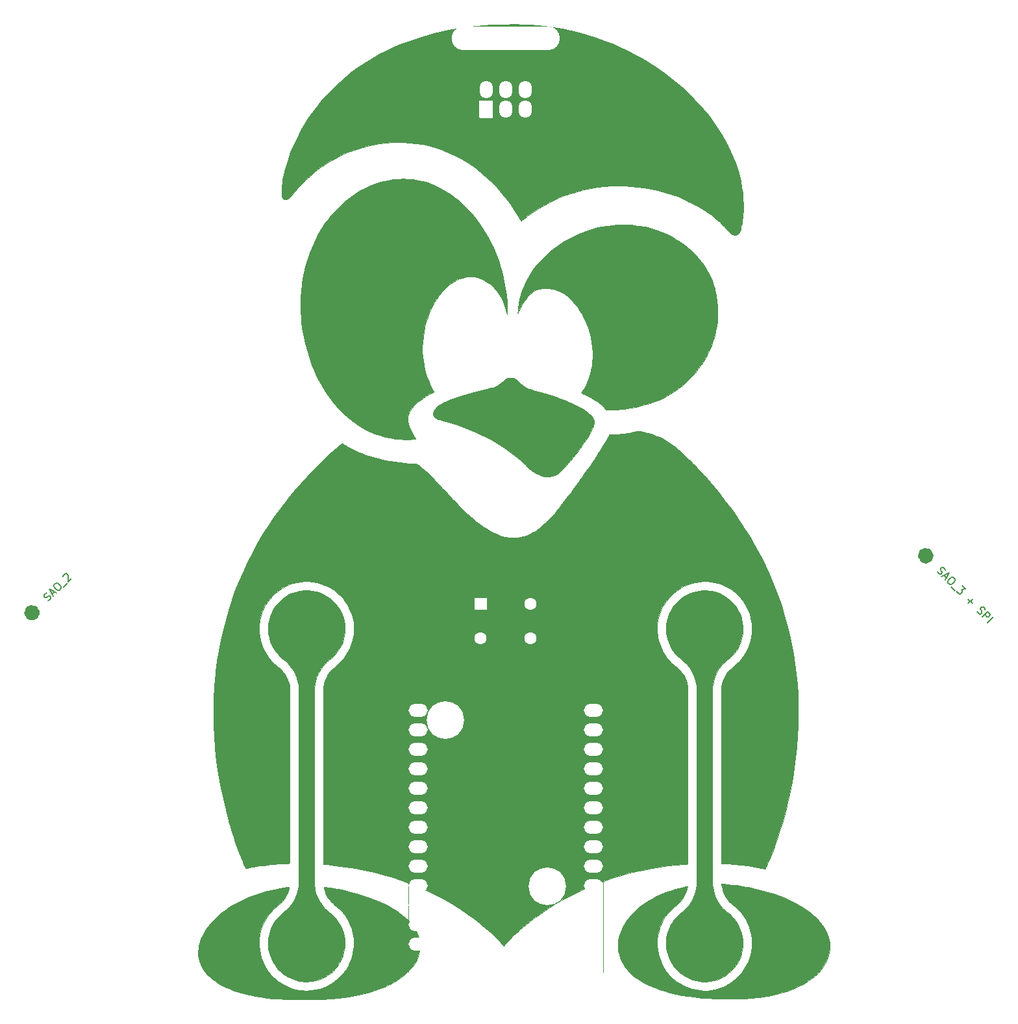
<source format=gto>
%TF.GenerationSoftware,KiCad,Pcbnew,5.1.10-88a1d61d58~88~ubuntu18.04.1*%
%TF.CreationDate,2021-09-11T11:40:16+10:00*%
%TF.ProjectId,swag-badge,73776167-2d62-4616-9467-652e6b696361,rev?*%
%TF.SameCoordinates,PX405f7e0PYfa3044a0*%
%TF.FileFunction,Legend,Top*%
%TF.FilePolarity,Positive*%
%FSLAX46Y46*%
G04 Gerber Fmt 4.6, Leading zero omitted, Abs format (unit mm)*
G04 Created by KiCad (PCBNEW 5.1.10-88a1d61d58~88~ubuntu18.04.1) date 2021-09-11 11:40:16*
%MOMM*%
%LPD*%
G01*
G04 APERTURE LIST*
%ADD10C,0.010000*%
%ADD11C,0.200000*%
%ADD12C,0.127000*%
%ADD13C,1.250000*%
%ADD14C,0.120000*%
%ADD15C,0.150000*%
%ADD16C,1.598000*%
%ADD17O,1.700000X2.300000*%
%ADD18O,14.100000X3.100000*%
%ADD19C,4.900000*%
%ADD20O,2.500000X1.700000*%
G04 APERTURE END LIST*
D10*
%TO.C,Ref\u002A\u002A*%
G36*
X-95716800Y21753282D02*
G01*
X-95733817Y21664203D01*
X-95763646Y21547067D01*
X-95802854Y21412911D01*
X-95848007Y21272768D01*
X-95895672Y21137677D01*
X-95942418Y21018671D01*
X-95952936Y20994147D01*
X-96131757Y20635996D01*
X-96343972Y20303065D01*
X-96590566Y19994078D01*
X-96872526Y19707757D01*
X-97090469Y19520936D01*
X-97332787Y19323088D01*
X-97544879Y19141325D01*
X-97732722Y18969788D01*
X-97902293Y18802620D01*
X-98059571Y18633964D01*
X-98210532Y18457963D01*
X-98338577Y18297916D01*
X-98624048Y17897678D01*
X-98876548Y17474782D01*
X-99094978Y17032791D01*
X-99278238Y16575265D01*
X-99425228Y16105766D01*
X-99534848Y15627856D01*
X-99605997Y15145096D01*
X-99637576Y14661047D01*
X-99628484Y14179271D01*
X-99625342Y14132016D01*
X-99568119Y13611482D01*
X-99471641Y13105082D01*
X-99336688Y12614260D01*
X-99164037Y12140462D01*
X-98954467Y11685133D01*
X-98708757Y11249720D01*
X-98427685Y10835666D01*
X-98112029Y10444419D01*
X-97762567Y10077422D01*
X-97380079Y9736123D01*
X-97168000Y9568986D01*
X-96752334Y9281513D01*
X-96314153Y9028959D01*
X-95856627Y8812592D01*
X-95382925Y8633681D01*
X-94896216Y8493495D01*
X-94399672Y8393300D01*
X-94140402Y8357630D01*
X-94010668Y8346299D01*
X-93850163Y8338023D01*
X-93668869Y8332808D01*
X-93476770Y8330662D01*
X-93283850Y8331591D01*
X-93100091Y8335601D01*
X-92935477Y8342700D01*
X-92799992Y8352894D01*
X-92765333Y8356700D01*
X-92254246Y8439126D01*
X-91757887Y8560141D01*
X-91277986Y8718527D01*
X-90816268Y8913069D01*
X-90374461Y9142551D01*
X-89954293Y9405755D01*
X-89557490Y9701465D01*
X-89185780Y10028466D01*
X-88840889Y10385540D01*
X-88524546Y10771471D01*
X-88238477Y11185043D01*
X-87984409Y11625040D01*
X-87906534Y11778583D01*
X-87698505Y12244832D01*
X-87531998Y12711228D01*
X-87406312Y13180981D01*
X-87320745Y13657300D01*
X-87274598Y14143395D01*
X-87267169Y14642477D01*
X-87268725Y14699583D01*
X-87293213Y15110181D01*
X-87341507Y15498307D01*
X-87416037Y15878027D01*
X-87519231Y16263408D01*
X-87562979Y16403500D01*
X-87739493Y16884379D01*
X-87951092Y17342385D01*
X-88198222Y17778154D01*
X-88481330Y18192322D01*
X-88800863Y18585526D01*
X-89157266Y18958401D01*
X-89550987Y19311584D01*
X-89675000Y19412641D01*
X-89788149Y19504869D01*
X-89903714Y19602546D01*
X-90011870Y19697131D01*
X-90102790Y19780081D01*
X-90148601Y19824323D01*
X-90409004Y20113945D01*
X-90638646Y20429133D01*
X-90834737Y20765134D01*
X-90994485Y21117193D01*
X-91110080Y21462333D01*
X-91149351Y21607736D01*
X-91175646Y21715775D01*
X-91189489Y21789211D01*
X-91191406Y21830802D01*
X-91182545Y21843333D01*
X-91125318Y21839807D01*
X-91031963Y21829798D01*
X-90908045Y21814161D01*
X-90759129Y21793749D01*
X-90590780Y21769417D01*
X-90408564Y21742018D01*
X-90218044Y21712406D01*
X-90024786Y21681437D01*
X-89834355Y21649963D01*
X-89652316Y21618839D01*
X-89484233Y21588918D01*
X-89335672Y21561056D01*
X-89307905Y21555631D01*
X-88474014Y21380415D01*
X-87668194Y21188965D01*
X-86891227Y20981691D01*
X-86143893Y20759001D01*
X-85426976Y20521306D01*
X-84741257Y20269015D01*
X-84087517Y20002539D01*
X-83466538Y19722286D01*
X-82879103Y19428667D01*
X-82325992Y19122091D01*
X-81807989Y18802968D01*
X-81325873Y18471707D01*
X-80880428Y18128719D01*
X-80472435Y17774414D01*
X-80102676Y17409199D01*
X-79771932Y17033487D01*
X-79480986Y16647685D01*
X-79249044Y16284032D01*
X-79047706Y15900430D01*
X-78887148Y15510206D01*
X-78767581Y15114753D01*
X-78689219Y14715467D01*
X-78652273Y14313743D01*
X-78656957Y13910975D01*
X-78703482Y13508559D01*
X-78775148Y13171456D01*
X-78898622Y12775820D01*
X-79063326Y12386421D01*
X-79268489Y12004220D01*
X-79513337Y11630178D01*
X-79797100Y11265257D01*
X-80119004Y10910417D01*
X-80478276Y10566619D01*
X-80874145Y10234824D01*
X-81305838Y9915993D01*
X-81494083Y9788533D01*
X-81697828Y9655872D01*
X-81882313Y9540316D01*
X-82058971Y9435280D01*
X-82239237Y9334179D01*
X-82434544Y9230428D01*
X-82656326Y9117442D01*
X-82679416Y9105874D01*
X-83331867Y8800894D01*
X-84017251Y8522368D01*
X-84735418Y8270340D01*
X-85486220Y8044852D01*
X-86269505Y7845945D01*
X-87085124Y7673664D01*
X-87932928Y7528049D01*
X-88553166Y7441023D01*
X-88809765Y7409748D01*
X-89075786Y7380457D01*
X-89355366Y7352821D01*
X-89652643Y7326511D01*
X-89971756Y7301198D01*
X-90316842Y7276553D01*
X-90692040Y7252246D01*
X-91101487Y7227948D01*
X-91527083Y7204514D01*
X-91637649Y7199666D01*
X-91783511Y7194900D01*
X-91960384Y7190256D01*
X-92163981Y7185776D01*
X-92390015Y7181502D01*
X-92634199Y7177473D01*
X-92892246Y7173730D01*
X-93159869Y7170315D01*
X-93432782Y7167269D01*
X-93706698Y7164631D01*
X-93977330Y7162445D01*
X-94240392Y7160749D01*
X-94491595Y7159586D01*
X-94726655Y7158995D01*
X-94941283Y7159019D01*
X-95131193Y7159697D01*
X-95292098Y7161072D01*
X-95419712Y7163183D01*
X-95509748Y7166071D01*
X-95517000Y7166429D01*
X-95577921Y7169441D01*
X-95673077Y7173970D01*
X-95794412Y7179641D01*
X-95933868Y7186080D01*
X-96083390Y7192910D01*
X-96162583Y7196498D01*
X-97013142Y7245494D01*
X-97841143Y7314445D01*
X-98644759Y7403017D01*
X-99422158Y7510875D01*
X-100171514Y7637683D01*
X-100890997Y7783107D01*
X-101578777Y7946812D01*
X-102233027Y8128462D01*
X-102851917Y8327722D01*
X-103359250Y8514784D01*
X-103895121Y8740515D01*
X-104398467Y8983975D01*
X-104868254Y9244417D01*
X-105303449Y9521094D01*
X-105703019Y9813257D01*
X-106065930Y10120160D01*
X-106391150Y10441054D01*
X-106677644Y10775193D01*
X-106890233Y11069500D01*
X-107105908Y11431621D01*
X-107281207Y11805611D01*
X-107416031Y12190308D01*
X-107510282Y12584551D01*
X-107563861Y12987177D01*
X-107576670Y13397023D01*
X-107548610Y13812927D01*
X-107479583Y14233728D01*
X-107369489Y14658262D01*
X-107228578Y15059416D01*
X-107025075Y15517923D01*
X-106780259Y15970133D01*
X-106494780Y16415303D01*
X-106169292Y16852692D01*
X-105804447Y17281557D01*
X-105400898Y17701158D01*
X-104959298Y18110751D01*
X-104480299Y18509595D01*
X-103964554Y18896948D01*
X-103676750Y19097186D01*
X-103072894Y19483068D01*
X-102436313Y19844895D01*
X-101769772Y20181690D01*
X-101076034Y20492476D01*
X-100357864Y20776277D01*
X-99618027Y21032115D01*
X-98859286Y21259015D01*
X-98084405Y21456000D01*
X-97296151Y21622092D01*
X-96497285Y21756315D01*
X-95943335Y21829601D01*
X-95702920Y21857913D01*
X-95716800Y21753282D01*
G37*
X-95716800Y21753282D02*
X-95733817Y21664203D01*
X-95763646Y21547067D01*
X-95802854Y21412911D01*
X-95848007Y21272768D01*
X-95895672Y21137677D01*
X-95942418Y21018671D01*
X-95952936Y20994147D01*
X-96131757Y20635996D01*
X-96343972Y20303065D01*
X-96590566Y19994078D01*
X-96872526Y19707757D01*
X-97090469Y19520936D01*
X-97332787Y19323088D01*
X-97544879Y19141325D01*
X-97732722Y18969788D01*
X-97902293Y18802620D01*
X-98059571Y18633964D01*
X-98210532Y18457963D01*
X-98338577Y18297916D01*
X-98624048Y17897678D01*
X-98876548Y17474782D01*
X-99094978Y17032791D01*
X-99278238Y16575265D01*
X-99425228Y16105766D01*
X-99534848Y15627856D01*
X-99605997Y15145096D01*
X-99637576Y14661047D01*
X-99628484Y14179271D01*
X-99625342Y14132016D01*
X-99568119Y13611482D01*
X-99471641Y13105082D01*
X-99336688Y12614260D01*
X-99164037Y12140462D01*
X-98954467Y11685133D01*
X-98708757Y11249720D01*
X-98427685Y10835666D01*
X-98112029Y10444419D01*
X-97762567Y10077422D01*
X-97380079Y9736123D01*
X-97168000Y9568986D01*
X-96752334Y9281513D01*
X-96314153Y9028959D01*
X-95856627Y8812592D01*
X-95382925Y8633681D01*
X-94896216Y8493495D01*
X-94399672Y8393300D01*
X-94140402Y8357630D01*
X-94010668Y8346299D01*
X-93850163Y8338023D01*
X-93668869Y8332808D01*
X-93476770Y8330662D01*
X-93283850Y8331591D01*
X-93100091Y8335601D01*
X-92935477Y8342700D01*
X-92799992Y8352894D01*
X-92765333Y8356700D01*
X-92254246Y8439126D01*
X-91757887Y8560141D01*
X-91277986Y8718527D01*
X-90816268Y8913069D01*
X-90374461Y9142551D01*
X-89954293Y9405755D01*
X-89557490Y9701465D01*
X-89185780Y10028466D01*
X-88840889Y10385540D01*
X-88524546Y10771471D01*
X-88238477Y11185043D01*
X-87984409Y11625040D01*
X-87906534Y11778583D01*
X-87698505Y12244832D01*
X-87531998Y12711228D01*
X-87406312Y13180981D01*
X-87320745Y13657300D01*
X-87274598Y14143395D01*
X-87267169Y14642477D01*
X-87268725Y14699583D01*
X-87293213Y15110181D01*
X-87341507Y15498307D01*
X-87416037Y15878027D01*
X-87519231Y16263408D01*
X-87562979Y16403500D01*
X-87739493Y16884379D01*
X-87951092Y17342385D01*
X-88198222Y17778154D01*
X-88481330Y18192322D01*
X-88800863Y18585526D01*
X-89157266Y18958401D01*
X-89550987Y19311584D01*
X-89675000Y19412641D01*
X-89788149Y19504869D01*
X-89903714Y19602546D01*
X-90011870Y19697131D01*
X-90102790Y19780081D01*
X-90148601Y19824323D01*
X-90409004Y20113945D01*
X-90638646Y20429133D01*
X-90834737Y20765134D01*
X-90994485Y21117193D01*
X-91110080Y21462333D01*
X-91149351Y21607736D01*
X-91175646Y21715775D01*
X-91189489Y21789211D01*
X-91191406Y21830802D01*
X-91182545Y21843333D01*
X-91125318Y21839807D01*
X-91031963Y21829798D01*
X-90908045Y21814161D01*
X-90759129Y21793749D01*
X-90590780Y21769417D01*
X-90408564Y21742018D01*
X-90218044Y21712406D01*
X-90024786Y21681437D01*
X-89834355Y21649963D01*
X-89652316Y21618839D01*
X-89484233Y21588918D01*
X-89335672Y21561056D01*
X-89307905Y21555631D01*
X-88474014Y21380415D01*
X-87668194Y21188965D01*
X-86891227Y20981691D01*
X-86143893Y20759001D01*
X-85426976Y20521306D01*
X-84741257Y20269015D01*
X-84087517Y20002539D01*
X-83466538Y19722286D01*
X-82879103Y19428667D01*
X-82325992Y19122091D01*
X-81807989Y18802968D01*
X-81325873Y18471707D01*
X-80880428Y18128719D01*
X-80472435Y17774414D01*
X-80102676Y17409199D01*
X-79771932Y17033487D01*
X-79480986Y16647685D01*
X-79249044Y16284032D01*
X-79047706Y15900430D01*
X-78887148Y15510206D01*
X-78767581Y15114753D01*
X-78689219Y14715467D01*
X-78652273Y14313743D01*
X-78656957Y13910975D01*
X-78703482Y13508559D01*
X-78775148Y13171456D01*
X-78898622Y12775820D01*
X-79063326Y12386421D01*
X-79268489Y12004220D01*
X-79513337Y11630178D01*
X-79797100Y11265257D01*
X-80119004Y10910417D01*
X-80478276Y10566619D01*
X-80874145Y10234824D01*
X-81305838Y9915993D01*
X-81494083Y9788533D01*
X-81697828Y9655872D01*
X-81882313Y9540316D01*
X-82058971Y9435280D01*
X-82239237Y9334179D01*
X-82434544Y9230428D01*
X-82656326Y9117442D01*
X-82679416Y9105874D01*
X-83331867Y8800894D01*
X-84017251Y8522368D01*
X-84735418Y8270340D01*
X-85486220Y8044852D01*
X-86269505Y7845945D01*
X-87085124Y7673664D01*
X-87932928Y7528049D01*
X-88553166Y7441023D01*
X-88809765Y7409748D01*
X-89075786Y7380457D01*
X-89355366Y7352821D01*
X-89652643Y7326511D01*
X-89971756Y7301198D01*
X-90316842Y7276553D01*
X-90692040Y7252246D01*
X-91101487Y7227948D01*
X-91527083Y7204514D01*
X-91637649Y7199666D01*
X-91783511Y7194900D01*
X-91960384Y7190256D01*
X-92163981Y7185776D01*
X-92390015Y7181502D01*
X-92634199Y7177473D01*
X-92892246Y7173730D01*
X-93159869Y7170315D01*
X-93432782Y7167269D01*
X-93706698Y7164631D01*
X-93977330Y7162445D01*
X-94240392Y7160749D01*
X-94491595Y7159586D01*
X-94726655Y7158995D01*
X-94941283Y7159019D01*
X-95131193Y7159697D01*
X-95292098Y7161072D01*
X-95419712Y7163183D01*
X-95509748Y7166071D01*
X-95517000Y7166429D01*
X-95577921Y7169441D01*
X-95673077Y7173970D01*
X-95794412Y7179641D01*
X-95933868Y7186080D01*
X-96083390Y7192910D01*
X-96162583Y7196498D01*
X-97013142Y7245494D01*
X-97841143Y7314445D01*
X-98644759Y7403017D01*
X-99422158Y7510875D01*
X-100171514Y7637683D01*
X-100890997Y7783107D01*
X-101578777Y7946812D01*
X-102233027Y8128462D01*
X-102851917Y8327722D01*
X-103359250Y8514784D01*
X-103895121Y8740515D01*
X-104398467Y8983975D01*
X-104868254Y9244417D01*
X-105303449Y9521094D01*
X-105703019Y9813257D01*
X-106065930Y10120160D01*
X-106391150Y10441054D01*
X-106677644Y10775193D01*
X-106890233Y11069500D01*
X-107105908Y11431621D01*
X-107281207Y11805611D01*
X-107416031Y12190308D01*
X-107510282Y12584551D01*
X-107563861Y12987177D01*
X-107576670Y13397023D01*
X-107548610Y13812927D01*
X-107479583Y14233728D01*
X-107369489Y14658262D01*
X-107228578Y15059416D01*
X-107025075Y15517923D01*
X-106780259Y15970133D01*
X-106494780Y16415303D01*
X-106169292Y16852692D01*
X-105804447Y17281557D01*
X-105400898Y17701158D01*
X-104959298Y18110751D01*
X-104480299Y18509595D01*
X-103964554Y18896948D01*
X-103676750Y19097186D01*
X-103072894Y19483068D01*
X-102436313Y19844895D01*
X-101769772Y20181690D01*
X-101076034Y20492476D01*
X-100357864Y20776277D01*
X-99618027Y21032115D01*
X-98859286Y21259015D01*
X-98084405Y21456000D01*
X-97296151Y21622092D01*
X-96497285Y21756315D01*
X-95943335Y21829601D01*
X-95702920Y21857913D01*
X-95716800Y21753282D01*
G36*
X-39135990Y22235293D02*
G01*
X-38479967Y22187125D01*
X-37853855Y22126044D01*
X-37246826Y22050646D01*
X-36648052Y21959527D01*
X-36046704Y21851284D01*
X-35805833Y21803450D01*
X-34963828Y21619993D01*
X-34150705Y21418606D01*
X-33367247Y21199686D01*
X-32614239Y20963630D01*
X-31892464Y20710836D01*
X-31202707Y20441701D01*
X-30545752Y20156622D01*
X-29922381Y19855998D01*
X-29333380Y19540226D01*
X-28779532Y19209702D01*
X-28261620Y18864826D01*
X-27780430Y18505993D01*
X-27336744Y18133602D01*
X-26931347Y17748050D01*
X-26565022Y17349735D01*
X-26254295Y16960382D01*
X-25985444Y16566691D01*
X-25756799Y16166171D01*
X-25568514Y15760059D01*
X-25420738Y15349590D01*
X-25313625Y14936001D01*
X-25247325Y14520528D01*
X-25221992Y14104409D01*
X-25237777Y13688879D01*
X-25294832Y13275175D01*
X-25393308Y12864533D01*
X-25533358Y12458189D01*
X-25664524Y12159583D01*
X-25883415Y11752395D01*
X-26141477Y11359004D01*
X-26437665Y10979995D01*
X-26770932Y10615952D01*
X-27140231Y10267461D01*
X-27544516Y9935107D01*
X-27982740Y9619475D01*
X-28453857Y9321148D01*
X-28956819Y9040713D01*
X-29490581Y8778755D01*
X-30054096Y8535857D01*
X-30646316Y8312605D01*
X-31266196Y8109585D01*
X-31912689Y7927380D01*
X-32584749Y7766576D01*
X-33281328Y7627757D01*
X-33974916Y7515316D01*
X-34394080Y7458922D01*
X-34818136Y7410500D01*
X-35254235Y7369459D01*
X-35709530Y7335209D01*
X-36191175Y7307158D01*
X-36706321Y7284715D01*
X-36811250Y7280943D01*
X-36979579Y7276137D01*
X-37182219Y7272098D01*
X-37413321Y7268825D01*
X-37667041Y7266313D01*
X-37937531Y7264559D01*
X-38218945Y7263559D01*
X-38505438Y7263311D01*
X-38791161Y7263811D01*
X-39070271Y7265055D01*
X-39336919Y7267040D01*
X-39585259Y7269762D01*
X-39809446Y7273219D01*
X-40003633Y7277407D01*
X-40161973Y7282322D01*
X-40176750Y7282899D01*
X-41104467Y7331175D01*
X-42001849Y7400492D01*
X-42868358Y7490703D01*
X-43703452Y7601662D01*
X-44506593Y7733223D01*
X-45277242Y7885240D01*
X-46014859Y8057566D01*
X-46718904Y8250055D01*
X-47388837Y8462562D01*
X-48024121Y8694939D01*
X-48624214Y8947041D01*
X-49188578Y9218722D01*
X-49716673Y9509835D01*
X-50207959Y9820234D01*
X-50611021Y10110454D01*
X-50997987Y10426707D01*
X-51345225Y10752383D01*
X-51654750Y11089855D01*
X-51928577Y11441494D01*
X-52168720Y11809671D01*
X-52369371Y12180750D01*
X-52546900Y12588172D01*
X-52682499Y13001375D01*
X-52776220Y13420667D01*
X-52828111Y13846359D01*
X-52838223Y14278761D01*
X-52806604Y14718184D01*
X-52792807Y14824753D01*
X-52708248Y15276185D01*
X-52582707Y15723184D01*
X-52417407Y16164628D01*
X-52213569Y16599392D01*
X-51972416Y17026351D01*
X-51695170Y17444382D01*
X-51383053Y17852359D01*
X-51037288Y18249159D01*
X-50659097Y18633657D01*
X-50249702Y19004728D01*
X-49810324Y19361249D01*
X-49342187Y19702094D01*
X-48846513Y20026140D01*
X-48324523Y20332263D01*
X-47777441Y20619337D01*
X-47206487Y20886238D01*
X-46612885Y21131843D01*
X-45997857Y21355026D01*
X-45531916Y21504402D01*
X-45366000Y21553366D01*
X-45188420Y21603415D01*
X-45003828Y21653444D01*
X-44816873Y21702346D01*
X-44632204Y21749017D01*
X-44454472Y21792351D01*
X-44288326Y21831242D01*
X-44138416Y21864585D01*
X-44009392Y21891275D01*
X-43905903Y21910206D01*
X-43832600Y21920273D01*
X-43794132Y21920369D01*
X-43790259Y21918481D01*
X-43786547Y21889728D01*
X-43793857Y21827895D01*
X-43810523Y21740292D01*
X-43834881Y21634226D01*
X-43865265Y21517007D01*
X-43900010Y21395943D01*
X-43933247Y21290898D01*
X-44062690Y20953964D01*
X-44220952Y20637561D01*
X-44410514Y20338330D01*
X-44633854Y20052913D01*
X-44893452Y19777951D01*
X-45191788Y19510085D01*
X-45330833Y19397635D01*
X-45480553Y19273881D01*
X-45644921Y19127453D01*
X-45815665Y18966519D01*
X-45984517Y18799246D01*
X-46143205Y18633804D01*
X-46283459Y18478358D01*
X-46384504Y18357034D01*
X-46685215Y17942854D01*
X-46949803Y17507409D01*
X-47177400Y17052873D01*
X-47367135Y16581417D01*
X-47518140Y16095214D01*
X-47629546Y15596437D01*
X-47700483Y15087259D01*
X-47702966Y15061416D01*
X-47712628Y14916886D01*
X-47717935Y14743519D01*
X-47719119Y14551365D01*
X-47716416Y14350469D01*
X-47710060Y14150879D01*
X-47700285Y13962643D01*
X-47687324Y13795808D01*
X-47671413Y13660420D01*
X-47670110Y13651833D01*
X-47569469Y13130875D01*
X-47431991Y12630612D01*
X-47257760Y12151213D01*
X-47046860Y11692846D01*
X-46799375Y11255679D01*
X-46515389Y10839880D01*
X-46194986Y10445618D01*
X-45924621Y10157928D01*
X-45755924Y9992043D01*
X-45605138Y9851044D01*
X-45463072Y9727292D01*
X-45320535Y9613151D01*
X-45168338Y9500986D01*
X-44997288Y9383159D01*
X-44971000Y9365568D01*
X-44535815Y9100188D01*
X-44084661Y8873215D01*
X-43619893Y8684921D01*
X-43143867Y8535583D01*
X-42658939Y8425473D01*
X-42167465Y8354867D01*
X-41671801Y8324040D01*
X-41174303Y8333265D01*
X-40677326Y8382818D01*
X-40183227Y8472972D01*
X-39694361Y8604003D01*
X-39374542Y8713448D01*
X-38911283Y8908231D01*
X-38469479Y9138258D01*
X-38050618Y9401501D01*
X-37656190Y9695931D01*
X-37287685Y10019521D01*
X-36946593Y10370240D01*
X-36634404Y10746062D01*
X-36352607Y11144957D01*
X-36102693Y11564897D01*
X-35886150Y12003853D01*
X-35704470Y12459797D01*
X-35559142Y12930701D01*
X-35451655Y13414535D01*
X-35383499Y13909272D01*
X-35363881Y14174279D01*
X-35357962Y14685727D01*
X-35393197Y15192169D01*
X-35468954Y15691284D01*
X-35584602Y16180751D01*
X-35739509Y16658248D01*
X-35933043Y17121454D01*
X-36164571Y17568049D01*
X-36384849Y17924007D01*
X-36572248Y18192398D01*
X-36763005Y18439306D01*
X-36963642Y18671689D01*
X-37180680Y18896506D01*
X-37420641Y19120714D01*
X-37690047Y19351272D01*
X-37826155Y19461774D01*
X-38087196Y19683071D01*
X-38313746Y19902952D01*
X-38512688Y20128959D01*
X-38690905Y20368632D01*
X-38783507Y20510485D01*
X-38959235Y20829441D01*
X-39105601Y21174151D01*
X-39220301Y21537816D01*
X-39301032Y21913633D01*
X-39330360Y22125193D01*
X-39344063Y22248303D01*
X-39135990Y22235293D01*
G37*
X-39135990Y22235293D02*
X-38479967Y22187125D01*
X-37853855Y22126044D01*
X-37246826Y22050646D01*
X-36648052Y21959527D01*
X-36046704Y21851284D01*
X-35805833Y21803450D01*
X-34963828Y21619993D01*
X-34150705Y21418606D01*
X-33367247Y21199686D01*
X-32614239Y20963630D01*
X-31892464Y20710836D01*
X-31202707Y20441701D01*
X-30545752Y20156622D01*
X-29922381Y19855998D01*
X-29333380Y19540226D01*
X-28779532Y19209702D01*
X-28261620Y18864826D01*
X-27780430Y18505993D01*
X-27336744Y18133602D01*
X-26931347Y17748050D01*
X-26565022Y17349735D01*
X-26254295Y16960382D01*
X-25985444Y16566691D01*
X-25756799Y16166171D01*
X-25568514Y15760059D01*
X-25420738Y15349590D01*
X-25313625Y14936001D01*
X-25247325Y14520528D01*
X-25221992Y14104409D01*
X-25237777Y13688879D01*
X-25294832Y13275175D01*
X-25393308Y12864533D01*
X-25533358Y12458189D01*
X-25664524Y12159583D01*
X-25883415Y11752395D01*
X-26141477Y11359004D01*
X-26437665Y10979995D01*
X-26770932Y10615952D01*
X-27140231Y10267461D01*
X-27544516Y9935107D01*
X-27982740Y9619475D01*
X-28453857Y9321148D01*
X-28956819Y9040713D01*
X-29490581Y8778755D01*
X-30054096Y8535857D01*
X-30646316Y8312605D01*
X-31266196Y8109585D01*
X-31912689Y7927380D01*
X-32584749Y7766576D01*
X-33281328Y7627757D01*
X-33974916Y7515316D01*
X-34394080Y7458922D01*
X-34818136Y7410500D01*
X-35254235Y7369459D01*
X-35709530Y7335209D01*
X-36191175Y7307158D01*
X-36706321Y7284715D01*
X-36811250Y7280943D01*
X-36979579Y7276137D01*
X-37182219Y7272098D01*
X-37413321Y7268825D01*
X-37667041Y7266313D01*
X-37937531Y7264559D01*
X-38218945Y7263559D01*
X-38505438Y7263311D01*
X-38791161Y7263811D01*
X-39070271Y7265055D01*
X-39336919Y7267040D01*
X-39585259Y7269762D01*
X-39809446Y7273219D01*
X-40003633Y7277407D01*
X-40161973Y7282322D01*
X-40176750Y7282899D01*
X-41104467Y7331175D01*
X-42001849Y7400492D01*
X-42868358Y7490703D01*
X-43703452Y7601662D01*
X-44506593Y7733223D01*
X-45277242Y7885240D01*
X-46014859Y8057566D01*
X-46718904Y8250055D01*
X-47388837Y8462562D01*
X-48024121Y8694939D01*
X-48624214Y8947041D01*
X-49188578Y9218722D01*
X-49716673Y9509835D01*
X-50207959Y9820234D01*
X-50611021Y10110454D01*
X-50997987Y10426707D01*
X-51345225Y10752383D01*
X-51654750Y11089855D01*
X-51928577Y11441494D01*
X-52168720Y11809671D01*
X-52369371Y12180750D01*
X-52546900Y12588172D01*
X-52682499Y13001375D01*
X-52776220Y13420667D01*
X-52828111Y13846359D01*
X-52838223Y14278761D01*
X-52806604Y14718184D01*
X-52792807Y14824753D01*
X-52708248Y15276185D01*
X-52582707Y15723184D01*
X-52417407Y16164628D01*
X-52213569Y16599392D01*
X-51972416Y17026351D01*
X-51695170Y17444382D01*
X-51383053Y17852359D01*
X-51037288Y18249159D01*
X-50659097Y18633657D01*
X-50249702Y19004728D01*
X-49810324Y19361249D01*
X-49342187Y19702094D01*
X-48846513Y20026140D01*
X-48324523Y20332263D01*
X-47777441Y20619337D01*
X-47206487Y20886238D01*
X-46612885Y21131843D01*
X-45997857Y21355026D01*
X-45531916Y21504402D01*
X-45366000Y21553366D01*
X-45188420Y21603415D01*
X-45003828Y21653444D01*
X-44816873Y21702346D01*
X-44632204Y21749017D01*
X-44454472Y21792351D01*
X-44288326Y21831242D01*
X-44138416Y21864585D01*
X-44009392Y21891275D01*
X-43905903Y21910206D01*
X-43832600Y21920273D01*
X-43794132Y21920369D01*
X-43790259Y21918481D01*
X-43786547Y21889728D01*
X-43793857Y21827895D01*
X-43810523Y21740292D01*
X-43834881Y21634226D01*
X-43865265Y21517007D01*
X-43900010Y21395943D01*
X-43933247Y21290898D01*
X-44062690Y20953964D01*
X-44220952Y20637561D01*
X-44410514Y20338330D01*
X-44633854Y20052913D01*
X-44893452Y19777951D01*
X-45191788Y19510085D01*
X-45330833Y19397635D01*
X-45480553Y19273881D01*
X-45644921Y19127453D01*
X-45815665Y18966519D01*
X-45984517Y18799246D01*
X-46143205Y18633804D01*
X-46283459Y18478358D01*
X-46384504Y18357034D01*
X-46685215Y17942854D01*
X-46949803Y17507409D01*
X-47177400Y17052873D01*
X-47367135Y16581417D01*
X-47518140Y16095214D01*
X-47629546Y15596437D01*
X-47700483Y15087259D01*
X-47702966Y15061416D01*
X-47712628Y14916886D01*
X-47717935Y14743519D01*
X-47719119Y14551365D01*
X-47716416Y14350469D01*
X-47710060Y14150879D01*
X-47700285Y13962643D01*
X-47687324Y13795808D01*
X-47671413Y13660420D01*
X-47670110Y13651833D01*
X-47569469Y13130875D01*
X-47431991Y12630612D01*
X-47257760Y12151213D01*
X-47046860Y11692846D01*
X-46799375Y11255679D01*
X-46515389Y10839880D01*
X-46194986Y10445618D01*
X-45924621Y10157928D01*
X-45755924Y9992043D01*
X-45605138Y9851044D01*
X-45463072Y9727292D01*
X-45320535Y9613151D01*
X-45168338Y9500986D01*
X-44997288Y9383159D01*
X-44971000Y9365568D01*
X-44535815Y9100188D01*
X-44084661Y8873215D01*
X-43619893Y8684921D01*
X-43143867Y8535583D01*
X-42658939Y8425473D01*
X-42167465Y8354867D01*
X-41671801Y8324040D01*
X-41174303Y8333265D01*
X-40677326Y8382818D01*
X-40183227Y8472972D01*
X-39694361Y8604003D01*
X-39374542Y8713448D01*
X-38911283Y8908231D01*
X-38469479Y9138258D01*
X-38050618Y9401501D01*
X-37656190Y9695931D01*
X-37287685Y10019521D01*
X-36946593Y10370240D01*
X-36634404Y10746062D01*
X-36352607Y11144957D01*
X-36102693Y11564897D01*
X-35886150Y12003853D01*
X-35704470Y12459797D01*
X-35559142Y12930701D01*
X-35451655Y13414535D01*
X-35383499Y13909272D01*
X-35363881Y14174279D01*
X-35357962Y14685727D01*
X-35393197Y15192169D01*
X-35468954Y15691284D01*
X-35584602Y16180751D01*
X-35739509Y16658248D01*
X-35933043Y17121454D01*
X-36164571Y17568049D01*
X-36384849Y17924007D01*
X-36572248Y18192398D01*
X-36763005Y18439306D01*
X-36963642Y18671689D01*
X-37180680Y18896506D01*
X-37420641Y19120714D01*
X-37690047Y19351272D01*
X-37826155Y19461774D01*
X-38087196Y19683071D01*
X-38313746Y19902952D01*
X-38512688Y20128959D01*
X-38690905Y20368632D01*
X-38783507Y20510485D01*
X-38959235Y20829441D01*
X-39105601Y21174151D01*
X-39220301Y21537816D01*
X-39301032Y21913633D01*
X-39330360Y22125193D01*
X-39344063Y22248303D01*
X-39135990Y22235293D01*
G36*
X-93288457Y60504628D02*
G01*
X-93091238Y60498604D01*
X-92912018Y60487927D01*
X-92760809Y60472595D01*
X-92712416Y60465488D01*
X-92243574Y60368604D01*
X-91796257Y60235286D01*
X-91370500Y60065550D01*
X-90966338Y59859414D01*
X-90583803Y59616895D01*
X-90222931Y59338012D01*
X-89883755Y59022780D01*
X-89881721Y59020713D01*
X-89604732Y58718278D01*
X-89363573Y58409012D01*
X-89151789Y58084032D01*
X-88997601Y57803677D01*
X-88806904Y57387710D01*
X-88657550Y56967726D01*
X-88548688Y56540171D01*
X-88479465Y56101491D01*
X-88449028Y55648133D01*
X-88447333Y55508916D01*
X-88465253Y55058933D01*
X-88519778Y54627091D01*
X-88612057Y54208406D01*
X-88743238Y53797893D01*
X-88914470Y53390566D01*
X-88954339Y53307583D01*
X-89113308Y53004756D01*
X-89282714Y52725968D01*
X-89467543Y52465190D01*
X-89672779Y52216393D01*
X-89903407Y51973550D01*
X-90164410Y51730631D01*
X-90460774Y51481608D01*
X-90470646Y51473672D01*
X-90804935Y51188002D01*
X-91100722Y50897555D01*
X-91361840Y50597625D01*
X-91592122Y50283504D01*
X-91795399Y49950483D01*
X-91941333Y49666916D01*
X-92074319Y49367905D01*
X-92182967Y49076829D01*
X-92271299Y48780591D01*
X-92343333Y48466098D01*
X-92389717Y48206416D01*
X-92437250Y47910083D01*
X-92437250Y35030166D01*
X-92437256Y34142033D01*
X-92437270Y33295217D01*
X-92437283Y32488701D01*
X-92437290Y31721468D01*
X-92437282Y30992502D01*
X-92437253Y30300785D01*
X-92437195Y29645303D01*
X-92437100Y29025036D01*
X-92436961Y28438970D01*
X-92436772Y27886088D01*
X-92436525Y27365372D01*
X-92436212Y26875806D01*
X-92435827Y26416374D01*
X-92435361Y25986058D01*
X-92434808Y25583843D01*
X-92434161Y25208711D01*
X-92433411Y24859646D01*
X-92432553Y24535631D01*
X-92431577Y24235649D01*
X-92430478Y23958684D01*
X-92429248Y23703720D01*
X-92427880Y23469739D01*
X-92426366Y23255725D01*
X-92424699Y23060661D01*
X-92422871Y22883530D01*
X-92420877Y22723317D01*
X-92418707Y22579003D01*
X-92416355Y22449574D01*
X-92413814Y22334011D01*
X-92411076Y22231298D01*
X-92408134Y22140419D01*
X-92404981Y22060357D01*
X-92401609Y21990096D01*
X-92398011Y21928617D01*
X-92394180Y21874906D01*
X-92390109Y21827945D01*
X-92385790Y21786718D01*
X-92381215Y21750208D01*
X-92376379Y21717398D01*
X-92371273Y21687272D01*
X-92365889Y21658813D01*
X-92360222Y21631004D01*
X-92354263Y21602829D01*
X-92348006Y21573271D01*
X-92341442Y21541313D01*
X-92340464Y21536416D01*
X-92235666Y21113452D01*
X-92091482Y20695118D01*
X-91910792Y20288413D01*
X-91696477Y19900340D01*
X-91613261Y19769000D01*
X-91439319Y19519856D01*
X-91254612Y19288041D01*
X-91052429Y19066364D01*
X-90826059Y18847637D01*
X-90568791Y18624671D01*
X-90469783Y18543960D01*
X-90172537Y18294662D01*
X-89910784Y18051751D01*
X-89679543Y17809200D01*
X-89473832Y17560985D01*
X-89288671Y17301079D01*
X-89119080Y17023455D01*
X-88960078Y16722089D01*
X-88954339Y16710416D01*
X-88774814Y16303127D01*
X-88635572Y15893666D01*
X-88535467Y15477049D01*
X-88473349Y15048291D01*
X-88448070Y14602404D01*
X-88447333Y14509083D01*
X-88463170Y14081340D01*
X-88511791Y13673195D01*
X-88594863Y13275542D01*
X-88714055Y12879277D01*
X-88777781Y12704556D01*
X-88960044Y12286988D01*
X-89177054Y11892135D01*
X-89426888Y11521555D01*
X-89707626Y11176808D01*
X-90017345Y10859452D01*
X-90354123Y10571046D01*
X-90716040Y10313149D01*
X-91101172Y10087320D01*
X-91507599Y9895119D01*
X-91933399Y9738104D01*
X-92376650Y9617833D01*
X-92648916Y9564171D01*
X-92777376Y9546992D01*
X-92937612Y9532732D01*
X-93119203Y9521687D01*
X-93311728Y9514154D01*
X-93504765Y9510429D01*
X-93687891Y9510806D01*
X-93850686Y9515582D01*
X-93982728Y9525052D01*
X-93991928Y9526053D01*
X-94441882Y9597539D01*
X-94882102Y9709065D01*
X-95309615Y9859170D01*
X-95721449Y10046394D01*
X-96114634Y10269278D01*
X-96486198Y10526361D01*
X-96833169Y10816183D01*
X-97052174Y11029791D01*
X-97359280Y11378265D01*
X-97629442Y11747400D01*
X-97862620Y12137114D01*
X-98058775Y12547324D01*
X-98217865Y12977947D01*
X-98339850Y13428901D01*
X-98410037Y13800000D01*
X-98427533Y13947904D01*
X-98439916Y14126119D01*
X-98447190Y14324133D01*
X-98449360Y14531433D01*
X-98446430Y14737507D01*
X-98438403Y14931842D01*
X-98425284Y15103926D01*
X-98409506Y15228750D01*
X-98314670Y15696974D01*
X-98185337Y16141051D01*
X-98020905Y16562193D01*
X-97820774Y16961614D01*
X-97584344Y17340526D01*
X-97311013Y17700141D01*
X-97032278Y18009008D01*
X-96945684Y18093799D01*
X-96835423Y18195658D01*
X-96711361Y18305813D01*
X-96583364Y18415493D01*
X-96469500Y18509335D01*
X-96132962Y18796370D01*
X-95835112Y19085289D01*
X-95572377Y19380423D01*
X-95341182Y19686102D01*
X-95137953Y20006658D01*
X-94967048Y20329916D01*
X-94786579Y20749470D01*
X-94644517Y21181961D01*
X-94539486Y21631845D01*
X-94506838Y21822166D01*
X-94504261Y21840201D01*
X-94501805Y21860809D01*
X-94499466Y21884994D01*
X-94497241Y21913760D01*
X-94495128Y21948111D01*
X-94493123Y21989052D01*
X-94491225Y22037586D01*
X-94489429Y22094718D01*
X-94487734Y22161451D01*
X-94486136Y22238789D01*
X-94484632Y22327736D01*
X-94483221Y22429297D01*
X-94481897Y22544475D01*
X-94480660Y22674275D01*
X-94479506Y22819699D01*
X-94478431Y22981754D01*
X-94477434Y23161441D01*
X-94476512Y23359766D01*
X-94475661Y23577732D01*
X-94474879Y23816344D01*
X-94474162Y24076604D01*
X-94473509Y24359519D01*
X-94472915Y24666090D01*
X-94472379Y24997323D01*
X-94471897Y25354222D01*
X-94471467Y25737789D01*
X-94471086Y26149031D01*
X-94470750Y26588949D01*
X-94470457Y27058549D01*
X-94470204Y27558834D01*
X-94469989Y28090809D01*
X-94469808Y28655477D01*
X-94469658Y29253843D01*
X-94469537Y29886910D01*
X-94469441Y30555682D01*
X-94469369Y31261164D01*
X-94469317Y32004359D01*
X-94469281Y32786271D01*
X-94469261Y33607905D01*
X-94469251Y34470265D01*
X-94469250Y35009000D01*
X-94469253Y35895511D01*
X-94469263Y36740695D01*
X-94469285Y37545560D01*
X-94469320Y38311112D01*
X-94469372Y39038358D01*
X-94469444Y39728304D01*
X-94469538Y40381959D01*
X-94469658Y41000327D01*
X-94469807Y41584417D01*
X-94469988Y42135235D01*
X-94470203Y42653788D01*
X-94470456Y43141083D01*
X-94470750Y43598127D01*
X-94471087Y44025926D01*
X-94471471Y44425487D01*
X-94471905Y44797817D01*
X-94472391Y45143923D01*
X-94472933Y45464812D01*
X-94473533Y45761490D01*
X-94474196Y46034965D01*
X-94474922Y46286243D01*
X-94475717Y46516331D01*
X-94476582Y46726236D01*
X-94477520Y46916964D01*
X-94478536Y47089523D01*
X-94479630Y47244920D01*
X-94480808Y47384161D01*
X-94482070Y47508252D01*
X-94483422Y47618202D01*
X-94484865Y47715016D01*
X-94486402Y47799701D01*
X-94488037Y47873265D01*
X-94489773Y47936714D01*
X-94491611Y47991055D01*
X-94493557Y48037295D01*
X-94495612Y48076440D01*
X-94497779Y48109498D01*
X-94500062Y48137476D01*
X-94502463Y48161379D01*
X-94504986Y48182215D01*
X-94507633Y48200991D01*
X-94508459Y48206416D01*
X-94599959Y48670034D01*
X-94728207Y49112884D01*
X-94893380Y49535270D01*
X-95095658Y49937497D01*
X-95335219Y50319868D01*
X-95612241Y50682686D01*
X-95926902Y51026256D01*
X-96279381Y51350880D01*
X-96427166Y51472438D01*
X-96724107Y51720187D01*
X-96985849Y51963079D01*
X-97218016Y52207472D01*
X-97426232Y52459722D01*
X-97616119Y52726185D01*
X-97793302Y53013216D01*
X-97798825Y53022812D01*
X-97997210Y53406484D01*
X-98161054Y53807554D01*
X-98291647Y54229757D01*
X-98390282Y54676828D01*
X-98409506Y54789250D01*
X-98427177Y54933559D01*
X-98439719Y55109346D01*
X-98447127Y55306065D01*
X-98449400Y55513171D01*
X-98446536Y55720121D01*
X-98438533Y55916370D01*
X-98425389Y56091373D01*
X-98409791Y56218000D01*
X-98319944Y56675219D01*
X-98196192Y57108822D01*
X-98036897Y57522599D01*
X-97840421Y57920340D01*
X-97605124Y58305835D01*
X-97361820Y58641583D01*
X-97275666Y58744409D01*
X-97164376Y58865678D01*
X-97036004Y58997554D01*
X-96898602Y59132202D01*
X-96760224Y59261786D01*
X-96628923Y59378470D01*
X-96512751Y59474418D01*
X-96480341Y59499272D01*
X-96097002Y59761047D01*
X-95696921Y59984512D01*
X-95278811Y60170210D01*
X-94841384Y60318686D01*
X-94383353Y60430483D01*
X-94194083Y60465053D01*
X-94057064Y60482251D01*
X-93887978Y60494810D01*
X-93696840Y60502728D01*
X-93493662Y60506001D01*
X-93288457Y60504628D01*
G37*
X-93288457Y60504628D02*
X-93091238Y60498604D01*
X-92912018Y60487927D01*
X-92760809Y60472595D01*
X-92712416Y60465488D01*
X-92243574Y60368604D01*
X-91796257Y60235286D01*
X-91370500Y60065550D01*
X-90966338Y59859414D01*
X-90583803Y59616895D01*
X-90222931Y59338012D01*
X-89883755Y59022780D01*
X-89881721Y59020713D01*
X-89604732Y58718278D01*
X-89363573Y58409012D01*
X-89151789Y58084032D01*
X-88997601Y57803677D01*
X-88806904Y57387710D01*
X-88657550Y56967726D01*
X-88548688Y56540171D01*
X-88479465Y56101491D01*
X-88449028Y55648133D01*
X-88447333Y55508916D01*
X-88465253Y55058933D01*
X-88519778Y54627091D01*
X-88612057Y54208406D01*
X-88743238Y53797893D01*
X-88914470Y53390566D01*
X-88954339Y53307583D01*
X-89113308Y53004756D01*
X-89282714Y52725968D01*
X-89467543Y52465190D01*
X-89672779Y52216393D01*
X-89903407Y51973550D01*
X-90164410Y51730631D01*
X-90460774Y51481608D01*
X-90470646Y51473672D01*
X-90804935Y51188002D01*
X-91100722Y50897555D01*
X-91361840Y50597625D01*
X-91592122Y50283504D01*
X-91795399Y49950483D01*
X-91941333Y49666916D01*
X-92074319Y49367905D01*
X-92182967Y49076829D01*
X-92271299Y48780591D01*
X-92343333Y48466098D01*
X-92389717Y48206416D01*
X-92437250Y47910083D01*
X-92437250Y35030166D01*
X-92437256Y34142033D01*
X-92437270Y33295217D01*
X-92437283Y32488701D01*
X-92437290Y31721468D01*
X-92437282Y30992502D01*
X-92437253Y30300785D01*
X-92437195Y29645303D01*
X-92437100Y29025036D01*
X-92436961Y28438970D01*
X-92436772Y27886088D01*
X-92436525Y27365372D01*
X-92436212Y26875806D01*
X-92435827Y26416374D01*
X-92435361Y25986058D01*
X-92434808Y25583843D01*
X-92434161Y25208711D01*
X-92433411Y24859646D01*
X-92432553Y24535631D01*
X-92431577Y24235649D01*
X-92430478Y23958684D01*
X-92429248Y23703720D01*
X-92427880Y23469739D01*
X-92426366Y23255725D01*
X-92424699Y23060661D01*
X-92422871Y22883530D01*
X-92420877Y22723317D01*
X-92418707Y22579003D01*
X-92416355Y22449574D01*
X-92413814Y22334011D01*
X-92411076Y22231298D01*
X-92408134Y22140419D01*
X-92404981Y22060357D01*
X-92401609Y21990096D01*
X-92398011Y21928617D01*
X-92394180Y21874906D01*
X-92390109Y21827945D01*
X-92385790Y21786718D01*
X-92381215Y21750208D01*
X-92376379Y21717398D01*
X-92371273Y21687272D01*
X-92365889Y21658813D01*
X-92360222Y21631004D01*
X-92354263Y21602829D01*
X-92348006Y21573271D01*
X-92341442Y21541313D01*
X-92340464Y21536416D01*
X-92235666Y21113452D01*
X-92091482Y20695118D01*
X-91910792Y20288413D01*
X-91696477Y19900340D01*
X-91613261Y19769000D01*
X-91439319Y19519856D01*
X-91254612Y19288041D01*
X-91052429Y19066364D01*
X-90826059Y18847637D01*
X-90568791Y18624671D01*
X-90469783Y18543960D01*
X-90172537Y18294662D01*
X-89910784Y18051751D01*
X-89679543Y17809200D01*
X-89473832Y17560985D01*
X-89288671Y17301079D01*
X-89119080Y17023455D01*
X-88960078Y16722089D01*
X-88954339Y16710416D01*
X-88774814Y16303127D01*
X-88635572Y15893666D01*
X-88535467Y15477049D01*
X-88473349Y15048291D01*
X-88448070Y14602404D01*
X-88447333Y14509083D01*
X-88463170Y14081340D01*
X-88511791Y13673195D01*
X-88594863Y13275542D01*
X-88714055Y12879277D01*
X-88777781Y12704556D01*
X-88960044Y12286988D01*
X-89177054Y11892135D01*
X-89426888Y11521555D01*
X-89707626Y11176808D01*
X-90017345Y10859452D01*
X-90354123Y10571046D01*
X-90716040Y10313149D01*
X-91101172Y10087320D01*
X-91507599Y9895119D01*
X-91933399Y9738104D01*
X-92376650Y9617833D01*
X-92648916Y9564171D01*
X-92777376Y9546992D01*
X-92937612Y9532732D01*
X-93119203Y9521687D01*
X-93311728Y9514154D01*
X-93504765Y9510429D01*
X-93687891Y9510806D01*
X-93850686Y9515582D01*
X-93982728Y9525052D01*
X-93991928Y9526053D01*
X-94441882Y9597539D01*
X-94882102Y9709065D01*
X-95309615Y9859170D01*
X-95721449Y10046394D01*
X-96114634Y10269278D01*
X-96486198Y10526361D01*
X-96833169Y10816183D01*
X-97052174Y11029791D01*
X-97359280Y11378265D01*
X-97629442Y11747400D01*
X-97862620Y12137114D01*
X-98058775Y12547324D01*
X-98217865Y12977947D01*
X-98339850Y13428901D01*
X-98410037Y13800000D01*
X-98427533Y13947904D01*
X-98439916Y14126119D01*
X-98447190Y14324133D01*
X-98449360Y14531433D01*
X-98446430Y14737507D01*
X-98438403Y14931842D01*
X-98425284Y15103926D01*
X-98409506Y15228750D01*
X-98314670Y15696974D01*
X-98185337Y16141051D01*
X-98020905Y16562193D01*
X-97820774Y16961614D01*
X-97584344Y17340526D01*
X-97311013Y17700141D01*
X-97032278Y18009008D01*
X-96945684Y18093799D01*
X-96835423Y18195658D01*
X-96711361Y18305813D01*
X-96583364Y18415493D01*
X-96469500Y18509335D01*
X-96132962Y18796370D01*
X-95835112Y19085289D01*
X-95572377Y19380423D01*
X-95341182Y19686102D01*
X-95137953Y20006658D01*
X-94967048Y20329916D01*
X-94786579Y20749470D01*
X-94644517Y21181961D01*
X-94539486Y21631845D01*
X-94506838Y21822166D01*
X-94504261Y21840201D01*
X-94501805Y21860809D01*
X-94499466Y21884994D01*
X-94497241Y21913760D01*
X-94495128Y21948111D01*
X-94493123Y21989052D01*
X-94491225Y22037586D01*
X-94489429Y22094718D01*
X-94487734Y22161451D01*
X-94486136Y22238789D01*
X-94484632Y22327736D01*
X-94483221Y22429297D01*
X-94481897Y22544475D01*
X-94480660Y22674275D01*
X-94479506Y22819699D01*
X-94478431Y22981754D01*
X-94477434Y23161441D01*
X-94476512Y23359766D01*
X-94475661Y23577732D01*
X-94474879Y23816344D01*
X-94474162Y24076604D01*
X-94473509Y24359519D01*
X-94472915Y24666090D01*
X-94472379Y24997323D01*
X-94471897Y25354222D01*
X-94471467Y25737789D01*
X-94471086Y26149031D01*
X-94470750Y26588949D01*
X-94470457Y27058549D01*
X-94470204Y27558834D01*
X-94469989Y28090809D01*
X-94469808Y28655477D01*
X-94469658Y29253843D01*
X-94469537Y29886910D01*
X-94469441Y30555682D01*
X-94469369Y31261164D01*
X-94469317Y32004359D01*
X-94469281Y32786271D01*
X-94469261Y33607905D01*
X-94469251Y34470265D01*
X-94469250Y35009000D01*
X-94469253Y35895511D01*
X-94469263Y36740695D01*
X-94469285Y37545560D01*
X-94469320Y38311112D01*
X-94469372Y39038358D01*
X-94469444Y39728304D01*
X-94469538Y40381959D01*
X-94469658Y41000327D01*
X-94469807Y41584417D01*
X-94469988Y42135235D01*
X-94470203Y42653788D01*
X-94470456Y43141083D01*
X-94470750Y43598127D01*
X-94471087Y44025926D01*
X-94471471Y44425487D01*
X-94471905Y44797817D01*
X-94472391Y45143923D01*
X-94472933Y45464812D01*
X-94473533Y45761490D01*
X-94474196Y46034965D01*
X-94474922Y46286243D01*
X-94475717Y46516331D01*
X-94476582Y46726236D01*
X-94477520Y46916964D01*
X-94478536Y47089523D01*
X-94479630Y47244920D01*
X-94480808Y47384161D01*
X-94482070Y47508252D01*
X-94483422Y47618202D01*
X-94484865Y47715016D01*
X-94486402Y47799701D01*
X-94488037Y47873265D01*
X-94489773Y47936714D01*
X-94491611Y47991055D01*
X-94493557Y48037295D01*
X-94495612Y48076440D01*
X-94497779Y48109498D01*
X-94500062Y48137476D01*
X-94502463Y48161379D01*
X-94504986Y48182215D01*
X-94507633Y48200991D01*
X-94508459Y48206416D01*
X-94599959Y48670034D01*
X-94728207Y49112884D01*
X-94893380Y49535270D01*
X-95095658Y49937497D01*
X-95335219Y50319868D01*
X-95612241Y50682686D01*
X-95926902Y51026256D01*
X-96279381Y51350880D01*
X-96427166Y51472438D01*
X-96724107Y51720187D01*
X-96985849Y51963079D01*
X-97218016Y52207472D01*
X-97426232Y52459722D01*
X-97616119Y52726185D01*
X-97793302Y53013216D01*
X-97798825Y53022812D01*
X-97997210Y53406484D01*
X-98161054Y53807554D01*
X-98291647Y54229757D01*
X-98390282Y54676828D01*
X-98409506Y54789250D01*
X-98427177Y54933559D01*
X-98439719Y55109346D01*
X-98447127Y55306065D01*
X-98449400Y55513171D01*
X-98446536Y55720121D01*
X-98438533Y55916370D01*
X-98425389Y56091373D01*
X-98409791Y56218000D01*
X-98319944Y56675219D01*
X-98196192Y57108822D01*
X-98036897Y57522599D01*
X-97840421Y57920340D01*
X-97605124Y58305835D01*
X-97361820Y58641583D01*
X-97275666Y58744409D01*
X-97164376Y58865678D01*
X-97036004Y58997554D01*
X-96898602Y59132202D01*
X-96760224Y59261786D01*
X-96628923Y59378470D01*
X-96512751Y59474418D01*
X-96480341Y59499272D01*
X-96097002Y59761047D01*
X-95696921Y59984512D01*
X-95278811Y60170210D01*
X-94841384Y60318686D01*
X-94383353Y60430483D01*
X-94194083Y60465053D01*
X-94057064Y60482251D01*
X-93887978Y60494810D01*
X-93696840Y60502728D01*
X-93493662Y60506001D01*
X-93288457Y60504628D01*
G36*
X-40877245Y60473035D02*
G01*
X-40597831Y60428339D01*
X-40156444Y60322960D01*
X-39729584Y60179100D01*
X-39319577Y59998525D01*
X-38928744Y59783005D01*
X-38559410Y59534307D01*
X-38213898Y59254199D01*
X-37894531Y58944450D01*
X-37603633Y58606828D01*
X-37343527Y58243101D01*
X-37116537Y57855036D01*
X-37053915Y57731416D01*
X-36933844Y57472851D01*
X-36836362Y57232597D01*
X-36756314Y56996990D01*
X-36696549Y56784014D01*
X-36599495Y56325283D01*
X-36544486Y55870127D01*
X-36531521Y55417195D01*
X-36560600Y54965139D01*
X-36631720Y54512610D01*
X-36694636Y54240054D01*
X-36821257Y53829458D01*
X-36985904Y53426440D01*
X-37185373Y53036496D01*
X-37416464Y52665123D01*
X-37675974Y52317816D01*
X-37960703Y52000073D01*
X-38052025Y51909932D01*
X-38128919Y51839133D01*
X-38229484Y51750755D01*
X-38343940Y51653165D01*
X-38462510Y51554730D01*
X-38546732Y51486599D01*
X-38836451Y51242704D01*
X-39096517Y50997852D01*
X-39322279Y50756545D01*
X-39413724Y50647484D01*
X-39684860Y50277985D01*
X-39920377Y49887043D01*
X-40119088Y49477484D01*
X-40279808Y49052137D01*
X-40401351Y48613832D01*
X-40482533Y48165395D01*
X-40494498Y48068833D01*
X-40496748Y48045960D01*
X-40498890Y48017138D01*
X-40500926Y47981379D01*
X-40502858Y47937692D01*
X-40504688Y47885089D01*
X-40506417Y47822579D01*
X-40508048Y47749174D01*
X-40509583Y47663883D01*
X-40511024Y47565718D01*
X-40512372Y47453688D01*
X-40513630Y47326804D01*
X-40514800Y47184076D01*
X-40515883Y47024515D01*
X-40516882Y46847132D01*
X-40517798Y46650936D01*
X-40518634Y46434938D01*
X-40519392Y46198150D01*
X-40520073Y45939580D01*
X-40520679Y45658240D01*
X-40521213Y45353139D01*
X-40521676Y45023290D01*
X-40522070Y44667701D01*
X-40522398Y44285383D01*
X-40522661Y43875348D01*
X-40522862Y43436604D01*
X-40523001Y42968163D01*
X-40523082Y42469036D01*
X-40523106Y41938232D01*
X-40523075Y41374762D01*
X-40522991Y40777636D01*
X-40522856Y40145866D01*
X-40522673Y39478460D01*
X-40522442Y38774431D01*
X-40522166Y38032788D01*
X-40521848Y37252542D01*
X-40521488Y36432702D01*
X-40521089Y35572281D01*
X-40520757Y34882000D01*
X-40520320Y33995982D01*
X-40519894Y33151295D01*
X-40519474Y32346936D01*
X-40519057Y31581903D01*
X-40518640Y30855194D01*
X-40518220Y30165806D01*
X-40517794Y29512736D01*
X-40517357Y28894983D01*
X-40516907Y28311543D01*
X-40516440Y27761414D01*
X-40515954Y27243594D01*
X-40515444Y26757080D01*
X-40514907Y26300870D01*
X-40514340Y25873961D01*
X-40513740Y25475351D01*
X-40513103Y25104037D01*
X-40512427Y24759018D01*
X-40511707Y24439289D01*
X-40510940Y24143850D01*
X-40510123Y23871698D01*
X-40509253Y23621829D01*
X-40508327Y23393242D01*
X-40507340Y23184934D01*
X-40506290Y22995903D01*
X-40505174Y22825146D01*
X-40503987Y22671660D01*
X-40502727Y22534444D01*
X-40501391Y22412495D01*
X-40499974Y22304811D01*
X-40498474Y22210388D01*
X-40496888Y22128224D01*
X-40495211Y22057318D01*
X-40493442Y21996666D01*
X-40491575Y21945266D01*
X-40489609Y21902115D01*
X-40487540Y21866212D01*
X-40485363Y21836553D01*
X-40483077Y21812137D01*
X-40480678Y21791960D01*
X-40478162Y21775021D01*
X-40477179Y21769250D01*
X-40398061Y21385370D01*
X-40299663Y21029100D01*
X-40178206Y20688659D01*
X-40029910Y20352264D01*
X-40008726Y20308750D01*
X-39828000Y19970756D01*
X-39629465Y19658040D01*
X-39408299Y19364739D01*
X-39159682Y19084992D01*
X-38878791Y18812940D01*
X-38560806Y18542719D01*
X-38546665Y18531401D01*
X-38431330Y18437685D01*
X-38312906Y18338653D01*
X-38201173Y18242674D01*
X-38105910Y18158118D01*
X-38052025Y18108068D01*
X-37753126Y17792867D01*
X-37481792Y17447821D01*
X-37240113Y17076899D01*
X-37030179Y16684066D01*
X-36854082Y16273289D01*
X-36713910Y15848536D01*
X-36611756Y15413773D01*
X-36601006Y15354612D01*
X-36548622Y14942252D01*
X-36532441Y14516855D01*
X-36551764Y14086128D01*
X-36605892Y13657780D01*
X-36694126Y13239518D01*
X-36815767Y12839048D01*
X-36833706Y12789485D01*
X-37011940Y12365883D01*
X-37224743Y11965020D01*
X-37470110Y11588476D01*
X-37746036Y11237832D01*
X-38050519Y10914668D01*
X-38381552Y10620563D01*
X-38737132Y10357100D01*
X-39115254Y10125857D01*
X-39513914Y9928415D01*
X-39931108Y9766355D01*
X-40364831Y9641257D01*
X-40813079Y9554701D01*
X-40961173Y9535177D01*
X-41065212Y9525580D01*
X-41193600Y9517670D01*
X-41337055Y9511620D01*
X-41486295Y9507601D01*
X-41632036Y9505786D01*
X-41764996Y9506346D01*
X-41875893Y9509453D01*
X-41955444Y9515280D01*
X-41965333Y9516575D01*
X-42009929Y9522533D01*
X-42083418Y9531857D01*
X-42172662Y9542889D01*
X-42208750Y9547278D01*
X-42625116Y9618286D01*
X-43040202Y9729388D01*
X-43448921Y9878517D01*
X-43846188Y10063607D01*
X-44226915Y10282588D01*
X-44529032Y10490327D01*
X-44884554Y10780859D01*
X-45209228Y11099535D01*
X-45501863Y11444292D01*
X-45761270Y11813066D01*
X-45986258Y12203793D01*
X-46175637Y12614410D01*
X-46328216Y13042852D01*
X-46442805Y13487055D01*
X-46517327Y13937583D01*
X-46531721Y14100694D01*
X-46540083Y14292733D01*
X-46542517Y14500745D01*
X-46539126Y14711771D01*
X-46530011Y14912853D01*
X-46515275Y15091035D01*
X-46507705Y15153925D01*
X-46425069Y15612679D01*
X-46302853Y16057288D01*
X-46141804Y16486129D01*
X-45942672Y16897580D01*
X-45706202Y17290016D01*
X-45433144Y17661814D01*
X-45257092Y17868709D01*
X-45158150Y17976505D01*
X-45062522Y18074667D01*
X-44963212Y18169557D01*
X-44853222Y18267533D01*
X-44725556Y18374959D01*
X-44573217Y18498193D01*
X-44505333Y18552129D01*
X-44143164Y18864280D01*
X-43816706Y19198987D01*
X-43526241Y19555779D01*
X-43272054Y19934183D01*
X-43054428Y20333728D01*
X-42873649Y20753945D01*
X-42729998Y21194360D01*
X-42623761Y21654504D01*
X-42618248Y21684583D01*
X-42568583Y21959750D01*
X-42568583Y48058250D01*
X-42617598Y48329404D01*
X-42722001Y48791716D01*
X-42864797Y49236394D01*
X-43045767Y49662953D01*
X-43264692Y50070908D01*
X-43521355Y50459774D01*
X-43658748Y50640583D01*
X-43794272Y50799739D01*
X-43956518Y50971357D01*
X-44135913Y51146108D01*
X-44322884Y51314661D01*
X-44505333Y51465698D01*
X-44705852Y51627049D01*
X-44877199Y51772923D01*
X-45026403Y51909784D01*
X-45160495Y52044098D01*
X-45286504Y52182330D01*
X-45294016Y52190952D01*
X-45587912Y52560044D01*
X-45843239Y52946489D01*
X-46059867Y53350006D01*
X-46237670Y53770316D01*
X-46376520Y54207137D01*
X-46476290Y54660189D01*
X-46507705Y54864075D01*
X-46524695Y55029248D01*
X-46536107Y55222588D01*
X-46541836Y55431136D01*
X-46541782Y55641935D01*
X-46535840Y55842028D01*
X-46523910Y56018457D01*
X-46517327Y56080416D01*
X-46441603Y56535990D01*
X-46327104Y56977372D01*
X-46175339Y57402551D01*
X-45987812Y57809516D01*
X-45766030Y58196256D01*
X-45511498Y58560761D01*
X-45225723Y58901019D01*
X-44910210Y59215019D01*
X-44566466Y59500751D01*
X-44195996Y59756203D01*
X-43800307Y59979365D01*
X-43489333Y60123727D01*
X-43078341Y60275474D01*
X-42650548Y60390553D01*
X-42211248Y60468406D01*
X-41765735Y60508476D01*
X-41319303Y60510205D01*
X-40877245Y60473035D01*
G37*
X-40877245Y60473035D02*
X-40597831Y60428339D01*
X-40156444Y60322960D01*
X-39729584Y60179100D01*
X-39319577Y59998525D01*
X-38928744Y59783005D01*
X-38559410Y59534307D01*
X-38213898Y59254199D01*
X-37894531Y58944450D01*
X-37603633Y58606828D01*
X-37343527Y58243101D01*
X-37116537Y57855036D01*
X-37053915Y57731416D01*
X-36933844Y57472851D01*
X-36836362Y57232597D01*
X-36756314Y56996990D01*
X-36696549Y56784014D01*
X-36599495Y56325283D01*
X-36544486Y55870127D01*
X-36531521Y55417195D01*
X-36560600Y54965139D01*
X-36631720Y54512610D01*
X-36694636Y54240054D01*
X-36821257Y53829458D01*
X-36985904Y53426440D01*
X-37185373Y53036496D01*
X-37416464Y52665123D01*
X-37675974Y52317816D01*
X-37960703Y52000073D01*
X-38052025Y51909932D01*
X-38128919Y51839133D01*
X-38229484Y51750755D01*
X-38343940Y51653165D01*
X-38462510Y51554730D01*
X-38546732Y51486599D01*
X-38836451Y51242704D01*
X-39096517Y50997852D01*
X-39322279Y50756545D01*
X-39413724Y50647484D01*
X-39684860Y50277985D01*
X-39920377Y49887043D01*
X-40119088Y49477484D01*
X-40279808Y49052137D01*
X-40401351Y48613832D01*
X-40482533Y48165395D01*
X-40494498Y48068833D01*
X-40496748Y48045960D01*
X-40498890Y48017138D01*
X-40500926Y47981379D01*
X-40502858Y47937692D01*
X-40504688Y47885089D01*
X-40506417Y47822579D01*
X-40508048Y47749174D01*
X-40509583Y47663883D01*
X-40511024Y47565718D01*
X-40512372Y47453688D01*
X-40513630Y47326804D01*
X-40514800Y47184076D01*
X-40515883Y47024515D01*
X-40516882Y46847132D01*
X-40517798Y46650936D01*
X-40518634Y46434938D01*
X-40519392Y46198150D01*
X-40520073Y45939580D01*
X-40520679Y45658240D01*
X-40521213Y45353139D01*
X-40521676Y45023290D01*
X-40522070Y44667701D01*
X-40522398Y44285383D01*
X-40522661Y43875348D01*
X-40522862Y43436604D01*
X-40523001Y42968163D01*
X-40523082Y42469036D01*
X-40523106Y41938232D01*
X-40523075Y41374762D01*
X-40522991Y40777636D01*
X-40522856Y40145866D01*
X-40522673Y39478460D01*
X-40522442Y38774431D01*
X-40522166Y38032788D01*
X-40521848Y37252542D01*
X-40521488Y36432702D01*
X-40521089Y35572281D01*
X-40520757Y34882000D01*
X-40520320Y33995982D01*
X-40519894Y33151295D01*
X-40519474Y32346936D01*
X-40519057Y31581903D01*
X-40518640Y30855194D01*
X-40518220Y30165806D01*
X-40517794Y29512736D01*
X-40517357Y28894983D01*
X-40516907Y28311543D01*
X-40516440Y27761414D01*
X-40515954Y27243594D01*
X-40515444Y26757080D01*
X-40514907Y26300870D01*
X-40514340Y25873961D01*
X-40513740Y25475351D01*
X-40513103Y25104037D01*
X-40512427Y24759018D01*
X-40511707Y24439289D01*
X-40510940Y24143850D01*
X-40510123Y23871698D01*
X-40509253Y23621829D01*
X-40508327Y23393242D01*
X-40507340Y23184934D01*
X-40506290Y22995903D01*
X-40505174Y22825146D01*
X-40503987Y22671660D01*
X-40502727Y22534444D01*
X-40501391Y22412495D01*
X-40499974Y22304811D01*
X-40498474Y22210388D01*
X-40496888Y22128224D01*
X-40495211Y22057318D01*
X-40493442Y21996666D01*
X-40491575Y21945266D01*
X-40489609Y21902115D01*
X-40487540Y21866212D01*
X-40485363Y21836553D01*
X-40483077Y21812137D01*
X-40480678Y21791960D01*
X-40478162Y21775021D01*
X-40477179Y21769250D01*
X-40398061Y21385370D01*
X-40299663Y21029100D01*
X-40178206Y20688659D01*
X-40029910Y20352264D01*
X-40008726Y20308750D01*
X-39828000Y19970756D01*
X-39629465Y19658040D01*
X-39408299Y19364739D01*
X-39159682Y19084992D01*
X-38878791Y18812940D01*
X-38560806Y18542719D01*
X-38546665Y18531401D01*
X-38431330Y18437685D01*
X-38312906Y18338653D01*
X-38201173Y18242674D01*
X-38105910Y18158118D01*
X-38052025Y18108068D01*
X-37753126Y17792867D01*
X-37481792Y17447821D01*
X-37240113Y17076899D01*
X-37030179Y16684066D01*
X-36854082Y16273289D01*
X-36713910Y15848536D01*
X-36611756Y15413773D01*
X-36601006Y15354612D01*
X-36548622Y14942252D01*
X-36532441Y14516855D01*
X-36551764Y14086128D01*
X-36605892Y13657780D01*
X-36694126Y13239518D01*
X-36815767Y12839048D01*
X-36833706Y12789485D01*
X-37011940Y12365883D01*
X-37224743Y11965020D01*
X-37470110Y11588476D01*
X-37746036Y11237832D01*
X-38050519Y10914668D01*
X-38381552Y10620563D01*
X-38737132Y10357100D01*
X-39115254Y10125857D01*
X-39513914Y9928415D01*
X-39931108Y9766355D01*
X-40364831Y9641257D01*
X-40813079Y9554701D01*
X-40961173Y9535177D01*
X-41065212Y9525580D01*
X-41193600Y9517670D01*
X-41337055Y9511620D01*
X-41486295Y9507601D01*
X-41632036Y9505786D01*
X-41764996Y9506346D01*
X-41875893Y9509453D01*
X-41955444Y9515280D01*
X-41965333Y9516575D01*
X-42009929Y9522533D01*
X-42083418Y9531857D01*
X-42172662Y9542889D01*
X-42208750Y9547278D01*
X-42625116Y9618286D01*
X-43040202Y9729388D01*
X-43448921Y9878517D01*
X-43846188Y10063607D01*
X-44226915Y10282588D01*
X-44529032Y10490327D01*
X-44884554Y10780859D01*
X-45209228Y11099535D01*
X-45501863Y11444292D01*
X-45761270Y11813066D01*
X-45986258Y12203793D01*
X-46175637Y12614410D01*
X-46328216Y13042852D01*
X-46442805Y13487055D01*
X-46517327Y13937583D01*
X-46531721Y14100694D01*
X-46540083Y14292733D01*
X-46542517Y14500745D01*
X-46539126Y14711771D01*
X-46530011Y14912853D01*
X-46515275Y15091035D01*
X-46507705Y15153925D01*
X-46425069Y15612679D01*
X-46302853Y16057288D01*
X-46141804Y16486129D01*
X-45942672Y16897580D01*
X-45706202Y17290016D01*
X-45433144Y17661814D01*
X-45257092Y17868709D01*
X-45158150Y17976505D01*
X-45062522Y18074667D01*
X-44963212Y18169557D01*
X-44853222Y18267533D01*
X-44725556Y18374959D01*
X-44573217Y18498193D01*
X-44505333Y18552129D01*
X-44143164Y18864280D01*
X-43816706Y19198987D01*
X-43526241Y19555779D01*
X-43272054Y19934183D01*
X-43054428Y20333728D01*
X-42873649Y20753945D01*
X-42729998Y21194360D01*
X-42623761Y21654504D01*
X-42618248Y21684583D01*
X-42568583Y21959750D01*
X-42568583Y48058250D01*
X-42617598Y48329404D01*
X-42722001Y48791716D01*
X-42864797Y49236394D01*
X-43045767Y49662953D01*
X-43264692Y50070908D01*
X-43521355Y50459774D01*
X-43658748Y50640583D01*
X-43794272Y50799739D01*
X-43956518Y50971357D01*
X-44135913Y51146108D01*
X-44322884Y51314661D01*
X-44505333Y51465698D01*
X-44705852Y51627049D01*
X-44877199Y51772923D01*
X-45026403Y51909784D01*
X-45160495Y52044098D01*
X-45286504Y52182330D01*
X-45294016Y52190952D01*
X-45587912Y52560044D01*
X-45843239Y52946489D01*
X-46059867Y53350006D01*
X-46237670Y53770316D01*
X-46376520Y54207137D01*
X-46476290Y54660189D01*
X-46507705Y54864075D01*
X-46524695Y55029248D01*
X-46536107Y55222588D01*
X-46541836Y55431136D01*
X-46541782Y55641935D01*
X-46535840Y55842028D01*
X-46523910Y56018457D01*
X-46517327Y56080416D01*
X-46441603Y56535990D01*
X-46327104Y56977372D01*
X-46175339Y57402551D01*
X-45987812Y57809516D01*
X-45766030Y58196256D01*
X-45511498Y58560761D01*
X-45225723Y58901019D01*
X-44910210Y59215019D01*
X-44566466Y59500751D01*
X-44195996Y59756203D01*
X-43800307Y59979365D01*
X-43489333Y60123727D01*
X-43078341Y60275474D01*
X-42650548Y60390553D01*
X-42211248Y60468406D01*
X-41765735Y60508476D01*
X-41319303Y60510205D01*
X-40877245Y60473035D01*
G36*
X-50224036Y81252579D02*
G01*
X-50074651Y81240468D01*
X-50026784Y81235704D01*
X-49516497Y81163372D01*
X-48999225Y81050795D01*
X-48477264Y80899030D01*
X-47952907Y80709135D01*
X-47428450Y80482168D01*
X-46906187Y80219187D01*
X-46388413Y79921250D01*
X-45877423Y79589416D01*
X-45375513Y79224741D01*
X-44981583Y78909668D01*
X-44808802Y78761284D01*
X-44611178Y78583876D01*
X-44391632Y78380374D01*
X-44153086Y78153712D01*
X-43898461Y77906819D01*
X-43630681Y77642628D01*
X-43352666Y77364070D01*
X-43067338Y77074077D01*
X-42777620Y76775580D01*
X-42486433Y76471511D01*
X-42196700Y76164801D01*
X-41911341Y75858382D01*
X-41633279Y75555185D01*
X-41583185Y75500028D01*
X-40616430Y74404724D01*
X-39688576Y73294059D01*
X-38799730Y72168207D01*
X-37950000Y71027345D01*
X-37139492Y69871647D01*
X-36368314Y68701290D01*
X-35636574Y67516449D01*
X-34944378Y66317301D01*
X-34291834Y65104019D01*
X-33679049Y63876781D01*
X-33106131Y62635762D01*
X-32573186Y61381138D01*
X-32080322Y60113084D01*
X-31923167Y59682453D01*
X-31505304Y58463967D01*
X-31125108Y57240637D01*
X-30782114Y56010132D01*
X-30475857Y54770121D01*
X-30205872Y53518273D01*
X-29971693Y52252255D01*
X-29772856Y50969737D01*
X-29608896Y49668387D01*
X-29479346Y48345875D01*
X-29383743Y46999869D01*
X-29380101Y46936416D01*
X-29371347Y46755570D01*
X-29363353Y46537880D01*
X-29356163Y46288830D01*
X-29349819Y46013906D01*
X-29344365Y45718590D01*
X-29339843Y45408367D01*
X-29336296Y45088721D01*
X-29333767Y44765135D01*
X-29332298Y44443095D01*
X-29331934Y44128083D01*
X-29332716Y43825583D01*
X-29334687Y43541081D01*
X-29337891Y43280059D01*
X-29342370Y43048002D01*
X-29348165Y42850427D01*
X-29415265Y41487821D01*
X-29517699Y40136960D01*
X-29656099Y38792791D01*
X-29831099Y37450263D01*
X-30043332Y36104327D01*
X-30293429Y34749930D01*
X-30471334Y33887166D01*
X-30678995Y32964100D01*
X-30907359Y32033732D01*
X-31154684Y31101625D01*
X-31419224Y30173345D01*
X-31699237Y29254458D01*
X-31992979Y28350527D01*
X-32298705Y27467117D01*
X-32614672Y26609794D01*
X-32939137Y25784122D01*
X-33223902Y25103000D01*
X-33317271Y24886992D01*
X-33395881Y24707098D01*
X-33461196Y24560333D01*
X-33514678Y24443710D01*
X-33557791Y24354240D01*
X-33591997Y24288939D01*
X-33618761Y24244817D01*
X-33639544Y24218890D01*
X-33655810Y24208169D01*
X-33662512Y24207555D01*
X-33693349Y24212845D01*
X-33759211Y24225384D01*
X-33853655Y24243904D01*
X-33970239Y24267135D01*
X-34102520Y24293808D01*
X-34172122Y24307954D01*
X-35018094Y24466634D01*
X-35893035Y24604228D01*
X-36788628Y24719694D01*
X-37696555Y24811991D01*
X-38608499Y24880080D01*
X-38859277Y24894443D01*
X-39340971Y24920200D01*
X-39335181Y36478642D01*
X-39329391Y48037083D01*
X-39280714Y48248175D01*
X-39170464Y48649938D01*
X-39031227Y49022556D01*
X-38861560Y49369027D01*
X-38660021Y49692354D01*
X-38461377Y49952666D01*
X-38331809Y50099652D01*
X-38189498Y50243355D01*
X-38026882Y50390902D01*
X-37836400Y50549419D01*
X-37782437Y50592470D01*
X-37454088Y50866236D01*
X-37159946Y51141850D01*
X-36892367Y51427531D01*
X-36643708Y51731500D01*
X-36406326Y52061980D01*
X-36380750Y52100041D01*
X-36125376Y52520125D01*
X-35903816Y52963924D01*
X-35717226Y53428216D01*
X-35566761Y53909778D01*
X-35453577Y54405389D01*
X-35381838Y54884500D01*
X-35365338Y55090056D01*
X-35357541Y55325273D01*
X-35358117Y55578454D01*
X-35366735Y55837900D01*
X-35383066Y56091914D01*
X-35406779Y56328798D01*
X-35426617Y56472000D01*
X-35525818Y56967156D01*
X-35664325Y57448978D01*
X-35840658Y57915473D01*
X-36053337Y58364648D01*
X-36300883Y58794507D01*
X-36581814Y59203058D01*
X-36894652Y59588306D01*
X-37237915Y59948257D01*
X-37610124Y60280918D01*
X-38009799Y60584295D01*
X-38435459Y60856393D01*
X-38843250Y61074702D01*
X-39302668Y61276126D01*
X-39773474Y61437793D01*
X-40253112Y61559920D01*
X-40739028Y61642723D01*
X-41228668Y61686418D01*
X-41719478Y61691221D01*
X-42208904Y61657347D01*
X-42694391Y61585013D01*
X-43173385Y61474435D01*
X-43643332Y61325828D01*
X-44101677Y61139409D01*
X-44545867Y60915393D01*
X-44973347Y60653997D01*
X-45133727Y60542868D01*
X-45528302Y60234310D01*
X-45898773Y59892540D01*
X-46242069Y59521083D01*
X-46555118Y59123467D01*
X-46834849Y58703218D01*
X-47020038Y58377000D01*
X-47229376Y57936097D01*
X-47404611Y57472863D01*
X-47544106Y56992138D01*
X-47636314Y56556666D01*
X-47698476Y56090648D01*
X-47724364Y55612361D01*
X-47713979Y55131367D01*
X-47667318Y54657226D01*
X-47636682Y54461166D01*
X-47541811Y54017234D01*
X-47413418Y53575065D01*
X-47254938Y53144470D01*
X-47069806Y52735261D01*
X-46958537Y52524072D01*
X-46718955Y52126945D01*
X-46454870Y51754843D01*
X-46162230Y51403025D01*
X-45836985Y51066746D01*
X-45475082Y50741265D01*
X-45341416Y50630967D01*
X-45217141Y50527890D01*
X-45087764Y50415968D01*
X-44962919Y50303854D01*
X-44852239Y50200199D01*
X-44765357Y50113657D01*
X-44764660Y50112927D01*
X-44512923Y49818814D01*
X-44293643Y49499037D01*
X-44108177Y49156655D01*
X-43957884Y48794725D01*
X-43844120Y48416305D01*
X-43768244Y48024453D01*
X-43743981Y47813798D01*
X-43742184Y47771920D01*
X-43740464Y47687819D01*
X-43738821Y47561605D01*
X-43737254Y47393386D01*
X-43735764Y47183274D01*
X-43734352Y46931378D01*
X-43733016Y46637808D01*
X-43731759Y46302673D01*
X-43730579Y45926085D01*
X-43729478Y45508152D01*
X-43728454Y45048984D01*
X-43727509Y44548692D01*
X-43726643Y44007384D01*
X-43725856Y43425172D01*
X-43725147Y42802165D01*
X-43724518Y42138473D01*
X-43723968Y41434205D01*
X-43723499Y40689471D01*
X-43723108Y39904382D01*
X-43722798Y39079048D01*
X-43722569Y38213577D01*
X-43722419Y37308080D01*
X-43722351Y36362668D01*
X-43722348Y36211505D01*
X-43722166Y24851594D01*
X-43812125Y24840767D01*
X-43865556Y24835355D01*
X-43950905Y24827882D01*
X-44057857Y24819201D01*
X-44176095Y24810170D01*
X-44219583Y24806987D01*
X-45253925Y24717618D01*
X-46307399Y24598145D01*
X-47370805Y24449916D01*
X-48434941Y24274282D01*
X-49490608Y24072591D01*
X-50082750Y23946986D01*
X-51262942Y23667922D01*
X-52426963Y23353724D01*
X-53573656Y23004969D01*
X-54701865Y22622230D01*
X-55810434Y22206083D01*
X-56898206Y21757102D01*
X-57964026Y21275864D01*
X-59006736Y20762942D01*
X-60025182Y20218912D01*
X-61018206Y19644349D01*
X-61984652Y19039828D01*
X-62923364Y18405924D01*
X-63833186Y17743212D01*
X-64712961Y17052267D01*
X-65561534Y16333664D01*
X-65777833Y16141538D01*
X-65890412Y16038437D01*
X-66023251Y15913277D01*
X-66171548Y15770860D01*
X-66330503Y15615991D01*
X-66495313Y15453474D01*
X-66661176Y15288112D01*
X-66823292Y15124708D01*
X-66976858Y14968066D01*
X-67117073Y14822991D01*
X-67239134Y14694285D01*
X-67338242Y14586752D01*
X-67387138Y14531571D01*
X-67464978Y14441803D01*
X-67538530Y14357227D01*
X-67600626Y14286069D01*
X-67644094Y14236557D01*
X-67651519Y14228178D01*
X-67715454Y14156298D01*
X-67855416Y14323502D01*
X-68010843Y14502978D01*
X-68194575Y14704396D01*
X-68402008Y14923065D01*
X-68628542Y15154293D01*
X-68869574Y15393389D01*
X-69120503Y15635663D01*
X-69376727Y15876421D01*
X-69398122Y15896221D01*
X-70127181Y16545229D01*
X-70893776Y17179700D01*
X-71695069Y17797833D01*
X-72528224Y18397827D01*
X-73390405Y18977881D01*
X-74278774Y19536194D01*
X-75190496Y20070965D01*
X-76122732Y20580392D01*
X-77072647Y21062674D01*
X-78037404Y21516011D01*
X-78720349Y21815288D01*
X-79875124Y22284047D01*
X-81044486Y22714327D01*
X-82229113Y23106293D01*
X-83429682Y23460113D01*
X-84646871Y23775953D01*
X-85881357Y24053980D01*
X-87133817Y24294359D01*
X-88404928Y24497258D01*
X-89695368Y24662844D01*
X-90728041Y24767303D01*
X-91262500Y24815098D01*
X-91262500Y36238639D01*
X-91262463Y37188413D01*
X-91262354Y38096085D01*
X-91262170Y38961885D01*
X-91261913Y39786043D01*
X-91261580Y40568792D01*
X-91261173Y41310360D01*
X-91260690Y42010980D01*
X-91260132Y42670882D01*
X-91259497Y43290296D01*
X-91258785Y43869453D01*
X-91257996Y44408584D01*
X-91257130Y44907920D01*
X-91256185Y45367692D01*
X-91255162Y45788129D01*
X-91254060Y46169464D01*
X-91252879Y46511926D01*
X-91251617Y46815746D01*
X-91250276Y47081156D01*
X-91248853Y47308385D01*
X-91247350Y47497664D01*
X-91245765Y47649225D01*
X-91244097Y47763298D01*
X-91242348Y47840114D01*
X-91240515Y47879903D01*
X-91240376Y47881382D01*
X-91181302Y48266930D01*
X-91083563Y48645891D01*
X-90949302Y49011783D01*
X-90780661Y49358126D01*
X-90713986Y49473404D01*
X-90551940Y49718794D01*
X-90368342Y49952172D01*
X-90158105Y50179085D01*
X-89916139Y50405080D01*
X-89675000Y50605949D01*
X-89269497Y50953671D01*
X-88900636Y51322592D01*
X-88568429Y51712695D01*
X-88272884Y52123963D01*
X-88014012Y52556377D01*
X-87791823Y53009922D01*
X-87606327Y53484578D01*
X-87457534Y53980330D01*
X-87345454Y54497159D01*
X-87311674Y54704583D01*
X-87295485Y54847398D01*
X-87283491Y55022674D01*
X-87275691Y55220747D01*
X-87272086Y55431953D01*
X-87272676Y55646627D01*
X-87277463Y55855107D01*
X-87286445Y56047727D01*
X-87299623Y56214824D01*
X-87311614Y56313250D01*
X-87378375Y56702518D01*
X-87460462Y57062996D01*
X-87561552Y57406591D01*
X-87685323Y57745215D01*
X-87835454Y58090774D01*
X-87906555Y58239416D01*
X-88149830Y58688852D01*
X-88425486Y59111931D01*
X-88731895Y59507505D01*
X-89067426Y59874423D01*
X-89430451Y60211536D01*
X-89819340Y60517693D01*
X-90232464Y60791744D01*
X-90668193Y61032540D01*
X-91124897Y61238931D01*
X-91600947Y61409766D01*
X-92094714Y61543897D01*
X-92604568Y61640172D01*
X-92754750Y61660790D01*
X-92888118Y61673188D01*
X-93053606Y61681737D01*
X-93241181Y61686510D01*
X-93440811Y61687577D01*
X-93642463Y61685010D01*
X-93836105Y61678878D01*
X-94011706Y61669254D01*
X-94159232Y61656208D01*
X-94204666Y61650531D01*
X-94724897Y61559413D01*
X-95222382Y61432960D01*
X-95698543Y61270597D01*
X-96154798Y61071748D01*
X-96592569Y60835838D01*
X-97013276Y60562290D01*
X-97168000Y60449082D01*
X-97566840Y60122174D01*
X-97933824Y59767856D01*
X-98268044Y59387377D01*
X-98568594Y58981989D01*
X-98834567Y58552942D01*
X-99065057Y58101486D01*
X-99259155Y57628874D01*
X-99302986Y57504336D01*
X-99449114Y57010590D01*
X-99553535Y56511969D01*
X-99616249Y56010208D01*
X-99637260Y55507041D01*
X-99616568Y55004203D01*
X-99554176Y54503429D01*
X-99450086Y54006453D01*
X-99304300Y53515011D01*
X-99298494Y53498083D01*
X-99112285Y53020124D01*
X-98890859Y52565230D01*
X-98633944Y52133026D01*
X-98341268Y51723139D01*
X-98012558Y51335194D01*
X-97647544Y50968817D01*
X-97245953Y50623633D01*
X-97164313Y50559498D01*
X-96901820Y50341019D01*
X-96672002Y50116155D01*
X-96483757Y49898842D01*
X-96249399Y49572631D01*
X-96050274Y49223569D01*
X-95887220Y48853480D01*
X-95761070Y48464188D01*
X-95693883Y48174666D01*
X-95691033Y48159136D01*
X-95688324Y48141721D01*
X-95685750Y48121356D01*
X-95683307Y48096978D01*
X-95680993Y48067520D01*
X-95678801Y48031918D01*
X-95676729Y47989108D01*
X-95674773Y47938024D01*
X-95672927Y47877602D01*
X-95671189Y47806776D01*
X-95669554Y47724482D01*
X-95668018Y47629655D01*
X-95666577Y47521230D01*
X-95665227Y47398142D01*
X-95663964Y47259326D01*
X-95662784Y47103718D01*
X-95661682Y46930253D01*
X-95660655Y46737865D01*
X-95659699Y46525490D01*
X-95658809Y46292063D01*
X-95657982Y46036520D01*
X-95657214Y45757794D01*
X-95656499Y45454822D01*
X-95655835Y45126539D01*
X-95655218Y44771879D01*
X-95654642Y44389778D01*
X-95654105Y43979171D01*
X-95653602Y43538993D01*
X-95653128Y43068180D01*
X-95652681Y42565666D01*
X-95652255Y42030386D01*
X-95651848Y41461276D01*
X-95651454Y40857270D01*
X-95651070Y40217305D01*
X-95650691Y39540315D01*
X-95650314Y38825234D01*
X-95649934Y38071000D01*
X-95649548Y37276545D01*
X-95649158Y36453625D01*
X-95643732Y24933666D01*
X-95691491Y24933465D01*
X-95756411Y24932044D01*
X-95856750Y24928393D01*
X-95985677Y24922863D01*
X-96136354Y24915805D01*
X-96301950Y24907568D01*
X-96475628Y24898505D01*
X-96650556Y24888965D01*
X-96819899Y24879299D01*
X-96976822Y24869858D01*
X-97114491Y24860993D01*
X-97146833Y24858788D01*
X-97604095Y24823267D01*
X-98079297Y24779024D01*
X-98564882Y24727066D01*
X-99053290Y24668397D01*
X-99536965Y24604021D01*
X-100008347Y24534943D01*
X-100459879Y24462168D01*
X-100884002Y24386701D01*
X-101263511Y24311572D01*
X-101336353Y24296874D01*
X-101390235Y24287097D01*
X-101414478Y24284162D01*
X-101414859Y24284317D01*
X-101426755Y24307296D01*
X-101452498Y24363169D01*
X-101489430Y24445847D01*
X-101534898Y24549240D01*
X-101586243Y24667258D01*
X-101640811Y24793811D01*
X-101695946Y24922809D01*
X-101748991Y25048163D01*
X-101773696Y25107082D01*
X-102012972Y25696212D01*
X-102253612Y26320659D01*
X-102493273Y26973567D01*
X-102729613Y27648084D01*
X-102960290Y28337353D01*
X-103182960Y29034522D01*
X-103395282Y29732736D01*
X-103594912Y30425140D01*
X-103611485Y30484457D01*
X-103985734Y31900696D01*
X-104321707Y33325442D01*
X-104618846Y34755675D01*
X-104876594Y36188372D01*
X-105094394Y37620513D01*
X-105271689Y39049075D01*
X-105368648Y40014916D01*
X-105414453Y40541687D01*
X-105453540Y41040925D01*
X-105486285Y41521165D01*
X-105513069Y41990944D01*
X-105534269Y42458798D01*
X-105550264Y42933262D01*
X-105561432Y43422874D01*
X-105568152Y43936168D01*
X-105570802Y44481680D01*
X-105570874Y44576333D01*
X-105569375Y45090997D01*
X-105564417Y45571559D01*
X-105555678Y46026136D01*
X-105542837Y46462842D01*
X-105525572Y46889793D01*
X-105503560Y47315105D01*
X-105476480Y47746894D01*
X-105444009Y48193274D01*
X-105411381Y48596776D01*
X-105274932Y49970962D01*
X-105098069Y51332629D01*
X-104880898Y52681510D01*
X-104623526Y54017339D01*
X-104326059Y55339848D01*
X-103988604Y56648771D01*
X-103611268Y57943841D01*
X-103194158Y59224791D01*
X-102737379Y60491356D01*
X-102241040Y61743268D01*
X-101705246Y62980260D01*
X-101130105Y64202066D01*
X-100515722Y65408419D01*
X-99862206Y66599052D01*
X-99169661Y67773700D01*
X-98438196Y68932094D01*
X-97667917Y70073968D01*
X-96858930Y71199057D01*
X-96011342Y72307092D01*
X-95836973Y72526916D01*
X-95049766Y73488549D01*
X-94235686Y74433818D01*
X-93392338Y75365214D01*
X-92517330Y76285225D01*
X-91608268Y77196340D01*
X-90662757Y78101049D01*
X-89678405Y79001840D01*
X-89213752Y79413947D01*
X-89089211Y79521550D01*
X-88987136Y79605962D01*
X-88909612Y79665568D01*
X-88858724Y79698753D01*
X-88838110Y79705036D01*
X-88807239Y79688336D01*
X-88751578Y79654035D01*
X-88681268Y79608453D01*
X-88653774Y79590132D01*
X-88237139Y79328224D01*
X-87782508Y79075558D01*
X-87293405Y78833122D01*
X-86773358Y78601911D01*
X-86225892Y78382914D01*
X-85654532Y78177124D01*
X-85062804Y77985532D01*
X-84454233Y77809130D01*
X-83832346Y77648909D01*
X-83200667Y77505861D01*
X-82562724Y77380978D01*
X-81922040Y77275250D01*
X-81282143Y77189670D01*
X-80646557Y77125230D01*
X-80018808Y77082920D01*
X-79692787Y77069877D01*
X-79182658Y77054472D01*
X-79068371Y76982055D01*
X-78896851Y76869274D01*
X-78721410Y76745448D01*
X-78540248Y76608897D01*
X-78351569Y76457944D01*
X-78153576Y76290910D01*
X-77944471Y76106115D01*
X-77722457Y75901882D01*
X-77485735Y75676532D01*
X-77232510Y75428386D01*
X-76960982Y75155766D01*
X-76669356Y74856993D01*
X-76355833Y74530388D01*
X-76018616Y74174272D01*
X-75715095Y73850424D01*
X-75342584Y73451797D01*
X-74996755Y73082771D01*
X-74675840Y72741598D01*
X-74378070Y72426528D01*
X-74101679Y72135815D01*
X-73844897Y71867711D01*
X-73605956Y71620467D01*
X-73383090Y71392335D01*
X-73174529Y71181568D01*
X-72978505Y70986418D01*
X-72793252Y70805136D01*
X-72616999Y70635975D01*
X-72447981Y70477186D01*
X-72284427Y70327022D01*
X-72124571Y70183734D01*
X-71966645Y70045576D01*
X-71808880Y69910797D01*
X-71649508Y69777652D01*
X-71486761Y69644392D01*
X-71346337Y69531232D01*
X-70831824Y69134979D01*
X-70328479Y68779211D01*
X-69835761Y68463732D01*
X-69353131Y68188344D01*
X-68880048Y67952850D01*
X-68415972Y67757055D01*
X-67960363Y67600760D01*
X-67512681Y67483769D01*
X-67072386Y67405886D01*
X-66638937Y67366912D01*
X-66211795Y67366652D01*
X-65790419Y67404909D01*
X-65597092Y67435618D01*
X-65191328Y67527419D01*
X-64787228Y67656233D01*
X-64384045Y67822570D01*
X-63981038Y68026937D01*
X-63577463Y68269844D01*
X-63172575Y68551799D01*
X-62765632Y68873310D01*
X-62355888Y69234887D01*
X-61942601Y69637037D01*
X-61525028Y70080270D01*
X-61215256Y70432173D01*
X-61058659Y70617965D01*
X-60880064Y70835313D01*
X-60681821Y71081146D01*
X-60466282Y71352390D01*
X-60235798Y71645972D01*
X-59992721Y71958819D01*
X-59739402Y72287860D01*
X-59478191Y72630021D01*
X-59211440Y72982229D01*
X-58941501Y73341412D01*
X-58670725Y73704496D01*
X-58401462Y74068410D01*
X-58136065Y74430080D01*
X-57876884Y74786434D01*
X-57766828Y74938800D01*
X-57483857Y75333651D01*
X-57203323Y75729455D01*
X-56926490Y76124262D01*
X-56654617Y76516121D01*
X-56388969Y76903085D01*
X-56130805Y77283201D01*
X-55881388Y77654521D01*
X-55641981Y78015096D01*
X-55413843Y78362974D01*
X-55198239Y78696207D01*
X-54996428Y79012844D01*
X-54809674Y79310936D01*
X-54639237Y79588533D01*
X-54486380Y79843685D01*
X-54352365Y80074442D01*
X-54238452Y80278855D01*
X-54145905Y80454974D01*
X-54075985Y80600849D01*
X-54031033Y80711442D01*
X-53991370Y80824250D01*
X-53666893Y80839227D01*
X-53192704Y80863804D01*
X-52758144Y80892059D01*
X-52360645Y80924313D01*
X-51997637Y80960881D01*
X-51666550Y81002082D01*
X-51364815Y81048233D01*
X-51089861Y81099654D01*
X-50839120Y81156660D01*
X-50623067Y81215664D01*
X-50533977Y81238339D01*
X-50444145Y81251835D01*
X-50344016Y81256475D01*
X-50224036Y81252579D01*
G37*
X-50224036Y81252579D02*
X-50074651Y81240468D01*
X-50026784Y81235704D01*
X-49516497Y81163372D01*
X-48999225Y81050795D01*
X-48477264Y80899030D01*
X-47952907Y80709135D01*
X-47428450Y80482168D01*
X-46906187Y80219187D01*
X-46388413Y79921250D01*
X-45877423Y79589416D01*
X-45375513Y79224741D01*
X-44981583Y78909668D01*
X-44808802Y78761284D01*
X-44611178Y78583876D01*
X-44391632Y78380374D01*
X-44153086Y78153712D01*
X-43898461Y77906819D01*
X-43630681Y77642628D01*
X-43352666Y77364070D01*
X-43067338Y77074077D01*
X-42777620Y76775580D01*
X-42486433Y76471511D01*
X-42196700Y76164801D01*
X-41911341Y75858382D01*
X-41633279Y75555185D01*
X-41583185Y75500028D01*
X-40616430Y74404724D01*
X-39688576Y73294059D01*
X-38799730Y72168207D01*
X-37950000Y71027345D01*
X-37139492Y69871647D01*
X-36368314Y68701290D01*
X-35636574Y67516449D01*
X-34944378Y66317301D01*
X-34291834Y65104019D01*
X-33679049Y63876781D01*
X-33106131Y62635762D01*
X-32573186Y61381138D01*
X-32080322Y60113084D01*
X-31923167Y59682453D01*
X-31505304Y58463967D01*
X-31125108Y57240637D01*
X-30782114Y56010132D01*
X-30475857Y54770121D01*
X-30205872Y53518273D01*
X-29971693Y52252255D01*
X-29772856Y50969737D01*
X-29608896Y49668387D01*
X-29479346Y48345875D01*
X-29383743Y46999869D01*
X-29380101Y46936416D01*
X-29371347Y46755570D01*
X-29363353Y46537880D01*
X-29356163Y46288830D01*
X-29349819Y46013906D01*
X-29344365Y45718590D01*
X-29339843Y45408367D01*
X-29336296Y45088721D01*
X-29333767Y44765135D01*
X-29332298Y44443095D01*
X-29331934Y44128083D01*
X-29332716Y43825583D01*
X-29334687Y43541081D01*
X-29337891Y43280059D01*
X-29342370Y43048002D01*
X-29348165Y42850427D01*
X-29415265Y41487821D01*
X-29517699Y40136960D01*
X-29656099Y38792791D01*
X-29831099Y37450263D01*
X-30043332Y36104327D01*
X-30293429Y34749930D01*
X-30471334Y33887166D01*
X-30678995Y32964100D01*
X-30907359Y32033732D01*
X-31154684Y31101625D01*
X-31419224Y30173345D01*
X-31699237Y29254458D01*
X-31992979Y28350527D01*
X-32298705Y27467117D01*
X-32614672Y26609794D01*
X-32939137Y25784122D01*
X-33223902Y25103000D01*
X-33317271Y24886992D01*
X-33395881Y24707098D01*
X-33461196Y24560333D01*
X-33514678Y24443710D01*
X-33557791Y24354240D01*
X-33591997Y24288939D01*
X-33618761Y24244817D01*
X-33639544Y24218890D01*
X-33655810Y24208169D01*
X-33662512Y24207555D01*
X-33693349Y24212845D01*
X-33759211Y24225384D01*
X-33853655Y24243904D01*
X-33970239Y24267135D01*
X-34102520Y24293808D01*
X-34172122Y24307954D01*
X-35018094Y24466634D01*
X-35893035Y24604228D01*
X-36788628Y24719694D01*
X-37696555Y24811991D01*
X-38608499Y24880080D01*
X-38859277Y24894443D01*
X-39340971Y24920200D01*
X-39335181Y36478642D01*
X-39329391Y48037083D01*
X-39280714Y48248175D01*
X-39170464Y48649938D01*
X-39031227Y49022556D01*
X-38861560Y49369027D01*
X-38660021Y49692354D01*
X-38461377Y49952666D01*
X-38331809Y50099652D01*
X-38189498Y50243355D01*
X-38026882Y50390902D01*
X-37836400Y50549419D01*
X-37782437Y50592470D01*
X-37454088Y50866236D01*
X-37159946Y51141850D01*
X-36892367Y51427531D01*
X-36643708Y51731500D01*
X-36406326Y52061980D01*
X-36380750Y52100041D01*
X-36125376Y52520125D01*
X-35903816Y52963924D01*
X-35717226Y53428216D01*
X-35566761Y53909778D01*
X-35453577Y54405389D01*
X-35381838Y54884500D01*
X-35365338Y55090056D01*
X-35357541Y55325273D01*
X-35358117Y55578454D01*
X-35366735Y55837900D01*
X-35383066Y56091914D01*
X-35406779Y56328798D01*
X-35426617Y56472000D01*
X-35525818Y56967156D01*
X-35664325Y57448978D01*
X-35840658Y57915473D01*
X-36053337Y58364648D01*
X-36300883Y58794507D01*
X-36581814Y59203058D01*
X-36894652Y59588306D01*
X-37237915Y59948257D01*
X-37610124Y60280918D01*
X-38009799Y60584295D01*
X-38435459Y60856393D01*
X-38843250Y61074702D01*
X-39302668Y61276126D01*
X-39773474Y61437793D01*
X-40253112Y61559920D01*
X-40739028Y61642723D01*
X-41228668Y61686418D01*
X-41719478Y61691221D01*
X-42208904Y61657347D01*
X-42694391Y61585013D01*
X-43173385Y61474435D01*
X-43643332Y61325828D01*
X-44101677Y61139409D01*
X-44545867Y60915393D01*
X-44973347Y60653997D01*
X-45133727Y60542868D01*
X-45528302Y60234310D01*
X-45898773Y59892540D01*
X-46242069Y59521083D01*
X-46555118Y59123467D01*
X-46834849Y58703218D01*
X-47020038Y58377000D01*
X-47229376Y57936097D01*
X-47404611Y57472863D01*
X-47544106Y56992138D01*
X-47636314Y56556666D01*
X-47698476Y56090648D01*
X-47724364Y55612361D01*
X-47713979Y55131367D01*
X-47667318Y54657226D01*
X-47636682Y54461166D01*
X-47541811Y54017234D01*
X-47413418Y53575065D01*
X-47254938Y53144470D01*
X-47069806Y52735261D01*
X-46958537Y52524072D01*
X-46718955Y52126945D01*
X-46454870Y51754843D01*
X-46162230Y51403025D01*
X-45836985Y51066746D01*
X-45475082Y50741265D01*
X-45341416Y50630967D01*
X-45217141Y50527890D01*
X-45087764Y50415968D01*
X-44962919Y50303854D01*
X-44852239Y50200199D01*
X-44765357Y50113657D01*
X-44764660Y50112927D01*
X-44512923Y49818814D01*
X-44293643Y49499037D01*
X-44108177Y49156655D01*
X-43957884Y48794725D01*
X-43844120Y48416305D01*
X-43768244Y48024453D01*
X-43743981Y47813798D01*
X-43742184Y47771920D01*
X-43740464Y47687819D01*
X-43738821Y47561605D01*
X-43737254Y47393386D01*
X-43735764Y47183274D01*
X-43734352Y46931378D01*
X-43733016Y46637808D01*
X-43731759Y46302673D01*
X-43730579Y45926085D01*
X-43729478Y45508152D01*
X-43728454Y45048984D01*
X-43727509Y44548692D01*
X-43726643Y44007384D01*
X-43725856Y43425172D01*
X-43725147Y42802165D01*
X-43724518Y42138473D01*
X-43723968Y41434205D01*
X-43723499Y40689471D01*
X-43723108Y39904382D01*
X-43722798Y39079048D01*
X-43722569Y38213577D01*
X-43722419Y37308080D01*
X-43722351Y36362668D01*
X-43722348Y36211505D01*
X-43722166Y24851594D01*
X-43812125Y24840767D01*
X-43865556Y24835355D01*
X-43950905Y24827882D01*
X-44057857Y24819201D01*
X-44176095Y24810170D01*
X-44219583Y24806987D01*
X-45253925Y24717618D01*
X-46307399Y24598145D01*
X-47370805Y24449916D01*
X-48434941Y24274282D01*
X-49490608Y24072591D01*
X-50082750Y23946986D01*
X-51262942Y23667922D01*
X-52426963Y23353724D01*
X-53573656Y23004969D01*
X-54701865Y22622230D01*
X-55810434Y22206083D01*
X-56898206Y21757102D01*
X-57964026Y21275864D01*
X-59006736Y20762942D01*
X-60025182Y20218912D01*
X-61018206Y19644349D01*
X-61984652Y19039828D01*
X-62923364Y18405924D01*
X-63833186Y17743212D01*
X-64712961Y17052267D01*
X-65561534Y16333664D01*
X-65777833Y16141538D01*
X-65890412Y16038437D01*
X-66023251Y15913277D01*
X-66171548Y15770860D01*
X-66330503Y15615991D01*
X-66495313Y15453474D01*
X-66661176Y15288112D01*
X-66823292Y15124708D01*
X-66976858Y14968066D01*
X-67117073Y14822991D01*
X-67239134Y14694285D01*
X-67338242Y14586752D01*
X-67387138Y14531571D01*
X-67464978Y14441803D01*
X-67538530Y14357227D01*
X-67600626Y14286069D01*
X-67644094Y14236557D01*
X-67651519Y14228178D01*
X-67715454Y14156298D01*
X-67855416Y14323502D01*
X-68010843Y14502978D01*
X-68194575Y14704396D01*
X-68402008Y14923065D01*
X-68628542Y15154293D01*
X-68869574Y15393389D01*
X-69120503Y15635663D01*
X-69376727Y15876421D01*
X-69398122Y15896221D01*
X-70127181Y16545229D01*
X-70893776Y17179700D01*
X-71695069Y17797833D01*
X-72528224Y18397827D01*
X-73390405Y18977881D01*
X-74278774Y19536194D01*
X-75190496Y20070965D01*
X-76122732Y20580392D01*
X-77072647Y21062674D01*
X-78037404Y21516011D01*
X-78720349Y21815288D01*
X-79875124Y22284047D01*
X-81044486Y22714327D01*
X-82229113Y23106293D01*
X-83429682Y23460113D01*
X-84646871Y23775953D01*
X-85881357Y24053980D01*
X-87133817Y24294359D01*
X-88404928Y24497258D01*
X-89695368Y24662844D01*
X-90728041Y24767303D01*
X-91262500Y24815098D01*
X-91262500Y36238639D01*
X-91262463Y37188413D01*
X-91262354Y38096085D01*
X-91262170Y38961885D01*
X-91261913Y39786043D01*
X-91261580Y40568792D01*
X-91261173Y41310360D01*
X-91260690Y42010980D01*
X-91260132Y42670882D01*
X-91259497Y43290296D01*
X-91258785Y43869453D01*
X-91257996Y44408584D01*
X-91257130Y44907920D01*
X-91256185Y45367692D01*
X-91255162Y45788129D01*
X-91254060Y46169464D01*
X-91252879Y46511926D01*
X-91251617Y46815746D01*
X-91250276Y47081156D01*
X-91248853Y47308385D01*
X-91247350Y47497664D01*
X-91245765Y47649225D01*
X-91244097Y47763298D01*
X-91242348Y47840114D01*
X-91240515Y47879903D01*
X-91240376Y47881382D01*
X-91181302Y48266930D01*
X-91083563Y48645891D01*
X-90949302Y49011783D01*
X-90780661Y49358126D01*
X-90713986Y49473404D01*
X-90551940Y49718794D01*
X-90368342Y49952172D01*
X-90158105Y50179085D01*
X-89916139Y50405080D01*
X-89675000Y50605949D01*
X-89269497Y50953671D01*
X-88900636Y51322592D01*
X-88568429Y51712695D01*
X-88272884Y52123963D01*
X-88014012Y52556377D01*
X-87791823Y53009922D01*
X-87606327Y53484578D01*
X-87457534Y53980330D01*
X-87345454Y54497159D01*
X-87311674Y54704583D01*
X-87295485Y54847398D01*
X-87283491Y55022674D01*
X-87275691Y55220747D01*
X-87272086Y55431953D01*
X-87272676Y55646627D01*
X-87277463Y55855107D01*
X-87286445Y56047727D01*
X-87299623Y56214824D01*
X-87311614Y56313250D01*
X-87378375Y56702518D01*
X-87460462Y57062996D01*
X-87561552Y57406591D01*
X-87685323Y57745215D01*
X-87835454Y58090774D01*
X-87906555Y58239416D01*
X-88149830Y58688852D01*
X-88425486Y59111931D01*
X-88731895Y59507505D01*
X-89067426Y59874423D01*
X-89430451Y60211536D01*
X-89819340Y60517693D01*
X-90232464Y60791744D01*
X-90668193Y61032540D01*
X-91124897Y61238931D01*
X-91600947Y61409766D01*
X-92094714Y61543897D01*
X-92604568Y61640172D01*
X-92754750Y61660790D01*
X-92888118Y61673188D01*
X-93053606Y61681737D01*
X-93241181Y61686510D01*
X-93440811Y61687577D01*
X-93642463Y61685010D01*
X-93836105Y61678878D01*
X-94011706Y61669254D01*
X-94159232Y61656208D01*
X-94204666Y61650531D01*
X-94724897Y61559413D01*
X-95222382Y61432960D01*
X-95698543Y61270597D01*
X-96154798Y61071748D01*
X-96592569Y60835838D01*
X-97013276Y60562290D01*
X-97168000Y60449082D01*
X-97566840Y60122174D01*
X-97933824Y59767856D01*
X-98268044Y59387377D01*
X-98568594Y58981989D01*
X-98834567Y58552942D01*
X-99065057Y58101486D01*
X-99259155Y57628874D01*
X-99302986Y57504336D01*
X-99449114Y57010590D01*
X-99553535Y56511969D01*
X-99616249Y56010208D01*
X-99637260Y55507041D01*
X-99616568Y55004203D01*
X-99554176Y54503429D01*
X-99450086Y54006453D01*
X-99304300Y53515011D01*
X-99298494Y53498083D01*
X-99112285Y53020124D01*
X-98890859Y52565230D01*
X-98633944Y52133026D01*
X-98341268Y51723139D01*
X-98012558Y51335194D01*
X-97647544Y50968817D01*
X-97245953Y50623633D01*
X-97164313Y50559498D01*
X-96901820Y50341019D01*
X-96672002Y50116155D01*
X-96483757Y49898842D01*
X-96249399Y49572631D01*
X-96050274Y49223569D01*
X-95887220Y48853480D01*
X-95761070Y48464188D01*
X-95693883Y48174666D01*
X-95691033Y48159136D01*
X-95688324Y48141721D01*
X-95685750Y48121356D01*
X-95683307Y48096978D01*
X-95680993Y48067520D01*
X-95678801Y48031918D01*
X-95676729Y47989108D01*
X-95674773Y47938024D01*
X-95672927Y47877602D01*
X-95671189Y47806776D01*
X-95669554Y47724482D01*
X-95668018Y47629655D01*
X-95666577Y47521230D01*
X-95665227Y47398142D01*
X-95663964Y47259326D01*
X-95662784Y47103718D01*
X-95661682Y46930253D01*
X-95660655Y46737865D01*
X-95659699Y46525490D01*
X-95658809Y46292063D01*
X-95657982Y46036520D01*
X-95657214Y45757794D01*
X-95656499Y45454822D01*
X-95655835Y45126539D01*
X-95655218Y44771879D01*
X-95654642Y44389778D01*
X-95654105Y43979171D01*
X-95653602Y43538993D01*
X-95653128Y43068180D01*
X-95652681Y42565666D01*
X-95652255Y42030386D01*
X-95651848Y41461276D01*
X-95651454Y40857270D01*
X-95651070Y40217305D01*
X-95650691Y39540315D01*
X-95650314Y38825234D01*
X-95649934Y38071000D01*
X-95649548Y37276545D01*
X-95649158Y36453625D01*
X-95643732Y24933666D01*
X-95691491Y24933465D01*
X-95756411Y24932044D01*
X-95856750Y24928393D01*
X-95985677Y24922863D01*
X-96136354Y24915805D01*
X-96301950Y24907568D01*
X-96475628Y24898505D01*
X-96650556Y24888965D01*
X-96819899Y24879299D01*
X-96976822Y24869858D01*
X-97114491Y24860993D01*
X-97146833Y24858788D01*
X-97604095Y24823267D01*
X-98079297Y24779024D01*
X-98564882Y24727066D01*
X-99053290Y24668397D01*
X-99536965Y24604021D01*
X-100008347Y24534943D01*
X-100459879Y24462168D01*
X-100884002Y24386701D01*
X-101263511Y24311572D01*
X-101336353Y24296874D01*
X-101390235Y24287097D01*
X-101414478Y24284162D01*
X-101414859Y24284317D01*
X-101426755Y24307296D01*
X-101452498Y24363169D01*
X-101489430Y24445847D01*
X-101534898Y24549240D01*
X-101586243Y24667258D01*
X-101640811Y24793811D01*
X-101695946Y24922809D01*
X-101748991Y25048163D01*
X-101773696Y25107082D01*
X-102012972Y25696212D01*
X-102253612Y26320659D01*
X-102493273Y26973567D01*
X-102729613Y27648084D01*
X-102960290Y28337353D01*
X-103182960Y29034522D01*
X-103395282Y29732736D01*
X-103594912Y30425140D01*
X-103611485Y30484457D01*
X-103985734Y31900696D01*
X-104321707Y33325442D01*
X-104618846Y34755675D01*
X-104876594Y36188372D01*
X-105094394Y37620513D01*
X-105271689Y39049075D01*
X-105368648Y40014916D01*
X-105414453Y40541687D01*
X-105453540Y41040925D01*
X-105486285Y41521165D01*
X-105513069Y41990944D01*
X-105534269Y42458798D01*
X-105550264Y42933262D01*
X-105561432Y43422874D01*
X-105568152Y43936168D01*
X-105570802Y44481680D01*
X-105570874Y44576333D01*
X-105569375Y45090997D01*
X-105564417Y45571559D01*
X-105555678Y46026136D01*
X-105542837Y46462842D01*
X-105525572Y46889793D01*
X-105503560Y47315105D01*
X-105476480Y47746894D01*
X-105444009Y48193274D01*
X-105411381Y48596776D01*
X-105274932Y49970962D01*
X-105098069Y51332629D01*
X-104880898Y52681510D01*
X-104623526Y54017339D01*
X-104326059Y55339848D01*
X-103988604Y56648771D01*
X-103611268Y57943841D01*
X-103194158Y59224791D01*
X-102737379Y60491356D01*
X-102241040Y61743268D01*
X-101705246Y62980260D01*
X-101130105Y64202066D01*
X-100515722Y65408419D01*
X-99862206Y66599052D01*
X-99169661Y67773700D01*
X-98438196Y68932094D01*
X-97667917Y70073968D01*
X-96858930Y71199057D01*
X-96011342Y72307092D01*
X-95836973Y72526916D01*
X-95049766Y73488549D01*
X-94235686Y74433818D01*
X-93392338Y75365214D01*
X-92517330Y76285225D01*
X-91608268Y77196340D01*
X-90662757Y78101049D01*
X-89678405Y79001840D01*
X-89213752Y79413947D01*
X-89089211Y79521550D01*
X-88987136Y79605962D01*
X-88909612Y79665568D01*
X-88858724Y79698753D01*
X-88838110Y79705036D01*
X-88807239Y79688336D01*
X-88751578Y79654035D01*
X-88681268Y79608453D01*
X-88653774Y79590132D01*
X-88237139Y79328224D01*
X-87782508Y79075558D01*
X-87293405Y78833122D01*
X-86773358Y78601911D01*
X-86225892Y78382914D01*
X-85654532Y78177124D01*
X-85062804Y77985532D01*
X-84454233Y77809130D01*
X-83832346Y77648909D01*
X-83200667Y77505861D01*
X-82562724Y77380978D01*
X-81922040Y77275250D01*
X-81282143Y77189670D01*
X-80646557Y77125230D01*
X-80018808Y77082920D01*
X-79692787Y77069877D01*
X-79182658Y77054472D01*
X-79068371Y76982055D01*
X-78896851Y76869274D01*
X-78721410Y76745448D01*
X-78540248Y76608897D01*
X-78351569Y76457944D01*
X-78153576Y76290910D01*
X-77944471Y76106115D01*
X-77722457Y75901882D01*
X-77485735Y75676532D01*
X-77232510Y75428386D01*
X-76960982Y75155766D01*
X-76669356Y74856993D01*
X-76355833Y74530388D01*
X-76018616Y74174272D01*
X-75715095Y73850424D01*
X-75342584Y73451797D01*
X-74996755Y73082771D01*
X-74675840Y72741598D01*
X-74378070Y72426528D01*
X-74101679Y72135815D01*
X-73844897Y71867711D01*
X-73605956Y71620467D01*
X-73383090Y71392335D01*
X-73174529Y71181568D01*
X-72978505Y70986418D01*
X-72793252Y70805136D01*
X-72616999Y70635975D01*
X-72447981Y70477186D01*
X-72284427Y70327022D01*
X-72124571Y70183734D01*
X-71966645Y70045576D01*
X-71808880Y69910797D01*
X-71649508Y69777652D01*
X-71486761Y69644392D01*
X-71346337Y69531232D01*
X-70831824Y69134979D01*
X-70328479Y68779211D01*
X-69835761Y68463732D01*
X-69353131Y68188344D01*
X-68880048Y67952850D01*
X-68415972Y67757055D01*
X-67960363Y67600760D01*
X-67512681Y67483769D01*
X-67072386Y67405886D01*
X-66638937Y67366912D01*
X-66211795Y67366652D01*
X-65790419Y67404909D01*
X-65597092Y67435618D01*
X-65191328Y67527419D01*
X-64787228Y67656233D01*
X-64384045Y67822570D01*
X-63981038Y68026937D01*
X-63577463Y68269844D01*
X-63172575Y68551799D01*
X-62765632Y68873310D01*
X-62355888Y69234887D01*
X-61942601Y69637037D01*
X-61525028Y70080270D01*
X-61215256Y70432173D01*
X-61058659Y70617965D01*
X-60880064Y70835313D01*
X-60681821Y71081146D01*
X-60466282Y71352390D01*
X-60235798Y71645972D01*
X-59992721Y71958819D01*
X-59739402Y72287860D01*
X-59478191Y72630021D01*
X-59211440Y72982229D01*
X-58941501Y73341412D01*
X-58670725Y73704496D01*
X-58401462Y74068410D01*
X-58136065Y74430080D01*
X-57876884Y74786434D01*
X-57766828Y74938800D01*
X-57483857Y75333651D01*
X-57203323Y75729455D01*
X-56926490Y76124262D01*
X-56654617Y76516121D01*
X-56388969Y76903085D01*
X-56130805Y77283201D01*
X-55881388Y77654521D01*
X-55641981Y78015096D01*
X-55413843Y78362974D01*
X-55198239Y78696207D01*
X-54996428Y79012844D01*
X-54809674Y79310936D01*
X-54639237Y79588533D01*
X-54486380Y79843685D01*
X-54352365Y80074442D01*
X-54238452Y80278855D01*
X-54145905Y80454974D01*
X-54075985Y80600849D01*
X-54031033Y80711442D01*
X-53991370Y80824250D01*
X-53666893Y80839227D01*
X-53192704Y80863804D01*
X-52758144Y80892059D01*
X-52360645Y80924313D01*
X-51997637Y80960881D01*
X-51666550Y81002082D01*
X-51364815Y81048233D01*
X-51089861Y81099654D01*
X-50839120Y81156660D01*
X-50623067Y81215664D01*
X-50533977Y81238339D01*
X-50444145Y81251835D01*
X-50344016Y81256475D01*
X-50224036Y81252579D01*
G36*
X-66702016Y88247194D02*
G01*
X-66557655Y88222532D01*
X-66426279Y88185575D01*
X-66301411Y88132616D01*
X-66176574Y88059947D01*
X-66045290Y87963858D01*
X-65901084Y87840643D01*
X-65758534Y87707007D01*
X-65581274Y87538103D01*
X-65426861Y87396652D01*
X-65289978Y87278503D01*
X-65165306Y87179504D01*
X-65047529Y87095504D01*
X-64931329Y87022350D01*
X-64811389Y86955892D01*
X-64768081Y86933716D01*
X-64670228Y86886840D01*
X-64570542Y86844483D01*
X-64461908Y86804276D01*
X-64337214Y86763848D01*
X-64189346Y86720830D01*
X-64011190Y86672853D01*
X-63894000Y86642541D01*
X-63276122Y86478329D01*
X-62664936Y86303857D01*
X-62063357Y86120269D01*
X-61474301Y85928711D01*
X-60900684Y85730327D01*
X-60345421Y85526264D01*
X-59811428Y85317664D01*
X-59301620Y85105674D01*
X-58818914Y84891439D01*
X-58366225Y84676102D01*
X-57946469Y84460811D01*
X-57562561Y84246708D01*
X-57217418Y84034939D01*
X-57163000Y83999380D01*
X-56865027Y83791290D01*
X-56608870Y83587732D01*
X-56394289Y83388409D01*
X-56221042Y83193025D01*
X-56088888Y83001284D01*
X-55997587Y82812888D01*
X-55946898Y82627543D01*
X-55935387Y82488895D01*
X-55950459Y82314943D01*
X-55994807Y82113316D01*
X-56067311Y81885804D01*
X-56166848Y81634195D01*
X-56292298Y81360278D01*
X-56442540Y81065843D01*
X-56616453Y80752679D01*
X-56812915Y80422575D01*
X-57030805Y80077320D01*
X-57269002Y79718703D01*
X-57526386Y79348513D01*
X-57801834Y78968539D01*
X-58094227Y78580571D01*
X-58402442Y78186397D01*
X-58725359Y77787807D01*
X-59061856Y77386589D01*
X-59319574Y77088333D01*
X-59556348Y76820884D01*
X-59771222Y76585230D01*
X-59967090Y76378852D01*
X-60146849Y76199236D01*
X-60313394Y76043865D01*
X-60469623Y75910222D01*
X-60618431Y75795791D01*
X-60762713Y75698056D01*
X-60905367Y75614500D01*
X-61049288Y75542607D01*
X-61147913Y75499692D01*
X-61409147Y75412641D01*
X-61689502Y75356481D01*
X-61977985Y75332350D01*
X-62263604Y75341386D01*
X-62442922Y75365658D01*
X-62704453Y75428514D01*
X-62980279Y75523935D01*
X-63262369Y75648517D01*
X-63542694Y75798857D01*
X-63712674Y75903892D01*
X-63884650Y76019313D01*
X-64048217Y76136712D01*
X-64209340Y76261035D01*
X-64373984Y76397227D01*
X-64548114Y76550232D01*
X-64737696Y76724995D01*
X-64948696Y76926460D01*
X-64962916Y76940232D01*
X-65162541Y77132220D01*
X-65341948Y77301286D01*
X-65509914Y77455350D01*
X-65675216Y77602336D01*
X-65846629Y77750166D01*
X-66032932Y77906762D01*
X-66042416Y77914649D01*
X-66691838Y78430422D01*
X-67377517Y78928953D01*
X-68096420Y79408752D01*
X-68845513Y79868334D01*
X-69621761Y80306209D01*
X-70422131Y80720890D01*
X-71243587Y81110890D01*
X-72083096Y81474721D01*
X-72937624Y81810895D01*
X-73804136Y82117925D01*
X-74679598Y82394322D01*
X-75560977Y82638599D01*
X-75800250Y82699022D01*
X-76038729Y82761882D01*
X-76239164Y82824008D01*
X-76405729Y82887748D01*
X-76542600Y82955454D01*
X-76653953Y83029474D01*
X-76743964Y83112160D01*
X-76816808Y83205862D01*
X-76871259Y83301791D01*
X-76905283Y83374789D01*
X-76924339Y83432205D01*
X-76931641Y83491147D01*
X-76930403Y83568722D01*
X-76928402Y83605959D01*
X-76917672Y83715225D01*
X-76896530Y83804072D01*
X-76859543Y83894123D01*
X-76852239Y83909181D01*
X-76740606Y84092868D01*
X-76586984Y84276073D01*
X-76391716Y84458654D01*
X-76155145Y84640469D01*
X-75877614Y84821377D01*
X-75559466Y85001234D01*
X-75201044Y85179900D01*
X-74802690Y85357232D01*
X-74364749Y85533088D01*
X-73887562Y85707327D01*
X-73371473Y85879806D01*
X-72816825Y86050383D01*
X-72223961Y86218916D01*
X-71593223Y86385263D01*
X-70924955Y86549283D01*
X-70219499Y86710833D01*
X-69934213Y86773171D01*
X-69627532Y86842609D01*
X-69357540Y86911632D01*
X-69118700Y86982804D01*
X-68905472Y87058693D01*
X-68712318Y87141865D01*
X-68533701Y87234885D01*
X-68364080Y87340321D01*
X-68197919Y87460738D01*
X-68029677Y87598702D01*
X-67896515Y87717329D01*
X-67801780Y87803683D01*
X-67710929Y87885609D01*
X-67631542Y87956337D01*
X-67571196Y88009095D01*
X-67547602Y88029043D01*
X-67386315Y88135103D01*
X-67201833Y88209296D01*
X-67000634Y88249952D01*
X-66789194Y88255400D01*
X-66702016Y88247194D01*
G37*
X-66702016Y88247194D02*
X-66557655Y88222532D01*
X-66426279Y88185575D01*
X-66301411Y88132616D01*
X-66176574Y88059947D01*
X-66045290Y87963858D01*
X-65901084Y87840643D01*
X-65758534Y87707007D01*
X-65581274Y87538103D01*
X-65426861Y87396652D01*
X-65289978Y87278503D01*
X-65165306Y87179504D01*
X-65047529Y87095504D01*
X-64931329Y87022350D01*
X-64811389Y86955892D01*
X-64768081Y86933716D01*
X-64670228Y86886840D01*
X-64570542Y86844483D01*
X-64461908Y86804276D01*
X-64337214Y86763848D01*
X-64189346Y86720830D01*
X-64011190Y86672853D01*
X-63894000Y86642541D01*
X-63276122Y86478329D01*
X-62664936Y86303857D01*
X-62063357Y86120269D01*
X-61474301Y85928711D01*
X-60900684Y85730327D01*
X-60345421Y85526264D01*
X-59811428Y85317664D01*
X-59301620Y85105674D01*
X-58818914Y84891439D01*
X-58366225Y84676102D01*
X-57946469Y84460811D01*
X-57562561Y84246708D01*
X-57217418Y84034939D01*
X-57163000Y83999380D01*
X-56865027Y83791290D01*
X-56608870Y83587732D01*
X-56394289Y83388409D01*
X-56221042Y83193025D01*
X-56088888Y83001284D01*
X-55997587Y82812888D01*
X-55946898Y82627543D01*
X-55935387Y82488895D01*
X-55950459Y82314943D01*
X-55994807Y82113316D01*
X-56067311Y81885804D01*
X-56166848Y81634195D01*
X-56292298Y81360278D01*
X-56442540Y81065843D01*
X-56616453Y80752679D01*
X-56812915Y80422575D01*
X-57030805Y80077320D01*
X-57269002Y79718703D01*
X-57526386Y79348513D01*
X-57801834Y78968539D01*
X-58094227Y78580571D01*
X-58402442Y78186397D01*
X-58725359Y77787807D01*
X-59061856Y77386589D01*
X-59319574Y77088333D01*
X-59556348Y76820884D01*
X-59771222Y76585230D01*
X-59967090Y76378852D01*
X-60146849Y76199236D01*
X-60313394Y76043865D01*
X-60469623Y75910222D01*
X-60618431Y75795791D01*
X-60762713Y75698056D01*
X-60905367Y75614500D01*
X-61049288Y75542607D01*
X-61147913Y75499692D01*
X-61409147Y75412641D01*
X-61689502Y75356481D01*
X-61977985Y75332350D01*
X-62263604Y75341386D01*
X-62442922Y75365658D01*
X-62704453Y75428514D01*
X-62980279Y75523935D01*
X-63262369Y75648517D01*
X-63542694Y75798857D01*
X-63712674Y75903892D01*
X-63884650Y76019313D01*
X-64048217Y76136712D01*
X-64209340Y76261035D01*
X-64373984Y76397227D01*
X-64548114Y76550232D01*
X-64737696Y76724995D01*
X-64948696Y76926460D01*
X-64962916Y76940232D01*
X-65162541Y77132220D01*
X-65341948Y77301286D01*
X-65509914Y77455350D01*
X-65675216Y77602336D01*
X-65846629Y77750166D01*
X-66032932Y77906762D01*
X-66042416Y77914649D01*
X-66691838Y78430422D01*
X-67377517Y78928953D01*
X-68096420Y79408752D01*
X-68845513Y79868334D01*
X-69621761Y80306209D01*
X-70422131Y80720890D01*
X-71243587Y81110890D01*
X-72083096Y81474721D01*
X-72937624Y81810895D01*
X-73804136Y82117925D01*
X-74679598Y82394322D01*
X-75560977Y82638599D01*
X-75800250Y82699022D01*
X-76038729Y82761882D01*
X-76239164Y82824008D01*
X-76405729Y82887748D01*
X-76542600Y82955454D01*
X-76653953Y83029474D01*
X-76743964Y83112160D01*
X-76816808Y83205862D01*
X-76871259Y83301791D01*
X-76905283Y83374789D01*
X-76924339Y83432205D01*
X-76931641Y83491147D01*
X-76930403Y83568722D01*
X-76928402Y83605959D01*
X-76917672Y83715225D01*
X-76896530Y83804072D01*
X-76859543Y83894123D01*
X-76852239Y83909181D01*
X-76740606Y84092868D01*
X-76586984Y84276073D01*
X-76391716Y84458654D01*
X-76155145Y84640469D01*
X-75877614Y84821377D01*
X-75559466Y85001234D01*
X-75201044Y85179900D01*
X-74802690Y85357232D01*
X-74364749Y85533088D01*
X-73887562Y85707327D01*
X-73371473Y85879806D01*
X-72816825Y86050383D01*
X-72223961Y86218916D01*
X-71593223Y86385263D01*
X-70924955Y86549283D01*
X-70219499Y86710833D01*
X-69934213Y86773171D01*
X-69627532Y86842609D01*
X-69357540Y86911632D01*
X-69118700Y86982804D01*
X-68905472Y87058693D01*
X-68712318Y87141865D01*
X-68533701Y87234885D01*
X-68364080Y87340321D01*
X-68197919Y87460738D01*
X-68029677Y87598702D01*
X-67896515Y87717329D01*
X-67801780Y87803683D01*
X-67710929Y87885609D01*
X-67631542Y87956337D01*
X-67571196Y88009095D01*
X-67547602Y88029043D01*
X-67386315Y88135103D01*
X-67201833Y88209296D01*
X-67000634Y88249952D01*
X-66789194Y88255400D01*
X-66702016Y88247194D01*
G36*
X-80182978Y114159134D02*
G01*
X-79558043Y114104327D01*
X-79504416Y114097701D01*
X-78876783Y113997129D01*
X-78253886Y113855255D01*
X-77636810Y113672950D01*
X-77026639Y113451088D01*
X-76424458Y113190542D01*
X-75831349Y112892184D01*
X-75248398Y112556886D01*
X-74676688Y112185523D01*
X-74117303Y111778965D01*
X-73571327Y111338087D01*
X-73039845Y110863760D01*
X-72523940Y110356858D01*
X-72024696Y109818253D01*
X-71543198Y109248818D01*
X-71080530Y108649425D01*
X-70637775Y108020948D01*
X-70216018Y107364259D01*
X-69816342Y106680231D01*
X-69461490Y106012583D01*
X-69070098Y105193914D01*
X-68716226Y104356374D01*
X-68400250Y103501403D01*
X-68122547Y102630441D01*
X-67883493Y101744928D01*
X-67683465Y100846303D01*
X-67522840Y99936006D01*
X-67401993Y99015477D01*
X-67321302Y98086156D01*
X-67302591Y97758559D01*
X-67296604Y97621253D01*
X-67291497Y97472370D01*
X-67287318Y97317455D01*
X-67284117Y97162054D01*
X-67281942Y97011712D01*
X-67280843Y96871976D01*
X-67280869Y96748391D01*
X-67282068Y96646502D01*
X-67284491Y96571855D01*
X-67288186Y96529996D01*
X-67291648Y96523259D01*
X-67300530Y96546888D01*
X-67316907Y96603554D01*
X-67338546Y96685091D01*
X-67363211Y96783335D01*
X-67366463Y96796662D01*
X-67517216Y97335348D01*
X-67702864Y97857352D01*
X-67921897Y98359438D01*
X-68172804Y98838369D01*
X-68454075Y99290911D01*
X-68674794Y99598915D01*
X-68764829Y99710200D01*
X-68877461Y99838414D01*
X-69005405Y99976179D01*
X-69141375Y100116118D01*
X-69278086Y100250852D01*
X-69408250Y100373004D01*
X-69524583Y100475194D01*
X-69598876Y100534680D01*
X-69967375Y100788950D01*
X-70345082Y101003033D01*
X-70735655Y101178710D01*
X-71142755Y101317762D01*
X-71291750Y101358603D01*
X-71368942Y101377966D01*
X-71435319Y101392645D01*
X-71498662Y101403293D01*
X-71566752Y101410559D01*
X-71647368Y101415096D01*
X-71748292Y101417554D01*
X-71877305Y101418584D01*
X-72011416Y101418821D01*
X-72177606Y101418431D01*
X-72309867Y101416654D01*
X-72416597Y101412933D01*
X-72506194Y101406712D01*
X-72587055Y101397433D01*
X-72667578Y101384540D01*
X-72741666Y101370396D01*
X-73122222Y101274554D01*
X-73506263Y101139654D01*
X-73888789Y100968112D01*
X-74264801Y100762343D01*
X-74629301Y100524765D01*
X-74879500Y100337198D01*
X-74970435Y100260525D01*
X-75083045Y100158537D01*
X-75210960Y100037632D01*
X-75347811Y99904208D01*
X-75487229Y99764661D01*
X-75622844Y99625390D01*
X-75748288Y99492792D01*
X-75857190Y99373264D01*
X-75943183Y99273204D01*
X-75962061Y99249833D01*
X-76042804Y99146082D01*
X-76134729Y99024938D01*
X-76224790Y98903722D01*
X-76280889Y98826500D01*
X-76606881Y98338019D01*
X-76907850Y97818243D01*
X-77182884Y97270673D01*
X-77431072Y96698808D01*
X-77651500Y96106150D01*
X-77843258Y95496199D01*
X-78005434Y94872456D01*
X-78137116Y94238421D01*
X-78237392Y93597595D01*
X-78305349Y92953478D01*
X-78340077Y92309572D01*
X-78340663Y91669377D01*
X-78307135Y91047750D01*
X-78242470Y90456535D01*
X-78146842Y89872093D01*
X-78021514Y89298357D01*
X-77867751Y88739262D01*
X-77686817Y88198742D01*
X-77479977Y87680730D01*
X-77248493Y87189160D01*
X-76993631Y86727967D01*
X-76840376Y86483225D01*
X-76803659Y86427200D01*
X-77032204Y86305300D01*
X-77475449Y86061626D01*
X-77878945Y85824410D01*
X-78244554Y85592324D01*
X-78574140Y85364044D01*
X-78869564Y85138241D01*
X-79132690Y84913590D01*
X-79365380Y84688765D01*
X-79488948Y84555721D01*
X-79720989Y84271417D01*
X-79910912Y83986572D01*
X-80058928Y83700024D01*
X-80165250Y83410613D01*
X-80230088Y83117177D01*
X-80253654Y82818554D01*
X-80236158Y82513582D01*
X-80177813Y82201102D01*
X-80078829Y81879950D01*
X-80008150Y81701565D01*
X-79940366Y81550897D01*
X-79861887Y81393208D01*
X-79769615Y81222949D01*
X-79660453Y81034571D01*
X-79531303Y80822523D01*
X-79409752Y80629350D01*
X-79332937Y80508422D01*
X-79276638Y80418390D01*
X-79238627Y80354447D01*
X-79216672Y80311786D01*
X-79208543Y80285601D01*
X-79212007Y80271086D01*
X-79224836Y80263434D01*
X-79238140Y80259601D01*
X-79308046Y80247214D01*
X-79414431Y80236194D01*
X-79551461Y80226653D01*
X-79713302Y80218700D01*
X-79894117Y80212447D01*
X-80088072Y80208002D01*
X-80289332Y80205478D01*
X-80492063Y80204984D01*
X-80690429Y80206630D01*
X-80878595Y80210528D01*
X-81050727Y80216788D01*
X-81166000Y80223112D01*
X-81858020Y80289056D01*
X-82540927Y80396069D01*
X-83213889Y80543705D01*
X-83876074Y80731520D01*
X-84526650Y80959067D01*
X-85164784Y81225899D01*
X-85789646Y81531572D01*
X-86400403Y81875639D01*
X-86996223Y82257655D01*
X-87576273Y82677174D01*
X-88139723Y83133749D01*
X-88685741Y83626935D01*
X-89213493Y84156286D01*
X-89722149Y84721356D01*
X-89856671Y84880671D01*
X-90355361Y85511466D01*
X-90827619Y86174287D01*
X-91272620Y86867448D01*
X-91689540Y87589265D01*
X-92077553Y88338053D01*
X-92435836Y89112128D01*
X-92763563Y89909804D01*
X-93059909Y90729398D01*
X-93324051Y91569223D01*
X-93555163Y92427596D01*
X-93559396Y92444750D01*
X-93701310Y93053865D01*
X-93823622Y93651730D01*
X-93927964Y94248616D01*
X-94015970Y94854796D01*
X-94089270Y95480542D01*
X-94149498Y96136127D01*
X-94153050Y96180666D01*
X-94164939Y96360102D01*
X-94175308Y96574033D01*
X-94184059Y96814647D01*
X-94191091Y97074131D01*
X-94196305Y97344672D01*
X-94199601Y97618455D01*
X-94200879Y97887668D01*
X-94200041Y98144498D01*
X-94196986Y98381131D01*
X-94191614Y98589754D01*
X-94185581Y98731250D01*
X-94126677Y99564874D01*
X-94039286Y100371850D01*
X-93922379Y101157751D01*
X-93774929Y101928148D01*
X-93595908Y102688612D01*
X-93384289Y103444715D01*
X-93221176Y103959416D01*
X-92939365Y104748943D01*
X-92625543Y105515548D01*
X-92280482Y106258147D01*
X-91904955Y106975654D01*
X-91499735Y107666984D01*
X-91065594Y108331054D01*
X-90603304Y108966778D01*
X-90113639Y109573072D01*
X-89597370Y110148850D01*
X-89055271Y110693029D01*
X-88488113Y111204523D01*
X-87896670Y111682247D01*
X-87527169Y111954569D01*
X-86974097Y112324867D01*
X-86396120Y112667530D01*
X-85799285Y112979568D01*
X-85189638Y113257989D01*
X-84573225Y113499802D01*
X-84055250Y113672257D01*
X-83411461Y113848999D01*
X-82762719Y113987907D01*
X-82112261Y114088677D01*
X-81463326Y114151006D01*
X-80819152Y114174593D01*
X-80182978Y114159134D01*
G37*
X-80182978Y114159134D02*
X-79558043Y114104327D01*
X-79504416Y114097701D01*
X-78876783Y113997129D01*
X-78253886Y113855255D01*
X-77636810Y113672950D01*
X-77026639Y113451088D01*
X-76424458Y113190542D01*
X-75831349Y112892184D01*
X-75248398Y112556886D01*
X-74676688Y112185523D01*
X-74117303Y111778965D01*
X-73571327Y111338087D01*
X-73039845Y110863760D01*
X-72523940Y110356858D01*
X-72024696Y109818253D01*
X-71543198Y109248818D01*
X-71080530Y108649425D01*
X-70637775Y108020948D01*
X-70216018Y107364259D01*
X-69816342Y106680231D01*
X-69461490Y106012583D01*
X-69070098Y105193914D01*
X-68716226Y104356374D01*
X-68400250Y103501403D01*
X-68122547Y102630441D01*
X-67883493Y101744928D01*
X-67683465Y100846303D01*
X-67522840Y99936006D01*
X-67401993Y99015477D01*
X-67321302Y98086156D01*
X-67302591Y97758559D01*
X-67296604Y97621253D01*
X-67291497Y97472370D01*
X-67287318Y97317455D01*
X-67284117Y97162054D01*
X-67281942Y97011712D01*
X-67280843Y96871976D01*
X-67280869Y96748391D01*
X-67282068Y96646502D01*
X-67284491Y96571855D01*
X-67288186Y96529996D01*
X-67291648Y96523259D01*
X-67300530Y96546888D01*
X-67316907Y96603554D01*
X-67338546Y96685091D01*
X-67363211Y96783335D01*
X-67366463Y96796662D01*
X-67517216Y97335348D01*
X-67702864Y97857352D01*
X-67921897Y98359438D01*
X-68172804Y98838369D01*
X-68454075Y99290911D01*
X-68674794Y99598915D01*
X-68764829Y99710200D01*
X-68877461Y99838414D01*
X-69005405Y99976179D01*
X-69141375Y100116118D01*
X-69278086Y100250852D01*
X-69408250Y100373004D01*
X-69524583Y100475194D01*
X-69598876Y100534680D01*
X-69967375Y100788950D01*
X-70345082Y101003033D01*
X-70735655Y101178710D01*
X-71142755Y101317762D01*
X-71291750Y101358603D01*
X-71368942Y101377966D01*
X-71435319Y101392645D01*
X-71498662Y101403293D01*
X-71566752Y101410559D01*
X-71647368Y101415096D01*
X-71748292Y101417554D01*
X-71877305Y101418584D01*
X-72011416Y101418821D01*
X-72177606Y101418431D01*
X-72309867Y101416654D01*
X-72416597Y101412933D01*
X-72506194Y101406712D01*
X-72587055Y101397433D01*
X-72667578Y101384540D01*
X-72741666Y101370396D01*
X-73122222Y101274554D01*
X-73506263Y101139654D01*
X-73888789Y100968112D01*
X-74264801Y100762343D01*
X-74629301Y100524765D01*
X-74879500Y100337198D01*
X-74970435Y100260525D01*
X-75083045Y100158537D01*
X-75210960Y100037632D01*
X-75347811Y99904208D01*
X-75487229Y99764661D01*
X-75622844Y99625390D01*
X-75748288Y99492792D01*
X-75857190Y99373264D01*
X-75943183Y99273204D01*
X-75962061Y99249833D01*
X-76042804Y99146082D01*
X-76134729Y99024938D01*
X-76224790Y98903722D01*
X-76280889Y98826500D01*
X-76606881Y98338019D01*
X-76907850Y97818243D01*
X-77182884Y97270673D01*
X-77431072Y96698808D01*
X-77651500Y96106150D01*
X-77843258Y95496199D01*
X-78005434Y94872456D01*
X-78137116Y94238421D01*
X-78237392Y93597595D01*
X-78305349Y92953478D01*
X-78340077Y92309572D01*
X-78340663Y91669377D01*
X-78307135Y91047750D01*
X-78242470Y90456535D01*
X-78146842Y89872093D01*
X-78021514Y89298357D01*
X-77867751Y88739262D01*
X-77686817Y88198742D01*
X-77479977Y87680730D01*
X-77248493Y87189160D01*
X-76993631Y86727967D01*
X-76840376Y86483225D01*
X-76803659Y86427200D01*
X-77032204Y86305300D01*
X-77475449Y86061626D01*
X-77878945Y85824410D01*
X-78244554Y85592324D01*
X-78574140Y85364044D01*
X-78869564Y85138241D01*
X-79132690Y84913590D01*
X-79365380Y84688765D01*
X-79488948Y84555721D01*
X-79720989Y84271417D01*
X-79910912Y83986572D01*
X-80058928Y83700024D01*
X-80165250Y83410613D01*
X-80230088Y83117177D01*
X-80253654Y82818554D01*
X-80236158Y82513582D01*
X-80177813Y82201102D01*
X-80078829Y81879950D01*
X-80008150Y81701565D01*
X-79940366Y81550897D01*
X-79861887Y81393208D01*
X-79769615Y81222949D01*
X-79660453Y81034571D01*
X-79531303Y80822523D01*
X-79409752Y80629350D01*
X-79332937Y80508422D01*
X-79276638Y80418390D01*
X-79238627Y80354447D01*
X-79216672Y80311786D01*
X-79208543Y80285601D01*
X-79212007Y80271086D01*
X-79224836Y80263434D01*
X-79238140Y80259601D01*
X-79308046Y80247214D01*
X-79414431Y80236194D01*
X-79551461Y80226653D01*
X-79713302Y80218700D01*
X-79894117Y80212447D01*
X-80088072Y80208002D01*
X-80289332Y80205478D01*
X-80492063Y80204984D01*
X-80690429Y80206630D01*
X-80878595Y80210528D01*
X-81050727Y80216788D01*
X-81166000Y80223112D01*
X-81858020Y80289056D01*
X-82540927Y80396069D01*
X-83213889Y80543705D01*
X-83876074Y80731520D01*
X-84526650Y80959067D01*
X-85164784Y81225899D01*
X-85789646Y81531572D01*
X-86400403Y81875639D01*
X-86996223Y82257655D01*
X-87576273Y82677174D01*
X-88139723Y83133749D01*
X-88685741Y83626935D01*
X-89213493Y84156286D01*
X-89722149Y84721356D01*
X-89856671Y84880671D01*
X-90355361Y85511466D01*
X-90827619Y86174287D01*
X-91272620Y86867448D01*
X-91689540Y87589265D01*
X-92077553Y88338053D01*
X-92435836Y89112128D01*
X-92763563Y89909804D01*
X-93059909Y90729398D01*
X-93324051Y91569223D01*
X-93555163Y92427596D01*
X-93559396Y92444750D01*
X-93701310Y93053865D01*
X-93823622Y93651730D01*
X-93927964Y94248616D01*
X-94015970Y94854796D01*
X-94089270Y95480542D01*
X-94149498Y96136127D01*
X-94153050Y96180666D01*
X-94164939Y96360102D01*
X-94175308Y96574033D01*
X-94184059Y96814647D01*
X-94191091Y97074131D01*
X-94196305Y97344672D01*
X-94199601Y97618455D01*
X-94200879Y97887668D01*
X-94200041Y98144498D01*
X-94196986Y98381131D01*
X-94191614Y98589754D01*
X-94185581Y98731250D01*
X-94126677Y99564874D01*
X-94039286Y100371850D01*
X-93922379Y101157751D01*
X-93774929Y101928148D01*
X-93595908Y102688612D01*
X-93384289Y103444715D01*
X-93221176Y103959416D01*
X-92939365Y104748943D01*
X-92625543Y105515548D01*
X-92280482Y106258147D01*
X-91904955Y106975654D01*
X-91499735Y107666984D01*
X-91065594Y108331054D01*
X-90603304Y108966778D01*
X-90113639Y109573072D01*
X-89597370Y110148850D01*
X-89055271Y110693029D01*
X-88488113Y111204523D01*
X-87896670Y111682247D01*
X-87527169Y111954569D01*
X-86974097Y112324867D01*
X-86396120Y112667530D01*
X-85799285Y112979568D01*
X-85189638Y113257989D01*
X-84573225Y113499802D01*
X-84055250Y113672257D01*
X-83411461Y113848999D01*
X-82762719Y113987907D01*
X-82112261Y114088677D01*
X-81463326Y114151006D01*
X-80819152Y114174593D01*
X-80182978Y114159134D01*
G36*
X-51969410Y108197527D02*
G01*
X-51727255Y108193308D01*
X-51492551Y108187052D01*
X-51273201Y108178874D01*
X-51077107Y108168893D01*
X-50912173Y108157224D01*
X-50855333Y108151974D01*
X-50099355Y108056299D01*
X-49359465Y107923528D01*
X-48636807Y107754090D01*
X-47932522Y107548417D01*
X-47247756Y107306940D01*
X-46583651Y107030090D01*
X-45941350Y106718298D01*
X-45321997Y106371995D01*
X-44726735Y105991612D01*
X-44283083Y105673934D01*
X-43732509Y105235623D01*
X-43217868Y104775276D01*
X-42738417Y104292005D01*
X-42293417Y103784919D01*
X-41882125Y103253131D01*
X-41503800Y102695748D01*
X-41157701Y102111884D01*
X-40896046Y101609916D01*
X-40723741Y101247199D01*
X-40575107Y100907711D01*
X-40446677Y100582186D01*
X-40334988Y100261359D01*
X-40236573Y99935968D01*
X-40157231Y99634575D01*
X-40017252Y98981017D01*
X-39915776Y98312656D01*
X-39852941Y97632584D01*
X-39828884Y96943893D01*
X-39843743Y96249673D01*
X-39897656Y95553017D01*
X-39955099Y95090583D01*
X-40071882Y94417827D01*
X-40228855Y93746328D01*
X-40424375Y93080335D01*
X-40656800Y92424101D01*
X-40924486Y91781874D01*
X-41225792Y91157906D01*
X-41559073Y90556448D01*
X-41922688Y89981749D01*
X-41939003Y89957666D01*
X-42368045Y89363264D01*
X-42827420Y88798088D01*
X-43316466Y88262528D01*
X-43834521Y87756979D01*
X-44380922Y87281829D01*
X-44955009Y86837472D01*
X-45556118Y86424299D01*
X-46183588Y86042701D01*
X-46836757Y85693070D01*
X-47514962Y85375798D01*
X-48217542Y85091276D01*
X-48943835Y84839896D01*
X-49693178Y84622048D01*
X-50464909Y84438126D01*
X-51258367Y84288520D01*
X-51617333Y84233216D01*
X-52022977Y84179797D01*
X-52437504Y84135155D01*
X-52868468Y84098680D01*
X-53323427Y84069763D01*
X-53809937Y84047796D01*
X-53998583Y84041336D01*
X-54400750Y84028644D01*
X-54506583Y84190955D01*
X-54585221Y84296804D01*
X-54692550Y84419665D01*
X-54821965Y84553181D01*
X-54966859Y84690992D01*
X-55120626Y84826740D01*
X-55276661Y84954069D01*
X-55382101Y85033624D01*
X-55561388Y85157842D01*
X-55772551Y85293899D01*
X-56008253Y85437680D01*
X-56261155Y85585072D01*
X-56523922Y85731962D01*
X-56789216Y85874237D01*
X-57049699Y86007783D01*
X-57298035Y86128487D01*
X-57496375Y86218920D01*
X-57562502Y86249378D01*
X-57609937Y86273906D01*
X-57628653Y86287312D01*
X-57628666Y86287466D01*
X-57617049Y86307788D01*
X-57585509Y86355062D01*
X-57539017Y86421999D01*
X-57488767Y86492654D01*
X-57228995Y86888117D01*
X-56994337Y87314723D01*
X-56785745Y87768857D01*
X-56604172Y88246901D01*
X-56450569Y88745240D01*
X-56325888Y89260256D01*
X-56231081Y89788334D01*
X-56167100Y90325856D01*
X-56134896Y90869207D01*
X-56135423Y91414770D01*
X-56143429Y91603950D01*
X-56195769Y92257935D01*
X-56282399Y92906048D01*
X-56402282Y93544504D01*
X-56554380Y94169518D01*
X-56737654Y94777306D01*
X-56951068Y95364083D01*
X-57193583Y95926064D01*
X-57464161Y96459464D01*
X-57485531Y96498166D01*
X-57766775Y96972092D01*
X-58066437Y97415180D01*
X-58383218Y97826338D01*
X-58715819Y98204470D01*
X-59062944Y98548485D01*
X-59423294Y98857287D01*
X-59795570Y99129783D01*
X-60178475Y99364880D01*
X-60570710Y99561483D01*
X-60970977Y99718498D01*
X-61377978Y99834833D01*
X-61469726Y99855159D01*
X-61769705Y99902253D01*
X-62090897Y99924021D01*
X-62420787Y99920726D01*
X-62746865Y99892632D01*
X-63056618Y99840002D01*
X-63142583Y99819944D01*
X-63388881Y99738441D01*
X-63638763Y99616663D01*
X-63890224Y99456300D01*
X-64141263Y99259041D01*
X-64389874Y99026573D01*
X-64634056Y98760586D01*
X-64871804Y98462769D01*
X-65049394Y98212572D01*
X-65187279Y97998940D01*
X-65328899Y97762449D01*
X-65468162Y97514300D01*
X-65598975Y97265689D01*
X-65715246Y97027816D01*
X-65809315Y96815666D01*
X-65839205Y96744423D01*
X-65862590Y96692504D01*
X-65879717Y96662504D01*
X-65890833Y96657014D01*
X-65896186Y96678628D01*
X-65896024Y96729938D01*
X-65890593Y96813538D01*
X-65880140Y96932019D01*
X-65864915Y97087976D01*
X-65849713Y97239000D01*
X-65770944Y97827849D01*
X-65653769Y98423815D01*
X-65500000Y99020814D01*
X-65311453Y99612758D01*
X-65089942Y100193563D01*
X-64837281Y100757142D01*
X-64745978Y100941053D01*
X-64417839Y101539200D01*
X-64052138Y102119181D01*
X-63649981Y102680062D01*
X-63212474Y103220912D01*
X-62740722Y103740798D01*
X-62235831Y104238788D01*
X-61698904Y104713949D01*
X-61131048Y105165349D01*
X-60533369Y105592056D01*
X-59906971Y105993137D01*
X-59252959Y106367660D01*
X-58572439Y106714693D01*
X-57866517Y107033303D01*
X-57215916Y107292904D01*
X-56498571Y107541057D01*
X-55773934Y107749528D01*
X-55039072Y107918939D01*
X-54291051Y108049913D01*
X-53526936Y108143072D01*
X-53015348Y108183956D01*
X-52854481Y108191682D01*
X-52661551Y108196785D01*
X-52444461Y108199383D01*
X-52211113Y108199591D01*
X-51969410Y108197527D01*
G37*
X-51969410Y108197527D02*
X-51727255Y108193308D01*
X-51492551Y108187052D01*
X-51273201Y108178874D01*
X-51077107Y108168893D01*
X-50912173Y108157224D01*
X-50855333Y108151974D01*
X-50099355Y108056299D01*
X-49359465Y107923528D01*
X-48636807Y107754090D01*
X-47932522Y107548417D01*
X-47247756Y107306940D01*
X-46583651Y107030090D01*
X-45941350Y106718298D01*
X-45321997Y106371995D01*
X-44726735Y105991612D01*
X-44283083Y105673934D01*
X-43732509Y105235623D01*
X-43217868Y104775276D01*
X-42738417Y104292005D01*
X-42293417Y103784919D01*
X-41882125Y103253131D01*
X-41503800Y102695748D01*
X-41157701Y102111884D01*
X-40896046Y101609916D01*
X-40723741Y101247199D01*
X-40575107Y100907711D01*
X-40446677Y100582186D01*
X-40334988Y100261359D01*
X-40236573Y99935968D01*
X-40157231Y99634575D01*
X-40017252Y98981017D01*
X-39915776Y98312656D01*
X-39852941Y97632584D01*
X-39828884Y96943893D01*
X-39843743Y96249673D01*
X-39897656Y95553017D01*
X-39955099Y95090583D01*
X-40071882Y94417827D01*
X-40228855Y93746328D01*
X-40424375Y93080335D01*
X-40656800Y92424101D01*
X-40924486Y91781874D01*
X-41225792Y91157906D01*
X-41559073Y90556448D01*
X-41922688Y89981749D01*
X-41939003Y89957666D01*
X-42368045Y89363264D01*
X-42827420Y88798088D01*
X-43316466Y88262528D01*
X-43834521Y87756979D01*
X-44380922Y87281829D01*
X-44955009Y86837472D01*
X-45556118Y86424299D01*
X-46183588Y86042701D01*
X-46836757Y85693070D01*
X-47514962Y85375798D01*
X-48217542Y85091276D01*
X-48943835Y84839896D01*
X-49693178Y84622048D01*
X-50464909Y84438126D01*
X-51258367Y84288520D01*
X-51617333Y84233216D01*
X-52022977Y84179797D01*
X-52437504Y84135155D01*
X-52868468Y84098680D01*
X-53323427Y84069763D01*
X-53809937Y84047796D01*
X-53998583Y84041336D01*
X-54400750Y84028644D01*
X-54506583Y84190955D01*
X-54585221Y84296804D01*
X-54692550Y84419665D01*
X-54821965Y84553181D01*
X-54966859Y84690992D01*
X-55120626Y84826740D01*
X-55276661Y84954069D01*
X-55382101Y85033624D01*
X-55561388Y85157842D01*
X-55772551Y85293899D01*
X-56008253Y85437680D01*
X-56261155Y85585072D01*
X-56523922Y85731962D01*
X-56789216Y85874237D01*
X-57049699Y86007783D01*
X-57298035Y86128487D01*
X-57496375Y86218920D01*
X-57562502Y86249378D01*
X-57609937Y86273906D01*
X-57628653Y86287312D01*
X-57628666Y86287466D01*
X-57617049Y86307788D01*
X-57585509Y86355062D01*
X-57539017Y86421999D01*
X-57488767Y86492654D01*
X-57228995Y86888117D01*
X-56994337Y87314723D01*
X-56785745Y87768857D01*
X-56604172Y88246901D01*
X-56450569Y88745240D01*
X-56325888Y89260256D01*
X-56231081Y89788334D01*
X-56167100Y90325856D01*
X-56134896Y90869207D01*
X-56135423Y91414770D01*
X-56143429Y91603950D01*
X-56195769Y92257935D01*
X-56282399Y92906048D01*
X-56402282Y93544504D01*
X-56554380Y94169518D01*
X-56737654Y94777306D01*
X-56951068Y95364083D01*
X-57193583Y95926064D01*
X-57464161Y96459464D01*
X-57485531Y96498166D01*
X-57766775Y96972092D01*
X-58066437Y97415180D01*
X-58383218Y97826338D01*
X-58715819Y98204470D01*
X-59062944Y98548485D01*
X-59423294Y98857287D01*
X-59795570Y99129783D01*
X-60178475Y99364880D01*
X-60570710Y99561483D01*
X-60970977Y99718498D01*
X-61377978Y99834833D01*
X-61469726Y99855159D01*
X-61769705Y99902253D01*
X-62090897Y99924021D01*
X-62420787Y99920726D01*
X-62746865Y99892632D01*
X-63056618Y99840002D01*
X-63142583Y99819944D01*
X-63388881Y99738441D01*
X-63638763Y99616663D01*
X-63890224Y99456300D01*
X-64141263Y99259041D01*
X-64389874Y99026573D01*
X-64634056Y98760586D01*
X-64871804Y98462769D01*
X-65049394Y98212572D01*
X-65187279Y97998940D01*
X-65328899Y97762449D01*
X-65468162Y97514300D01*
X-65598975Y97265689D01*
X-65715246Y97027816D01*
X-65809315Y96815666D01*
X-65839205Y96744423D01*
X-65862590Y96692504D01*
X-65879717Y96662504D01*
X-65890833Y96657014D01*
X-65896186Y96678628D01*
X-65896024Y96729938D01*
X-65890593Y96813538D01*
X-65880140Y96932019D01*
X-65864915Y97087976D01*
X-65849713Y97239000D01*
X-65770944Y97827849D01*
X-65653769Y98423815D01*
X-65500000Y99020814D01*
X-65311453Y99612758D01*
X-65089942Y100193563D01*
X-64837281Y100757142D01*
X-64745978Y100941053D01*
X-64417839Y101539200D01*
X-64052138Y102119181D01*
X-63649981Y102680062D01*
X-63212474Y103220912D01*
X-62740722Y103740798D01*
X-62235831Y104238788D01*
X-61698904Y104713949D01*
X-61131048Y105165349D01*
X-60533369Y105592056D01*
X-59906971Y105993137D01*
X-59252959Y106367660D01*
X-58572439Y106714693D01*
X-57866517Y107033303D01*
X-57215916Y107292904D01*
X-56498571Y107541057D01*
X-55773934Y107749528D01*
X-55039072Y107918939D01*
X-54291051Y108049913D01*
X-53526936Y108143072D01*
X-53015348Y108183956D01*
X-52854481Y108191682D01*
X-52661551Y108196785D01*
X-52444461Y108199383D01*
X-52211113Y108199591D01*
X-51969410Y108197527D01*
G36*
X-66006562Y134319943D02*
G01*
X-65486365Y134311647D01*
X-64992633Y134297314D01*
X-64517589Y134276508D01*
X-64053457Y134248794D01*
X-63592462Y134213735D01*
X-63126827Y134170896D01*
X-62648776Y134119842D01*
X-62380583Y134088445D01*
X-61241400Y133931240D01*
X-60110486Y133735273D01*
X-58989122Y133501196D01*
X-57878587Y133229662D01*
X-56780160Y132921323D01*
X-55695122Y132576829D01*
X-54624750Y132196833D01*
X-53570326Y131781986D01*
X-52533127Y131332941D01*
X-51514435Y130850349D01*
X-50515528Y130334863D01*
X-49537685Y129787133D01*
X-48582187Y129207811D01*
X-47650312Y128597551D01*
X-46743340Y127957002D01*
X-45862551Y127286818D01*
X-45009223Y126587650D01*
X-44184637Y125860149D01*
X-43390073Y125104968D01*
X-42626808Y124322759D01*
X-42116988Y123765273D01*
X-41497877Y123045313D01*
X-40912834Y122315030D01*
X-40362243Y121575473D01*
X-39846489Y120827691D01*
X-39365954Y120072732D01*
X-38921024Y119311645D01*
X-38512081Y118545478D01*
X-38139510Y117775281D01*
X-37803695Y117002102D01*
X-37505020Y116226989D01*
X-37243868Y115450991D01*
X-37020624Y114675158D01*
X-36835671Y113900537D01*
X-36689393Y113128177D01*
X-36582174Y112359127D01*
X-36514399Y111594435D01*
X-36486451Y110835151D01*
X-36498714Y110082323D01*
X-36551571Y109336999D01*
X-36622044Y108755856D01*
X-36675011Y108413974D01*
X-36730021Y108112287D01*
X-36787865Y107848676D01*
X-36849333Y107621021D01*
X-36915216Y107427202D01*
X-36986304Y107265101D01*
X-37063388Y107132597D01*
X-37147257Y107027571D01*
X-37238703Y106947904D01*
X-37312873Y106903451D01*
X-37450609Y106858035D01*
X-37599665Y106851995D01*
X-37755487Y106885460D01*
X-37769602Y106890383D01*
X-37902525Y106949090D01*
X-38044041Y107033339D01*
X-38196265Y107144942D01*
X-38361314Y107285710D01*
X-38541304Y107457455D01*
X-38738353Y107661990D01*
X-38954577Y107901126D01*
X-38967721Y107916063D01*
X-39240901Y108210292D01*
X-39550000Y108513057D01*
X-39890459Y108820499D01*
X-40257719Y109128759D01*
X-40647222Y109433981D01*
X-41054408Y109732305D01*
X-41376809Y109954677D01*
X-42076827Y110400096D01*
X-42805816Y110816428D01*
X-43561320Y111202957D01*
X-44340887Y111558962D01*
X-45142063Y111883725D01*
X-45962393Y112176528D01*
X-46799426Y112436652D01*
X-47650706Y112663377D01*
X-48513780Y112855986D01*
X-49386195Y113013760D01*
X-50265496Y113135979D01*
X-51149231Y113221926D01*
X-52034946Y113270881D01*
X-52739166Y113282928D01*
X-53666515Y113262329D01*
X-54584897Y113200732D01*
X-55493446Y113098443D01*
X-56391295Y112955766D01*
X-57277579Y112773004D01*
X-58151431Y112550462D01*
X-59011986Y112288444D01*
X-59858377Y111987254D01*
X-60689738Y111647196D01*
X-61505204Y111268574D01*
X-62303907Y110851693D01*
X-63084982Y110396857D01*
X-63847563Y109904369D01*
X-64590783Y109374534D01*
X-65184743Y108912758D01*
X-65277587Y108839473D01*
X-65359339Y108778175D01*
X-65424343Y108732844D01*
X-65466945Y108707462D01*
X-65481053Y108704146D01*
X-65495805Y108726405D01*
X-65529216Y108780098D01*
X-65578278Y108860286D01*
X-65639986Y108962032D01*
X-65711334Y109080400D01*
X-65788297Y109208750D01*
X-66317147Y110056292D01*
X-66868368Y110867991D01*
X-67442128Y111644044D01*
X-68038595Y112384653D01*
X-68657935Y113090014D01*
X-69300317Y113760328D01*
X-69965908Y114395794D01*
X-70654874Y114996610D01*
X-70656750Y114998172D01*
X-70807496Y115120726D01*
X-70985375Y115260447D01*
X-71182159Y115411223D01*
X-71389621Y115566942D01*
X-71599536Y115721491D01*
X-71803677Y115868758D01*
X-71993817Y116002632D01*
X-72161731Y116117000D01*
X-72170166Y116122608D01*
X-72898451Y116581786D01*
X-73639413Y117000821D01*
X-74392621Y117379581D01*
X-75157640Y117717934D01*
X-75934035Y118015747D01*
X-76721374Y118272886D01*
X-77519222Y118489221D01*
X-78327145Y118664618D01*
X-79144710Y118798944D01*
X-79971481Y118892067D01*
X-80807027Y118943854D01*
X-81441166Y118955488D01*
X-82283927Y118934306D01*
X-83123255Y118871538D01*
X-83957490Y118767867D01*
X-84784976Y118623979D01*
X-85604055Y118440556D01*
X-86413066Y118218285D01*
X-87210354Y117957848D01*
X-87994259Y117659930D01*
X-88763124Y117325216D01*
X-89515289Y116954390D01*
X-90249098Y116548136D01*
X-90962891Y116107138D01*
X-91655010Y115632081D01*
X-92323798Y115123648D01*
X-92967596Y114582525D01*
X-93584746Y114009396D01*
X-93698627Y113897166D01*
X-93865057Y113730451D01*
X-94012467Y113579943D01*
X-94147526Y113438330D01*
X-94276907Y113298301D01*
X-94407278Y113152544D01*
X-94545311Y112993749D01*
X-94697674Y112814603D01*
X-94829083Y112658041D01*
X-95051312Y112397435D01*
X-95253399Y112171823D01*
X-95436933Y111979874D01*
X-95603504Y111820252D01*
X-95754703Y111691626D01*
X-95892118Y111592660D01*
X-96017342Y111522021D01*
X-96131962Y111478377D01*
X-96237570Y111460392D01*
X-96257686Y111459757D01*
X-96362960Y111474599D01*
X-96453207Y111521589D01*
X-96528786Y111601804D01*
X-96590056Y111716318D01*
X-96637375Y111866208D01*
X-96671102Y112052549D01*
X-96691597Y112276415D01*
X-96699217Y112538883D01*
X-96696359Y112774622D01*
X-96672721Y113187166D01*
X-96623759Y113629943D01*
X-96550247Y114099850D01*
X-96452955Y114593786D01*
X-96332655Y115108648D01*
X-96190117Y115641334D01*
X-96026115Y116188742D01*
X-95841418Y116747769D01*
X-95636799Y117315314D01*
X-95443413Y117813000D01*
X-95064128Y118701917D01*
X-94644833Y119580705D01*
X-94187168Y120446813D01*
X-93692770Y121297691D01*
X-93163278Y122130791D01*
X-92600333Y122943563D01*
X-92005573Y123733455D01*
X-91380637Y124497920D01*
X-90727165Y125234407D01*
X-90552660Y125421134D01*
X-89829805Y126155562D01*
X-89077930Y126859287D01*
X-88297286Y127532186D01*
X-87488125Y128174137D01*
X-86650700Y128785017D01*
X-85785262Y129364705D01*
X-84892064Y129913078D01*
X-83971357Y130430013D01*
X-83023393Y130915388D01*
X-82048426Y131369082D01*
X-81046706Y131790972D01*
X-80018486Y132180934D01*
X-78964017Y132538848D01*
X-77883553Y132864591D01*
X-76777344Y133158041D01*
X-75645643Y133419074D01*
X-74488703Y133647570D01*
X-73306774Y133843405D01*
X-73145887Y133867250D01*
X-72201182Y133994693D01*
X-71256254Y134100558D01*
X-70304564Y134185297D01*
X-69339572Y134249363D01*
X-68354740Y134293207D01*
X-67343528Y134317282D01*
X-66561000Y134322637D01*
X-66006562Y134319943D01*
G37*
X-66006562Y134319943D02*
X-65486365Y134311647D01*
X-64992633Y134297314D01*
X-64517589Y134276508D01*
X-64053457Y134248794D01*
X-63592462Y134213735D01*
X-63126827Y134170896D01*
X-62648776Y134119842D01*
X-62380583Y134088445D01*
X-61241400Y133931240D01*
X-60110486Y133735273D01*
X-58989122Y133501196D01*
X-57878587Y133229662D01*
X-56780160Y132921323D01*
X-55695122Y132576829D01*
X-54624750Y132196833D01*
X-53570326Y131781986D01*
X-52533127Y131332941D01*
X-51514435Y130850349D01*
X-50515528Y130334863D01*
X-49537685Y129787133D01*
X-48582187Y129207811D01*
X-47650312Y128597551D01*
X-46743340Y127957002D01*
X-45862551Y127286818D01*
X-45009223Y126587650D01*
X-44184637Y125860149D01*
X-43390073Y125104968D01*
X-42626808Y124322759D01*
X-42116988Y123765273D01*
X-41497877Y123045313D01*
X-40912834Y122315030D01*
X-40362243Y121575473D01*
X-39846489Y120827691D01*
X-39365954Y120072732D01*
X-38921024Y119311645D01*
X-38512081Y118545478D01*
X-38139510Y117775281D01*
X-37803695Y117002102D01*
X-37505020Y116226989D01*
X-37243868Y115450991D01*
X-37020624Y114675158D01*
X-36835671Y113900537D01*
X-36689393Y113128177D01*
X-36582174Y112359127D01*
X-36514399Y111594435D01*
X-36486451Y110835151D01*
X-36498714Y110082323D01*
X-36551571Y109336999D01*
X-36622044Y108755856D01*
X-36675011Y108413974D01*
X-36730021Y108112287D01*
X-36787865Y107848676D01*
X-36849333Y107621021D01*
X-36915216Y107427202D01*
X-36986304Y107265101D01*
X-37063388Y107132597D01*
X-37147257Y107027571D01*
X-37238703Y106947904D01*
X-37312873Y106903451D01*
X-37450609Y106858035D01*
X-37599665Y106851995D01*
X-37755487Y106885460D01*
X-37769602Y106890383D01*
X-37902525Y106949090D01*
X-38044041Y107033339D01*
X-38196265Y107144942D01*
X-38361314Y107285710D01*
X-38541304Y107457455D01*
X-38738353Y107661990D01*
X-38954577Y107901126D01*
X-38967721Y107916063D01*
X-39240901Y108210292D01*
X-39550000Y108513057D01*
X-39890459Y108820499D01*
X-40257719Y109128759D01*
X-40647222Y109433981D01*
X-41054408Y109732305D01*
X-41376809Y109954677D01*
X-42076827Y110400096D01*
X-42805816Y110816428D01*
X-43561320Y111202957D01*
X-44340887Y111558962D01*
X-45142063Y111883725D01*
X-45962393Y112176528D01*
X-46799426Y112436652D01*
X-47650706Y112663377D01*
X-48513780Y112855986D01*
X-49386195Y113013760D01*
X-50265496Y113135979D01*
X-51149231Y113221926D01*
X-52034946Y113270881D01*
X-52739166Y113282928D01*
X-53666515Y113262329D01*
X-54584897Y113200732D01*
X-55493446Y113098443D01*
X-56391295Y112955766D01*
X-57277579Y112773004D01*
X-58151431Y112550462D01*
X-59011986Y112288444D01*
X-59858377Y111987254D01*
X-60689738Y111647196D01*
X-61505204Y111268574D01*
X-62303907Y110851693D01*
X-63084982Y110396857D01*
X-63847563Y109904369D01*
X-64590783Y109374534D01*
X-65184743Y108912758D01*
X-65277587Y108839473D01*
X-65359339Y108778175D01*
X-65424343Y108732844D01*
X-65466945Y108707462D01*
X-65481053Y108704146D01*
X-65495805Y108726405D01*
X-65529216Y108780098D01*
X-65578278Y108860286D01*
X-65639986Y108962032D01*
X-65711334Y109080400D01*
X-65788297Y109208750D01*
X-66317147Y110056292D01*
X-66868368Y110867991D01*
X-67442128Y111644044D01*
X-68038595Y112384653D01*
X-68657935Y113090014D01*
X-69300317Y113760328D01*
X-69965908Y114395794D01*
X-70654874Y114996610D01*
X-70656750Y114998172D01*
X-70807496Y115120726D01*
X-70985375Y115260447D01*
X-71182159Y115411223D01*
X-71389621Y115566942D01*
X-71599536Y115721491D01*
X-71803677Y115868758D01*
X-71993817Y116002632D01*
X-72161731Y116117000D01*
X-72170166Y116122608D01*
X-72898451Y116581786D01*
X-73639413Y117000821D01*
X-74392621Y117379581D01*
X-75157640Y117717934D01*
X-75934035Y118015747D01*
X-76721374Y118272886D01*
X-77519222Y118489221D01*
X-78327145Y118664618D01*
X-79144710Y118798944D01*
X-79971481Y118892067D01*
X-80807027Y118943854D01*
X-81441166Y118955488D01*
X-82283927Y118934306D01*
X-83123255Y118871538D01*
X-83957490Y118767867D01*
X-84784976Y118623979D01*
X-85604055Y118440556D01*
X-86413066Y118218285D01*
X-87210354Y117957848D01*
X-87994259Y117659930D01*
X-88763124Y117325216D01*
X-89515289Y116954390D01*
X-90249098Y116548136D01*
X-90962891Y116107138D01*
X-91655010Y115632081D01*
X-92323798Y115123648D01*
X-92967596Y114582525D01*
X-93584746Y114009396D01*
X-93698627Y113897166D01*
X-93865057Y113730451D01*
X-94012467Y113579943D01*
X-94147526Y113438330D01*
X-94276907Y113298301D01*
X-94407278Y113152544D01*
X-94545311Y112993749D01*
X-94697674Y112814603D01*
X-94829083Y112658041D01*
X-95051312Y112397435D01*
X-95253399Y112171823D01*
X-95436933Y111979874D01*
X-95603504Y111820252D01*
X-95754703Y111691626D01*
X-95892118Y111592660D01*
X-96017342Y111522021D01*
X-96131962Y111478377D01*
X-96237570Y111460392D01*
X-96257686Y111459757D01*
X-96362960Y111474599D01*
X-96453207Y111521589D01*
X-96528786Y111601804D01*
X-96590056Y111716318D01*
X-96637375Y111866208D01*
X-96671102Y112052549D01*
X-96691597Y112276415D01*
X-96699217Y112538883D01*
X-96696359Y112774622D01*
X-96672721Y113187166D01*
X-96623759Y113629943D01*
X-96550247Y114099850D01*
X-96452955Y114593786D01*
X-96332655Y115108648D01*
X-96190117Y115641334D01*
X-96026115Y116188742D01*
X-95841418Y116747769D01*
X-95636799Y117315314D01*
X-95443413Y117813000D01*
X-95064128Y118701917D01*
X-94644833Y119580705D01*
X-94187168Y120446813D01*
X-93692770Y121297691D01*
X-93163278Y122130791D01*
X-92600333Y122943563D01*
X-92005573Y123733455D01*
X-91380637Y124497920D01*
X-90727165Y125234407D01*
X-90552660Y125421134D01*
X-89829805Y126155562D01*
X-89077930Y126859287D01*
X-88297286Y127532186D01*
X-87488125Y128174137D01*
X-86650700Y128785017D01*
X-85785262Y129364705D01*
X-84892064Y129913078D01*
X-83971357Y130430013D01*
X-83023393Y130915388D01*
X-82048426Y131369082D01*
X-81046706Y131790972D01*
X-80018486Y132180934D01*
X-78964017Y132538848D01*
X-77883553Y132864591D01*
X-76777344Y133158041D01*
X-75645643Y133419074D01*
X-74488703Y133647570D01*
X-73306774Y133843405D01*
X-73145887Y133867250D01*
X-72201182Y133994693D01*
X-71256254Y134100558D01*
X-70304564Y134185297D01*
X-69339572Y134249363D01*
X-68354740Y134293207D01*
X-67343528Y134317282D01*
X-66561000Y134322637D01*
X-66006562Y134319943D01*
D11*
%TO.C,SW1*%
X-71845000Y58750000D02*
G75*
G03*
X-71845000Y58750000I-100000J0D01*
G01*
D12*
X-65745000Y56500000D02*
G75*
G03*
X-65745000Y56500000I-1755000J0D01*
G01*
X-70495000Y57650000D02*
X-70495000Y55350000D01*
X-65200000Y53505000D02*
X-69800000Y53505000D01*
X-64500000Y57650000D02*
X-64500000Y55350000D01*
X-69700000Y59495000D02*
X-65200000Y59495000D01*
D13*
%TO.C,P1*%
X-71818000Y127929000D02*
G75*
G03*
X-71818000Y127929000I-381000J0D01*
G01*
%TO.C,P3*%
X-12313077Y65043415D02*
G75*
G03*
X-12313077Y65043415I-381000J0D01*
G01*
D14*
%TO.C,J7*%
X-57340001Y52029999D02*
X-77659999Y52029999D01*
X-80199999Y49490000D02*
X-80199999Y10755000D01*
X-54800001Y10755000D02*
X-54800001Y49490000D01*
X-57340001Y52030000D02*
G75*
G02*
X-54800001Y49490000I0J-2540000D01*
G01*
X-80199998Y49490000D02*
G75*
G02*
X-77659999Y52029999I2539999J0D01*
G01*
D13*
%TO.C,P2*%
X-128866364Y57601974D02*
G75*
G03*
X-128866364Y57601974I-381000J0D01*
G01*
%TO.C,SW1*%
D15*
X-71166666Y51047619D02*
X-71738095Y51047619D01*
X-71452380Y51047619D02*
X-71452380Y52047619D01*
X-71547619Y51904761D01*
X-71642857Y51809523D01*
X-71738095Y51761904D01*
X-70595238Y51619047D02*
X-70690476Y51666666D01*
X-70738095Y51714285D01*
X-70785714Y51809523D01*
X-70785714Y51857142D01*
X-70738095Y51952380D01*
X-70690476Y52000000D01*
X-70595238Y52047619D01*
X-70404761Y52047619D01*
X-70309523Y52000000D01*
X-70261904Y51952380D01*
X-70214285Y51857142D01*
X-70214285Y51809523D01*
X-70261904Y51714285D01*
X-70309523Y51666666D01*
X-70404761Y51619047D01*
X-70595238Y51619047D01*
X-70690476Y51571428D01*
X-70738095Y51523809D01*
X-70785714Y51428571D01*
X-70785714Y51238095D01*
X-70738095Y51142857D01*
X-70690476Y51095238D01*
X-70595238Y51047619D01*
X-70404761Y51047619D01*
X-70309523Y51095238D01*
X-70261904Y51142857D01*
X-70214285Y51238095D01*
X-70214285Y51428571D01*
X-70261904Y51523809D01*
X-70309523Y51571428D01*
X-70404761Y51619047D01*
X-69833333Y51952380D02*
X-69785714Y52000000D01*
X-69690476Y52047619D01*
X-69452380Y52047619D01*
X-69357142Y52000000D01*
X-69309523Y51952380D01*
X-69261904Y51857142D01*
X-69261904Y51761904D01*
X-69309523Y51619047D01*
X-69880952Y51047619D01*
X-69261904Y51047619D01*
X-68357142Y52047619D02*
X-68833333Y52047619D01*
X-68880952Y51571428D01*
X-68833333Y51619047D01*
X-68738095Y51666666D01*
X-68500000Y51666666D01*
X-68404761Y51619047D01*
X-68357142Y51571428D01*
X-68309523Y51476190D01*
X-68309523Y51238095D01*
X-68357142Y51142857D01*
X-68404761Y51095238D01*
X-68500000Y51047619D01*
X-68738095Y51047619D01*
X-68833333Y51095238D01*
X-68880952Y51142857D01*
X-67833333Y51047619D02*
X-67642857Y51047619D01*
X-67547619Y51095238D01*
X-67500000Y51142857D01*
X-67404762Y51285714D01*
X-67357143Y51476190D01*
X-67357143Y51857142D01*
X-67404762Y51952380D01*
X-67452381Y52000000D01*
X-67547619Y52047619D01*
X-67738095Y52047619D01*
X-67833333Y52000000D01*
X-67880952Y51952380D01*
X-67928571Y51857142D01*
X-67928571Y51619047D01*
X-67880952Y51523809D01*
X-67833333Y51476190D01*
X-67738095Y51428571D01*
X-67547619Y51428571D01*
X-67452381Y51476190D01*
X-67404762Y51523809D01*
X-67357143Y51619047D01*
X-66404762Y51047619D02*
X-66976191Y51047619D01*
X-66690477Y51047619D02*
X-66690477Y52047619D01*
X-66785715Y51904761D01*
X-66880953Y51809523D01*
X-66976191Y51761904D01*
X-65785715Y52047619D02*
X-65690477Y52047619D01*
X-65595239Y52000000D01*
X-65547620Y51952380D01*
X-65500001Y51857142D01*
X-65452381Y51666666D01*
X-65452381Y51428571D01*
X-65500001Y51238095D01*
X-65547620Y51142857D01*
X-65595239Y51095238D01*
X-65690477Y51047619D01*
X-65785715Y51047619D01*
X-65880953Y51095238D01*
X-65928572Y51142857D01*
X-65976191Y51238095D01*
X-66023810Y51428571D01*
X-66023810Y51666666D01*
X-65976191Y51857142D01*
X-65928572Y51952380D01*
X-65880953Y52000000D01*
X-65785715Y52047619D01*
X-65023810Y51428571D02*
X-64261905Y51428571D01*
X-63357143Y52047619D02*
X-63547620Y52047619D01*
X-63642858Y52000000D01*
X-63690477Y51952380D01*
X-63785715Y51809523D01*
X-63833334Y51619047D01*
X-63833334Y51238095D01*
X-63785715Y51142857D01*
X-63738096Y51095238D01*
X-63642858Y51047619D01*
X-63452381Y51047619D01*
X-63357143Y51095238D01*
X-63309524Y51142857D01*
X-63261905Y51238095D01*
X-63261905Y51476190D01*
X-63309524Y51571428D01*
X-63357143Y51619047D01*
X-63452381Y51666666D01*
X-63642858Y51666666D01*
X-63738096Y51619047D01*
X-63785715Y51571428D01*
X-63833334Y51476190D01*
%TO.C,P1*%
X-69595238Y127524238D02*
X-69452380Y127476619D01*
X-69214285Y127476619D01*
X-69119047Y127524238D01*
X-69071428Y127571857D01*
X-69023809Y127667095D01*
X-69023809Y127762333D01*
X-69071428Y127857571D01*
X-69119047Y127905190D01*
X-69214285Y127952809D01*
X-69404761Y128000428D01*
X-69499999Y128048047D01*
X-69547619Y128095666D01*
X-69595238Y128190904D01*
X-69595238Y128286142D01*
X-69547619Y128381380D01*
X-69499999Y128429000D01*
X-69404761Y128476619D01*
X-69166666Y128476619D01*
X-69023809Y128429000D01*
X-68642857Y127762333D02*
X-68166666Y127762333D01*
X-68738095Y127476619D02*
X-68404761Y128476619D01*
X-68071428Y127476619D01*
X-67547619Y128476619D02*
X-67357143Y128476619D01*
X-67261905Y128429000D01*
X-67166667Y128333761D01*
X-67119048Y128143285D01*
X-67119048Y127809952D01*
X-67166667Y127619476D01*
X-67261905Y127524238D01*
X-67357143Y127476619D01*
X-67547619Y127476619D01*
X-67642857Y127524238D01*
X-67738095Y127619476D01*
X-67785714Y127809952D01*
X-67785714Y128143285D01*
X-67738095Y128333761D01*
X-67642857Y128429000D01*
X-67547619Y128476619D01*
X-66928572Y127381380D02*
X-66166667Y127381380D01*
X-65404762Y127476619D02*
X-65976191Y127476619D01*
X-65690477Y127476619D02*
X-65690477Y128476619D01*
X-65785715Y128333761D01*
X-65880953Y128238523D01*
X-65976191Y128190904D01*
%TO.C,P3*%
X-11178209Y62955126D02*
X-11110865Y62820439D01*
X-10942507Y62652080D01*
X-10841491Y62618409D01*
X-10774148Y62618409D01*
X-10673133Y62652080D01*
X-10605789Y62719424D01*
X-10572117Y62820439D01*
X-10572117Y62887783D01*
X-10605789Y62988798D01*
X-10706804Y63157157D01*
X-10740476Y63258172D01*
X-10740476Y63325515D01*
X-10706804Y63426531D01*
X-10639461Y63493874D01*
X-10538446Y63527546D01*
X-10471102Y63527546D01*
X-10370087Y63493874D01*
X-10201728Y63325515D01*
X-10134385Y63190828D01*
X-10336415Y62450050D02*
X-9999698Y62113332D01*
X-10605789Y62315363D02*
X-9662980Y62786767D01*
X-10134385Y61843958D01*
X-9056889Y62180676D02*
X-8922202Y62045989D01*
X-8888530Y61944974D01*
X-8888530Y61810287D01*
X-8989545Y61641928D01*
X-9225247Y61406226D01*
X-9393606Y61305210D01*
X-9528293Y61305210D01*
X-9629308Y61338882D01*
X-9763995Y61473569D01*
X-9797667Y61574584D01*
X-9797667Y61709271D01*
X-9696652Y61877630D01*
X-9460950Y62113332D01*
X-9292591Y62214348D01*
X-9157904Y62214348D01*
X-9056889Y62180676D01*
X-9393606Y60968493D02*
X-8854858Y60429745D01*
X-7979393Y61103180D02*
X-7541660Y60665447D01*
X-8046736Y60631775D01*
X-7945721Y60530760D01*
X-7912049Y60429745D01*
X-7912049Y60362401D01*
X-7945721Y60261386D01*
X-8114080Y60093027D01*
X-8215095Y60059356D01*
X-8282438Y60059356D01*
X-8383454Y60093027D01*
X-8585484Y60295058D01*
X-8619156Y60396073D01*
X-8619156Y60463417D01*
X-7137599Y59385920D02*
X-6598851Y58847172D01*
X-7137599Y58847172D02*
X-6598851Y59385920D01*
X-5992759Y57769676D02*
X-5925416Y57634989D01*
X-5757057Y57466631D01*
X-5656042Y57432959D01*
X-5588698Y57432959D01*
X-5487683Y57466631D01*
X-5420339Y57533974D01*
X-5386668Y57634989D01*
X-5386668Y57702333D01*
X-5420339Y57803348D01*
X-5521355Y57971707D01*
X-5555026Y58072722D01*
X-5555026Y58140066D01*
X-5521355Y58241081D01*
X-5454011Y58308424D01*
X-5352996Y58342096D01*
X-5285652Y58342096D01*
X-5184637Y58308424D01*
X-5016278Y58140066D01*
X-4948935Y58005379D01*
X-5319324Y57028898D02*
X-4612217Y57736005D01*
X-4342843Y57466631D01*
X-4309172Y57365615D01*
X-4309172Y57298272D01*
X-4342843Y57197257D01*
X-4443859Y57096241D01*
X-4544874Y57062570D01*
X-4612217Y57062570D01*
X-4713233Y57096241D01*
X-4982607Y57365615D01*
X-4612217Y56321791D02*
X-3905111Y57028898D01*
%TO.C,P2*%
X-127120016Y59156902D02*
X-126985329Y59224245D01*
X-126816970Y59392604D01*
X-126783298Y59493619D01*
X-126783298Y59560963D01*
X-126816970Y59661978D01*
X-126884313Y59729321D01*
X-126985329Y59762993D01*
X-127052672Y59762993D01*
X-127153687Y59729321D01*
X-127322046Y59628306D01*
X-127423061Y59594634D01*
X-127490405Y59594634D01*
X-127591420Y59628306D01*
X-127658764Y59695650D01*
X-127692435Y59796665D01*
X-127692435Y59864008D01*
X-127658764Y59965024D01*
X-127490405Y60133382D01*
X-127355718Y60200726D01*
X-126614939Y59998695D02*
X-126278222Y60335413D01*
X-126480252Y59729321D02*
X-126951657Y60672130D01*
X-126008848Y60200726D01*
X-126345565Y61278222D02*
X-126210878Y61412909D01*
X-126109863Y61446581D01*
X-125975176Y61446581D01*
X-125806817Y61345565D01*
X-125571115Y61109863D01*
X-125470100Y60941504D01*
X-125470100Y60806817D01*
X-125503772Y60705802D01*
X-125638459Y60571115D01*
X-125739474Y60537443D01*
X-125874161Y60537443D01*
X-126042520Y60638459D01*
X-126278222Y60874161D01*
X-126379237Y61042520D01*
X-126379237Y61177207D01*
X-126345565Y61278222D01*
X-125133382Y60941504D02*
X-124594634Y61480252D01*
X-125167054Y62322046D02*
X-125167054Y62389390D01*
X-125133382Y62490405D01*
X-124965024Y62658764D01*
X-124864008Y62692435D01*
X-124796665Y62692435D01*
X-124695650Y62658764D01*
X-124628306Y62591420D01*
X-124560963Y62456733D01*
X-124560963Y61648611D01*
X-124123230Y62086344D01*
%TD*%
%LPC*%
D16*
%TO.C,SW1*%
X-64250000Y58750000D03*
X-64250000Y54250000D03*
G36*
G01*
X-71549000Y58001000D02*
X-71549000Y59499000D01*
G75*
G02*
X-71499000Y59549000I50000J0D01*
G01*
X-70001000Y59549000D01*
G75*
G02*
X-69951000Y59499000I0J-50000D01*
G01*
X-69951000Y58001000D01*
G75*
G02*
X-70001000Y57951000I-50000J0D01*
G01*
X-71499000Y57951000D01*
G75*
G02*
X-71549000Y58001000I0J50000D01*
G01*
G37*
X-70750000Y54250000D03*
%TD*%
D17*
%TO.C,P1*%
X-67500000Y123230000D03*
X-64960000Y123230000D03*
X-64960000Y125770000D03*
X-67500000Y125770000D03*
G36*
G01*
X-69240000Y122080000D02*
X-70840000Y122080000D01*
G75*
G02*
X-70890000Y122130000I0J50000D01*
G01*
X-70890000Y124330000D01*
G75*
G02*
X-70840000Y124380000I50000J0D01*
G01*
X-69240000Y124380000D01*
G75*
G02*
X-69190000Y124330000I0J-50000D01*
G01*
X-69190000Y122130000D01*
G75*
G02*
X-69240000Y122080000I-50000J0D01*
G01*
G37*
X-70040000Y125770000D03*
%TD*%
%TO.C,P3*%
G36*
G01*
X-13478376Y57556969D02*
X-13478376Y57556969D01*
G75*
G02*
X-13520328Y58758319I579699J621651D01*
G01*
X-13111128Y59197131D01*
G75*
G02*
X-11909778Y59239083I621651J-579699D01*
G01*
X-11909778Y59239083D01*
G75*
G02*
X-11867826Y58037733I-579699J-621651D01*
G01*
X-12277026Y57598921D01*
G75*
G02*
X-13478376Y57556969I-621651J579699D01*
G01*
G37*
G36*
G01*
X-11682325Y55760917D02*
X-11682325Y55760917D01*
G75*
G02*
X-11724277Y56962267I579699J621651D01*
G01*
X-11315077Y57401079D01*
G75*
G02*
X-10113727Y57443031I621651J-579699D01*
G01*
X-10113727Y57443031D01*
G75*
G02*
X-10071775Y56241681I-579699J-621651D01*
G01*
X-10480975Y55802869D01*
G75*
G02*
X-11682325Y55760917I-621651J579699D01*
G01*
G37*
G36*
G01*
X-9886273Y53964866D02*
X-9886273Y53964866D01*
G75*
G02*
X-9928225Y55166216I579699J621651D01*
G01*
X-9519025Y55605028D01*
G75*
G02*
X-8317675Y55646980I621651J-579699D01*
G01*
X-8317675Y55646980D01*
G75*
G02*
X-8275723Y54445630I-579699J-621651D01*
G01*
X-8684923Y54006818D01*
G75*
G02*
X-9886273Y53964866I-621651J579699D01*
G01*
G37*
G36*
G01*
X-8090222Y52168815D02*
X-8090222Y52168815D01*
G75*
G02*
X-8132174Y53370165I579699J621651D01*
G01*
X-7722974Y53808977D01*
G75*
G02*
X-6521624Y53850929I621651J-579699D01*
G01*
X-6521624Y53850929D01*
G75*
G02*
X-6479672Y52649579I-579699J-621651D01*
G01*
X-6888872Y52210767D01*
G75*
G02*
X-8090222Y52168815I-621651J579699D01*
G01*
G37*
G36*
G01*
X-6294171Y53964866D02*
X-6294171Y53964866D01*
G75*
G02*
X-6336123Y55166216I579699J621651D01*
G01*
X-5926923Y55605028D01*
G75*
G02*
X-4725573Y55646980I621651J-579699D01*
G01*
X-4725573Y55646980D01*
G75*
G02*
X-4683621Y54445630I-579699J-621651D01*
G01*
X-5092821Y54006818D01*
G75*
G02*
X-6294171Y53964866I-621651J579699D01*
G01*
G37*
G36*
G01*
X-8090222Y55760917D02*
X-8090222Y55760917D01*
G75*
G02*
X-8132174Y56962267I579699J621651D01*
G01*
X-7722974Y57401079D01*
G75*
G02*
X-6521624Y57443031I621651J-579699D01*
G01*
X-6521624Y57443031D01*
G75*
G02*
X-6479672Y56241681I-579699J-621651D01*
G01*
X-6888872Y55802869D01*
G75*
G02*
X-8090222Y55760917I-621651J579699D01*
G01*
G37*
G36*
G01*
X-9886273Y57556969D02*
X-9886273Y57556969D01*
G75*
G02*
X-9928225Y58758319I579699J621651D01*
G01*
X-9519025Y59197131D01*
G75*
G02*
X-8317675Y59239083I621651J-579699D01*
G01*
X-8317675Y59239083D01*
G75*
G02*
X-8275723Y58037733I-579699J-621651D01*
G01*
X-8684923Y57598921D01*
G75*
G02*
X-9886273Y57556969I-621651J579699D01*
G01*
G37*
G36*
G01*
X-11682325Y59353020D02*
X-11682325Y59353020D01*
G75*
G02*
X-11724277Y60554370I579699J621651D01*
G01*
X-11315077Y60993182D01*
G75*
G02*
X-10113727Y61035134I621651J-579699D01*
G01*
X-10113727Y61035134D01*
G75*
G02*
X-10071775Y59833784I-579699J-621651D01*
G01*
X-10480975Y59394972D01*
G75*
G02*
X-11682325Y59353020I-621651J579699D01*
G01*
G37*
G36*
G01*
X-14737615Y58815219D02*
X-15868986Y59946590D01*
G75*
G02*
X-15868986Y60017300I35355J35355D01*
G01*
X-14313351Y61572935D01*
G75*
G02*
X-14242641Y61572935I35355J-35355D01*
G01*
X-13111270Y60441564D01*
G75*
G02*
X-13111270Y60370854I-35355J-35355D01*
G01*
X-14666905Y58815219D01*
G75*
G02*
X-14737615Y58815219I-35355J35355D01*
G01*
G37*
G36*
G01*
X-13478376Y61149071D02*
X-13478376Y61149071D01*
G75*
G02*
X-13520328Y62350421I579699J621651D01*
G01*
X-13111128Y62789233D01*
G75*
G02*
X-11909778Y62831185I621651J-579699D01*
G01*
X-11909778Y62831185D01*
G75*
G02*
X-11867826Y61629835I-579699J-621651D01*
G01*
X-12277026Y61191023D01*
G75*
G02*
X-13478376Y61149071I-621651J579699D01*
G01*
G37*
%TD*%
D18*
%TO.C,H5*%
X-67500000Y132500000D03*
%TD*%
D19*
%TO.C,J7*%
X-75300000Y43600000D03*
X-62000000Y21900000D03*
D20*
X-78930000Y44910000D03*
X-78930000Y42370000D03*
X-78930000Y39830000D03*
X-78930000Y37290000D03*
X-78930000Y34750000D03*
X-78930000Y32210000D03*
X-78930000Y29670000D03*
X-78930000Y27130000D03*
X-78930000Y24590000D03*
X-78930000Y22050000D03*
X-78930000Y19510000D03*
X-78930000Y16970000D03*
X-78930000Y14430000D03*
X-56070000Y44910000D03*
X-56070000Y42370000D03*
X-56070000Y39830000D03*
X-56070000Y37290000D03*
X-56070000Y34750000D03*
X-56070000Y32210000D03*
X-56070000Y29670000D03*
X-56070000Y27130000D03*
X-56070000Y24590000D03*
X-56070000Y22050000D03*
X-56070000Y19510000D03*
X-56070000Y16970000D03*
G36*
G01*
X-57320000Y13630000D02*
X-57320000Y15230000D01*
G75*
G02*
X-57270000Y15280000I50000J0D01*
G01*
X-54870000Y15280000D01*
G75*
G02*
X-54820000Y15230000I0J-50000D01*
G01*
X-54820000Y13630000D01*
G75*
G02*
X-54870000Y13580000I-50000J0D01*
G01*
X-57270000Y13580000D01*
G75*
G02*
X-57320000Y13630000I0J50000D01*
G01*
G37*
%TD*%
%TO.C,S1*%
X-33500000Y100120000D03*
X-33500000Y97580000D03*
X-33500000Y95040000D03*
X-33500000Y92500000D03*
X-33500000Y89960000D03*
X-33500000Y87420000D03*
X-33500000Y84880000D03*
X-33500000Y82340000D03*
%TD*%
%TO.C,P2*%
G36*
G01*
X-125380904Y56788801D02*
X-125380904Y56788801D01*
G75*
G02*
X-126582986Y56788801I-601041J601041D01*
G01*
X-127007250Y57213065D01*
G75*
G02*
X-127007250Y58415147I601041J601041D01*
G01*
X-127007250Y58415147D01*
G75*
G02*
X-125805168Y58415147I601041J-601041D01*
G01*
X-125380904Y57990883D01*
G75*
G02*
X-125380904Y56788801I-601041J-601041D01*
G01*
G37*
G36*
G01*
X-123019168Y55558436D02*
X-124150539Y54427065D01*
G75*
G02*
X-124221249Y54427065I-35355J35355D01*
G01*
X-125776884Y55982700D01*
G75*
G02*
X-125776884Y56053410I35355J35355D01*
G01*
X-124645513Y57184781D01*
G75*
G02*
X-124574803Y57184781I35355J-35355D01*
G01*
X-123019168Y55629146D01*
G75*
G02*
X-123019168Y55558436I-35355J-35355D01*
G01*
G37*
G36*
G01*
X-123584853Y58584853D02*
X-123584853Y58584853D01*
G75*
G02*
X-124786935Y58584853I-601041J601041D01*
G01*
X-125211199Y59009117D01*
G75*
G02*
X-125211199Y60211199I601041J601041D01*
G01*
X-125211199Y60211199D01*
G75*
G02*
X-124009117Y60211199I601041J-601041D01*
G01*
X-123584853Y59786935D01*
G75*
G02*
X-123584853Y58584853I-601041J-601041D01*
G01*
G37*
G36*
G01*
X-121788801Y60380904D02*
X-121788801Y60380904D01*
G75*
G02*
X-122990883Y60380904I-601041J601041D01*
G01*
X-123415147Y60805168D01*
G75*
G02*
X-123415147Y62007250I601041J601041D01*
G01*
X-123415147Y62007250D01*
G75*
G02*
X-122213065Y62007250I601041J-601041D01*
G01*
X-121788801Y61582986D01*
G75*
G02*
X-121788801Y60380904I-601041J-601041D01*
G01*
G37*
G36*
G01*
X-119992750Y58584853D02*
X-119992750Y58584853D01*
G75*
G02*
X-121194832Y58584853I-601041J601041D01*
G01*
X-121619096Y59009117D01*
G75*
G02*
X-121619096Y60211199I601041J601041D01*
G01*
X-121619096Y60211199D01*
G75*
G02*
X-120417014Y60211199I601041J-601041D01*
G01*
X-119992750Y59786935D01*
G75*
G02*
X-119992750Y58584853I-601041J-601041D01*
G01*
G37*
G36*
G01*
X-121788801Y56788801D02*
X-121788801Y56788801D01*
G75*
G02*
X-122990883Y56788801I-601041J601041D01*
G01*
X-123415147Y57213065D01*
G75*
G02*
X-123415147Y58415147I601041J601041D01*
G01*
X-123415147Y58415147D01*
G75*
G02*
X-122213065Y58415147I601041J-601041D01*
G01*
X-121788801Y57990883D01*
G75*
G02*
X-121788801Y56788801I-601041J-601041D01*
G01*
G37*
%TD*%
M02*

</source>
